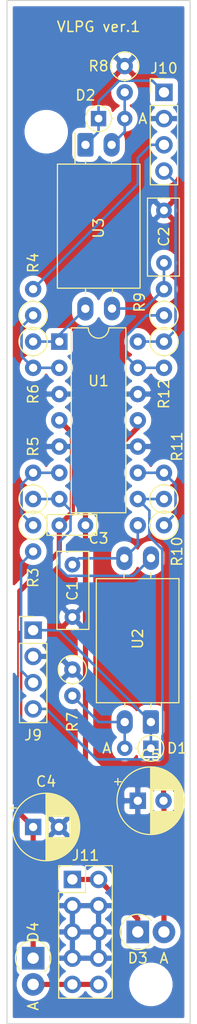
<source format=kicad_pcb>
(kicad_pcb (version 20171130) (host pcbnew "(5.1.8-0-10_14)")

  (general
    (thickness 1.6)
    (drawings 5)
    (tracks 94)
    (zones 0)
    (modules 27)
    (nets 22)
  )

  (page A4)
  (layers
    (0 F.Cu signal)
    (31 B.Cu signal)
    (32 B.Adhes user)
    (33 F.Adhes user)
    (34 B.Paste user)
    (35 F.Paste user)
    (36 B.SilkS user)
    (37 F.SilkS user)
    (38 B.Mask user)
    (39 F.Mask user)
    (40 Dwgs.User user)
    (41 Cmts.User user)
    (42 Eco1.User user)
    (43 Eco2.User user)
    (44 Edge.Cuts user)
    (45 Margin user)
    (46 B.CrtYd user)
    (47 F.CrtYd user)
    (48 B.Fab user hide)
    (49 F.Fab user hide)
  )

  (setup
    (last_trace_width 0.25)
    (user_trace_width 0.5)
    (trace_clearance 0.2)
    (zone_clearance 0.508)
    (zone_45_only no)
    (trace_min 0.2)
    (via_size 0.8)
    (via_drill 0.4)
    (via_min_size 0.4)
    (via_min_drill 0.3)
    (uvia_size 0.3)
    (uvia_drill 0.1)
    (uvias_allowed no)
    (uvia_min_size 0.2)
    (uvia_min_drill 0.1)
    (edge_width 0.1)
    (segment_width 0.2)
    (pcb_text_width 0.3)
    (pcb_text_size 1.5 1.5)
    (mod_edge_width 0.15)
    (mod_text_size 1 1)
    (mod_text_width 0.15)
    (pad_size 1.524 1.524)
    (pad_drill 0.762)
    (pad_to_mask_clearance 0)
    (aux_axis_origin 0 0)
    (visible_elements FFFFFF7F)
    (pcbplotparams
      (layerselection 0x010fc_ffffffff)
      (usegerberextensions false)
      (usegerberattributes true)
      (usegerberadvancedattributes true)
      (creategerberjobfile true)
      (excludeedgelayer true)
      (linewidth 0.100000)
      (plotframeref false)
      (viasonmask false)
      (mode 1)
      (useauxorigin false)
      (hpglpennumber 1)
      (hpglpenspeed 20)
      (hpglpendiameter 15.000000)
      (psnegative false)
      (psa4output false)
      (plotreference true)
      (plotvalue true)
      (plotinvisibletext false)
      (padsonsilk false)
      (subtractmaskfromsilk false)
      (outputformat 1)
      (mirror false)
      (drillshape 1)
      (scaleselection 1)
      (outputdirectory ""))
  )

  (net 0 "")
  (net 1 GND)
  (net 2 "Net-(C1-Pad1)")
  (net 3 "Net-(C2-Pad1)")
  (net 4 +12V)
  (net 5 -12V)
  (net 6 "Net-(D1-Pad2)")
  (net 7 /Core/cv2)
  (net 8 /Core/cv1)
  (net 9 "Net-(D2-Pad2)")
  (net 10 "Net-(D3-Pad1)")
  (net 11 "Net-(D4-Pad2)")
  (net 12 /Core/out2)
  (net 13 /Core/in2)
  (net 14 /Core/in1)
  (net 15 /Core/out1)
  (net 16 "Net-(R3-Pad1)")
  (net 17 "Net-(R4-Pad1)")
  (net 18 "Net-(R5-Pad1)")
  (net 19 "Net-(R6-Pad1)")
  (net 20 "Net-(R12-Pad2)")
  (net 21 "Net-(R10-Pad1)")

  (net_class Default "これはデフォルトのネット クラスです。"
    (clearance 0.2)
    (trace_width 0.25)
    (via_dia 0.8)
    (via_drill 0.4)
    (uvia_dia 0.3)
    (uvia_drill 0.1)
    (add_net +12V)
    (add_net -12V)
    (add_net /Core/cv1)
    (add_net /Core/cv2)
    (add_net /Core/in1)
    (add_net /Core/in2)
    (add_net /Core/out1)
    (add_net /Core/out2)
    (add_net GND)
    (add_net "Net-(C1-Pad1)")
    (add_net "Net-(C2-Pad1)")
    (add_net "Net-(D1-Pad2)")
    (add_net "Net-(D2-Pad2)")
    (add_net "Net-(D3-Pad1)")
    (add_net "Net-(D4-Pad2)")
    (add_net "Net-(R10-Pad1)")
    (add_net "Net-(R12-Pad2)")
    (add_net "Net-(R3-Pad1)")
    (add_net "Net-(R4-Pad1)")
    (add_net "Net-(R5-Pad1)")
    (add_net "Net-(R6-Pad1)")
  )

  (module Attenuverter:VTL5C3 (layer F.Cu) (tedit 62CE486E) (tstamp 62CEAAAE)
    (at 90.17 120.65 90)
    (descr "Optoisolator with LED and photoresistor")
    (tags optoisolator)
    (path /62D9DCC4/62DB64CC)
    (fp_text reference U2 (at 8.06 -1.27 270) (layer F.SilkS)
      (effects (font (size 1 1) (thickness 0.15)))
    )
    (fp_text value VTL5C3 (at 7.85 2.43 90) (layer F.Fab)
      (effects (font (size 1 1) (thickness 0.15)))
    )
    (fp_line (start -1.212 1.016) (end 1.778 1.016) (layer F.SilkS) (width 0.12))
    (fp_line (start 1.46 -2.53) (end 1.87 -2.53) (layer F.SilkS) (width 0.12))
    (fp_line (start 15.87 -2.615) (end 13.87 -2.615) (layer F.Fab) (width 0.1))
    (fp_line (start 13.89 -0.01) (end 15.89 -0.01) (layer F.Fab) (width 0.1))
    (fp_line (start -0.02 0) (end 1.98 0) (layer F.Fab) (width 0.1))
    (fp_line (start 0.03 -2.54) (end 1.98 -2.54) (layer F.Fab) (width 0.1))
    (fp_line (start 1.87 -5.29) (end 13.88 -5.3) (layer F.SilkS) (width 0.12))
    (fp_line (start 13.88 -5.3) (end 13.88 2.73) (layer F.SilkS) (width 0.12))
    (fp_line (start 13.88 2.73) (end 1.87 2.72) (layer F.SilkS) (width 0.12))
    (fp_line (start 1.87 2.72) (end 1.87 -5.29) (layer F.SilkS) (width 0.12))
    (fp_line (start 1.98 -5.16) (end 13.73 -5.17) (layer F.Fab) (width 0.1))
    (fp_line (start 13.73 -5.17) (end 13.73 2.61) (layer F.Fab) (width 0.1))
    (fp_line (start 13.73 2.61) (end 2.98 2.61) (layer F.Fab) (width 0.1))
    (fp_line (start 2.98 2.61) (end 1.98 1.61) (layer F.Fab) (width 0.1))
    (fp_line (start 1.98 1.61) (end 1.98 -5.16) (layer F.Fab) (width 0.1))
    (fp_line (start -1.39 -5.42) (end 17.24 -5.42) (layer F.CrtYd) (width 0.05))
    (fp_line (start -1.39 -5.42) (end -1.39 2.86) (layer F.CrtYd) (width 0.05))
    (fp_line (start 17.24 2.87) (end 17.24 -5.42) (layer F.CrtYd) (width 0.05))
    (fp_line (start 17.24 2.87) (end -1.39 2.86) (layer F.CrtYd) (width 0.05))
    (fp_line (start 1.46 0) (end 1.87 0) (layer F.SilkS) (width 0.12))
    (fp_line (start 14 -0.01) (end 14.41 -0.01) (layer F.SilkS) (width 0.12))
    (fp_line (start 13.98 -2.615) (end 14.39 -2.615) (layer F.SilkS) (width 0.12))
    (fp_text user %R (at 8.06 -2.3 90) (layer F.Fab)
      (effects (font (size 1 1) (thickness 0.15)))
    )
    (pad 4 thru_hole oval (at 15.87 0.01 90) (size 2.29 1.57) (drill 0.81) (layers *.Cu *.Mask)
      (net 18 "Net-(R5-Pad1)"))
    (pad 3 thru_hole oval (at 15.85 -2.575 90) (size 2.29 1.57) (drill 0.81) (layers *.Cu *.Mask)
      (net 2 "Net-(C1-Pad1)"))
    (pad 2 thru_hole oval (at 0 -2.54 90) (size 2.29 1.57) (drill 0.81) (layers *.Cu *.Mask)
      (net 6 "Net-(D1-Pad2)"))
    (pad 1 thru_hole roundrect (at 0 0 90) (size 2.29 1.57) (drill 0.81) (layers *.Cu *.Mask) (roundrect_rratio 0.159)
      (net 7 /Core/cv2))
    (model ${KISYS3DMOD}/OptoDevice.3dshapes/Luna_NSL-32.wrl
      (at (xyz 0 0 0))
      (scale (xyz 1 1 1))
      (rotate (xyz 0 0 0))
    )
  )

  (module Attenuverter:VTL5C3 (layer F.Cu) (tedit 62CE486E) (tstamp 62CEAACC)
    (at 83.82 64.77 270)
    (descr "Optoisolator with LED and photoresistor")
    (tags optoisolator)
    (path /62D9DCC4/62DB64C6)
    (fp_text reference U3 (at 8.06 -1.27 270) (layer F.SilkS)
      (effects (font (size 1 1) (thickness 0.15)))
    )
    (fp_text value VTL5C3 (at 7.85 2.43 90) (layer F.Fab)
      (effects (font (size 1 1) (thickness 0.15)))
    )
    (fp_line (start -1.212 1.016) (end 1.778 1.016) (layer F.SilkS) (width 0.12))
    (fp_line (start 1.46 -2.53) (end 1.87 -2.53) (layer F.SilkS) (width 0.12))
    (fp_line (start 15.87 -2.615) (end 13.87 -2.615) (layer F.Fab) (width 0.1))
    (fp_line (start 13.89 -0.01) (end 15.89 -0.01) (layer F.Fab) (width 0.1))
    (fp_line (start -0.02 0) (end 1.98 0) (layer F.Fab) (width 0.1))
    (fp_line (start 0.03 -2.54) (end 1.98 -2.54) (layer F.Fab) (width 0.1))
    (fp_line (start 1.87 -5.29) (end 13.88 -5.3) (layer F.SilkS) (width 0.12))
    (fp_line (start 13.88 -5.3) (end 13.88 2.73) (layer F.SilkS) (width 0.12))
    (fp_line (start 13.88 2.73) (end 1.87 2.72) (layer F.SilkS) (width 0.12))
    (fp_line (start 1.87 2.72) (end 1.87 -5.29) (layer F.SilkS) (width 0.12))
    (fp_line (start 1.98 -5.16) (end 13.73 -5.17) (layer F.Fab) (width 0.1))
    (fp_line (start 13.73 -5.17) (end 13.73 2.61) (layer F.Fab) (width 0.1))
    (fp_line (start 13.73 2.61) (end 2.98 2.61) (layer F.Fab) (width 0.1))
    (fp_line (start 2.98 2.61) (end 1.98 1.61) (layer F.Fab) (width 0.1))
    (fp_line (start 1.98 1.61) (end 1.98 -5.16) (layer F.Fab) (width 0.1))
    (fp_line (start -1.39 -5.42) (end 17.24 -5.42) (layer F.CrtYd) (width 0.05))
    (fp_line (start -1.39 -5.42) (end -1.39 2.86) (layer F.CrtYd) (width 0.05))
    (fp_line (start 17.24 2.87) (end 17.24 -5.42) (layer F.CrtYd) (width 0.05))
    (fp_line (start 17.24 2.87) (end -1.39 2.86) (layer F.CrtYd) (width 0.05))
    (fp_line (start 1.46 0) (end 1.87 0) (layer F.SilkS) (width 0.12))
    (fp_line (start 14 -0.01) (end 14.41 -0.01) (layer F.SilkS) (width 0.12))
    (fp_line (start 13.98 -2.615) (end 14.39 -2.615) (layer F.SilkS) (width 0.12))
    (fp_text user %R (at 8.06 -2.3 90) (layer F.Fab)
      (effects (font (size 1 1) (thickness 0.15)))
    )
    (pad 4 thru_hole oval (at 15.87 0.01 270) (size 2.29 1.57) (drill 0.81) (layers *.Cu *.Mask)
      (net 19 "Net-(R6-Pad1)"))
    (pad 3 thru_hole oval (at 15.85 -2.575 270) (size 2.29 1.57) (drill 0.81) (layers *.Cu *.Mask)
      (net 3 "Net-(C2-Pad1)"))
    (pad 2 thru_hole oval (at 0 -2.54 270) (size 2.29 1.57) (drill 0.81) (layers *.Cu *.Mask)
      (net 9 "Net-(D2-Pad2)"))
    (pad 1 thru_hole roundrect (at 0 0 270) (size 2.29 1.57) (drill 0.81) (layers *.Cu *.Mask) (roundrect_rratio 0.159)
      (net 8 /Core/cv1))
    (model ${KISYS3DMOD}/OptoDevice.3dshapes/Luna_NSL-32.wrl
      (at (xyz 0 0 0))
      (scale (xyz 1 1 1))
      (rotate (xyz 0 0 0))
    )
  )

  (module MountingHole:MountingHole_3.2mm_M3 (layer F.Cu) (tedit 56D1B4CB) (tstamp 62CDAE07)
    (at 90.17 146.05)
    (descr "Mounting Hole 3.2mm, no annular, M3")
    (tags "mounting hole 3.2mm no annular m3")
    (attr virtual)
    (fp_text reference REF** (at 0 -4.2) (layer F.SilkS) hide
      (effects (font (size 1 1) (thickness 0.15)))
    )
    (fp_text value MountingHole_3.2mm_M3 (at 0 4.2) (layer F.Fab) hide
      (effects (font (size 1 1) (thickness 0.15)))
    )
    (fp_circle (center 0 0) (end 3.2 0) (layer Cmts.User) (width 0.15))
    (fp_circle (center 0 0) (end 3.45 0) (layer F.CrtYd) (width 0.05))
    (fp_text user %R (at 0.3 0) (layer F.Fab) hide
      (effects (font (size 1 1) (thickness 0.15)))
    )
    (pad 1 np_thru_hole circle (at 0 0) (size 3.2 3.2) (drill 3.2) (layers *.Cu *.Mask))
  )

  (module MountingHole:MountingHole_3.2mm_M3 (layer F.Cu) (tedit 56D1B4CB) (tstamp 62CDADCE)
    (at 80.01 63.5)
    (descr "Mounting Hole 3.2mm, no annular, M3")
    (tags "mounting hole 3.2mm no annular m3")
    (attr virtual)
    (fp_text reference REF** (at 0 -4.2) (layer F.SilkS) hide
      (effects (font (size 1 1) (thickness 0.15)))
    )
    (fp_text value MountingHole_3.2mm_M3 (at 0 4.2) (layer F.Fab) hide
      (effects (font (size 1 1) (thickness 0.15)))
    )
    (fp_circle (center 0 0) (end 3.2 0) (layer Cmts.User) (width 0.15))
    (fp_circle (center 0 0) (end 3.45 0) (layer F.CrtYd) (width 0.05))
    (fp_text user %R (at 0.3 0) (layer F.Fab) hide
      (effects (font (size 1 1) (thickness 0.15)))
    )
    (pad 1 np_thru_hole circle (at 0 0) (size 3.2 3.2) (drill 3.2) (layers *.Cu *.Mask))
  )

  (module Attenuverter:C_Axial_L4.8mm_D3.1mm_P5.08mm_Horizontal (layer F.Cu) (tedit 62AD74F5) (tstamp 62CD4DD2)
    (at 82.55 105.41 270)
    (path /62D9DCC4/62DB653C)
    (fp_text reference C1 (at 2.54 0 90) (layer F.SilkS)
      (effects (font (size 1 1) (thickness 0.15)))
    )
    (fp_text value 0.047u (at 2.54 2.54 90) (layer F.Fab)
      (effects (font (size 1 1) (thickness 0.15)))
    )
    (fp_line (start 6.27 -1.6) (end -1.28 -1.6) (layer F.SilkS) (width 0.12))
    (fp_line (start -1.28 1.5) (end 6.27 1.5) (layer F.SilkS) (width 0.12))
    (fp_line (start -1.28 -1.6) (end -1.28 1.5) (layer F.SilkS) (width 0.12))
    (fp_line (start 6.27 -1.6) (end 6.27 1.5) (layer F.SilkS) (width 0.12))
    (pad 2 thru_hole circle (at 5.08 0 270) (size 1.524 1.524) (drill 0.762) (layers *.Cu *.Mask)
      (net 1 GND))
    (pad 1 thru_hole circle (at 0 0 270) (size 1.524 1.524) (drill 0.762) (layers *.Cu *.Mask)
      (net 2 "Net-(C1-Pad1)"))
  )

  (module Attenuverter:C_Axial_L4.8mm_D3.1mm_P5.08mm_Horizontal (layer F.Cu) (tedit 62AD74F5) (tstamp 62CD4DDC)
    (at 91.44 76.2 90)
    (path /62D9DCC4/62DB64EA)
    (fp_text reference C2 (at 2.54 0 90) (layer F.SilkS)
      (effects (font (size 1 1) (thickness 0.15)))
    )
    (fp_text value 0.047u (at 2.54 2.54 90) (layer F.Fab)
      (effects (font (size 1 1) (thickness 0.15)))
    )
    (fp_line (start 6.27 -1.6) (end 6.27 1.5) (layer F.SilkS) (width 0.12))
    (fp_line (start -1.28 -1.6) (end -1.28 1.5) (layer F.SilkS) (width 0.12))
    (fp_line (start -1.28 1.5) (end 6.27 1.5) (layer F.SilkS) (width 0.12))
    (fp_line (start 6.27 -1.6) (end -1.28 -1.6) (layer F.SilkS) (width 0.12))
    (pad 1 thru_hole circle (at 0 0 90) (size 1.524 1.524) (drill 0.762) (layers *.Cu *.Mask)
      (net 3 "Net-(C2-Pad1)"))
    (pad 2 thru_hole circle (at 5.08 0 90) (size 1.524 1.524) (drill 0.762) (layers *.Cu *.Mask)
      (net 1 GND))
  )

  (module Attenuverter:C_Axial_L4.8mm_D2.0mm_P2.54mm_Horizontal (layer F.Cu) (tedit 62A9D55A) (tstamp 62CD4DE6)
    (at 81.28 101.6)
    (path /62D9DCC4/62DD0571)
    (fp_text reference C3 (at 3.81 1.27) (layer F.SilkS)
      (effects (font (size 1 1) (thickness 0.15)))
    )
    (fp_text value 0.1u (at 2.54 2.54) (layer F.Fab)
      (effects (font (size 1 1) (thickness 0.15)))
    )
    (fp_line (start 3.64 -1.03) (end -1.2 -1.03) (layer F.SilkS) (width 0.12))
    (fp_line (start 3.64 0.97) (end 3.64 -1.03) (layer F.SilkS) (width 0.12))
    (fp_line (start -1.2 0.97) (end 3.64 0.97) (layer F.SilkS) (width 0.12))
    (fp_line (start -1.2 -1.03) (end -1.2 0.97) (layer F.SilkS) (width 0.12))
    (pad 1 thru_hole circle (at 0 0) (size 1.524 1.524) (drill 0.762) (layers *.Cu *.Mask)
      (net 4 +12V))
    (pad 2 thru_hole circle (at 2.54 0) (size 1.524 1.524) (drill 0.762) (layers *.Cu *.Mask)
      (net 5 -12V))
  )

  (module Capacitor_THT:CP_Radial_D6.3mm_P2.50mm (layer F.Cu) (tedit 5AE50EF0) (tstamp 62CD4E7A)
    (at 78.74 130.81)
    (descr "CP, Radial series, Radial, pin pitch=2.50mm, , diameter=6.3mm, Electrolytic Capacitor")
    (tags "CP Radial series Radial pin pitch 2.50mm  diameter 6.3mm Electrolytic Capacitor")
    (path /62D9DCC4/62DD0551)
    (fp_text reference C4 (at 1.25 -4.4) (layer F.SilkS)
      (effects (font (size 1 1) (thickness 0.15)))
    )
    (fp_text value 100u (at 1.25 4.4) (layer F.Fab)
      (effects (font (size 1 1) (thickness 0.15)))
    )
    (fp_line (start -1.935241 -2.154) (end -1.935241 -1.524) (layer F.SilkS) (width 0.12))
    (fp_line (start -2.250241 -1.839) (end -1.620241 -1.839) (layer F.SilkS) (width 0.12))
    (fp_line (start 4.491 -0.402) (end 4.491 0.402) (layer F.SilkS) (width 0.12))
    (fp_line (start 4.451 -0.633) (end 4.451 0.633) (layer F.SilkS) (width 0.12))
    (fp_line (start 4.411 -0.802) (end 4.411 0.802) (layer F.SilkS) (width 0.12))
    (fp_line (start 4.371 -0.94) (end 4.371 0.94) (layer F.SilkS) (width 0.12))
    (fp_line (start 4.331 -1.059) (end 4.331 1.059) (layer F.SilkS) (width 0.12))
    (fp_line (start 4.291 -1.165) (end 4.291 1.165) (layer F.SilkS) (width 0.12))
    (fp_line (start 4.251 -1.262) (end 4.251 1.262) (layer F.SilkS) (width 0.12))
    (fp_line (start 4.211 -1.35) (end 4.211 1.35) (layer F.SilkS) (width 0.12))
    (fp_line (start 4.171 -1.432) (end 4.171 1.432) (layer F.SilkS) (width 0.12))
    (fp_line (start 4.131 -1.509) (end 4.131 1.509) (layer F.SilkS) (width 0.12))
    (fp_line (start 4.091 -1.581) (end 4.091 1.581) (layer F.SilkS) (width 0.12))
    (fp_line (start 4.051 -1.65) (end 4.051 1.65) (layer F.SilkS) (width 0.12))
    (fp_line (start 4.011 -1.714) (end 4.011 1.714) (layer F.SilkS) (width 0.12))
    (fp_line (start 3.971 -1.776) (end 3.971 1.776) (layer F.SilkS) (width 0.12))
    (fp_line (start 3.931 -1.834) (end 3.931 1.834) (layer F.SilkS) (width 0.12))
    (fp_line (start 3.891 -1.89) (end 3.891 1.89) (layer F.SilkS) (width 0.12))
    (fp_line (start 3.851 -1.944) (end 3.851 1.944) (layer F.SilkS) (width 0.12))
    (fp_line (start 3.811 -1.995) (end 3.811 1.995) (layer F.SilkS) (width 0.12))
    (fp_line (start 3.771 -2.044) (end 3.771 2.044) (layer F.SilkS) (width 0.12))
    (fp_line (start 3.731 -2.092) (end 3.731 2.092) (layer F.SilkS) (width 0.12))
    (fp_line (start 3.691 -2.137) (end 3.691 2.137) (layer F.SilkS) (width 0.12))
    (fp_line (start 3.651 -2.182) (end 3.651 2.182) (layer F.SilkS) (width 0.12))
    (fp_line (start 3.611 -2.224) (end 3.611 2.224) (layer F.SilkS) (width 0.12))
    (fp_line (start 3.571 -2.265) (end 3.571 2.265) (layer F.SilkS) (width 0.12))
    (fp_line (start 3.531 1.04) (end 3.531 2.305) (layer F.SilkS) (width 0.12))
    (fp_line (start 3.531 -2.305) (end 3.531 -1.04) (layer F.SilkS) (width 0.12))
    (fp_line (start 3.491 1.04) (end 3.491 2.343) (layer F.SilkS) (width 0.12))
    (fp_line (start 3.491 -2.343) (end 3.491 -1.04) (layer F.SilkS) (width 0.12))
    (fp_line (start 3.451 1.04) (end 3.451 2.38) (layer F.SilkS) (width 0.12))
    (fp_line (start 3.451 -2.38) (end 3.451 -1.04) (layer F.SilkS) (width 0.12))
    (fp_line (start 3.411 1.04) (end 3.411 2.416) (layer F.SilkS) (width 0.12))
    (fp_line (start 3.411 -2.416) (end 3.411 -1.04) (layer F.SilkS) (width 0.12))
    (fp_line (start 3.371 1.04) (end 3.371 2.45) (layer F.SilkS) (width 0.12))
    (fp_line (start 3.371 -2.45) (end 3.371 -1.04) (layer F.SilkS) (width 0.12))
    (fp_line (start 3.331 1.04) (end 3.331 2.484) (layer F.SilkS) (width 0.12))
    (fp_line (start 3.331 -2.484) (end 3.331 -1.04) (layer F.SilkS) (width 0.12))
    (fp_line (start 3.291 1.04) (end 3.291 2.516) (layer F.SilkS) (width 0.12))
    (fp_line (start 3.291 -2.516) (end 3.291 -1.04) (layer F.SilkS) (width 0.12))
    (fp_line (start 3.251 1.04) (end 3.251 2.548) (layer F.SilkS) (width 0.12))
    (fp_line (start 3.251 -2.548) (end 3.251 -1.04) (layer F.SilkS) (width 0.12))
    (fp_line (start 3.211 1.04) (end 3.211 2.578) (layer F.SilkS) (width 0.12))
    (fp_line (start 3.211 -2.578) (end 3.211 -1.04) (layer F.SilkS) (width 0.12))
    (fp_line (start 3.171 1.04) (end 3.171 2.607) (layer F.SilkS) (width 0.12))
    (fp_line (start 3.171 -2.607) (end 3.171 -1.04) (layer F.SilkS) (width 0.12))
    (fp_line (start 3.131 1.04) (end 3.131 2.636) (layer F.SilkS) (width 0.12))
    (fp_line (start 3.131 -2.636) (end 3.131 -1.04) (layer F.SilkS) (width 0.12))
    (fp_line (start 3.091 1.04) (end 3.091 2.664) (layer F.SilkS) (width 0.12))
    (fp_line (start 3.091 -2.664) (end 3.091 -1.04) (layer F.SilkS) (width 0.12))
    (fp_line (start 3.051 1.04) (end 3.051 2.69) (layer F.SilkS) (width 0.12))
    (fp_line (start 3.051 -2.69) (end 3.051 -1.04) (layer F.SilkS) (width 0.12))
    (fp_line (start 3.011 1.04) (end 3.011 2.716) (layer F.SilkS) (width 0.12))
    (fp_line (start 3.011 -2.716) (end 3.011 -1.04) (layer F.SilkS) (width 0.12))
    (fp_line (start 2.971 1.04) (end 2.971 2.742) (layer F.SilkS) (width 0.12))
    (fp_line (start 2.971 -2.742) (end 2.971 -1.04) (layer F.SilkS) (width 0.12))
    (fp_line (start 2.931 1.04) (end 2.931 2.766) (layer F.SilkS) (width 0.12))
    (fp_line (start 2.931 -2.766) (end 2.931 -1.04) (layer F.SilkS) (width 0.12))
    (fp_line (start 2.891 1.04) (end 2.891 2.79) (layer F.SilkS) (width 0.12))
    (fp_line (start 2.891 -2.79) (end 2.891 -1.04) (layer F.SilkS) (width 0.12))
    (fp_line (start 2.851 1.04) (end 2.851 2.812) (layer F.SilkS) (width 0.12))
    (fp_line (start 2.851 -2.812) (end 2.851 -1.04) (layer F.SilkS) (width 0.12))
    (fp_line (start 2.811 1.04) (end 2.811 2.834) (layer F.SilkS) (width 0.12))
    (fp_line (start 2.811 -2.834) (end 2.811 -1.04) (layer F.SilkS) (width 0.12))
    (fp_line (start 2.771 1.04) (end 2.771 2.856) (layer F.SilkS) (width 0.12))
    (fp_line (start 2.771 -2.856) (end 2.771 -1.04) (layer F.SilkS) (width 0.12))
    (fp_line (start 2.731 1.04) (end 2.731 2.876) (layer F.SilkS) (width 0.12))
    (fp_line (start 2.731 -2.876) (end 2.731 -1.04) (layer F.SilkS) (width 0.12))
    (fp_line (start 2.691 1.04) (end 2.691 2.896) (layer F.SilkS) (width 0.12))
    (fp_line (start 2.691 -2.896) (end 2.691 -1.04) (layer F.SilkS) (width 0.12))
    (fp_line (start 2.651 1.04) (end 2.651 2.916) (layer F.SilkS) (width 0.12))
    (fp_line (start 2.651 -2.916) (end 2.651 -1.04) (layer F.SilkS) (width 0.12))
    (fp_line (start 2.611 1.04) (end 2.611 2.934) (layer F.SilkS) (width 0.12))
    (fp_line (start 2.611 -2.934) (end 2.611 -1.04) (layer F.SilkS) (width 0.12))
    (fp_line (start 2.571 1.04) (end 2.571 2.952) (layer F.SilkS) (width 0.12))
    (fp_line (start 2.571 -2.952) (end 2.571 -1.04) (layer F.SilkS) (width 0.12))
    (fp_line (start 2.531 1.04) (end 2.531 2.97) (layer F.SilkS) (width 0.12))
    (fp_line (start 2.531 -2.97) (end 2.531 -1.04) (layer F.SilkS) (width 0.12))
    (fp_line (start 2.491 1.04) (end 2.491 2.986) (layer F.SilkS) (width 0.12))
    (fp_line (start 2.491 -2.986) (end 2.491 -1.04) (layer F.SilkS) (width 0.12))
    (fp_line (start 2.451 1.04) (end 2.451 3.002) (layer F.SilkS) (width 0.12))
    (fp_line (start 2.451 -3.002) (end 2.451 -1.04) (layer F.SilkS) (width 0.12))
    (fp_line (start 2.411 1.04) (end 2.411 3.018) (layer F.SilkS) (width 0.12))
    (fp_line (start 2.411 -3.018) (end 2.411 -1.04) (layer F.SilkS) (width 0.12))
    (fp_line (start 2.371 1.04) (end 2.371 3.033) (layer F.SilkS) (width 0.12))
    (fp_line (start 2.371 -3.033) (end 2.371 -1.04) (layer F.SilkS) (width 0.12))
    (fp_line (start 2.331 1.04) (end 2.331 3.047) (layer F.SilkS) (width 0.12))
    (fp_line (start 2.331 -3.047) (end 2.331 -1.04) (layer F.SilkS) (width 0.12))
    (fp_line (start 2.291 1.04) (end 2.291 3.061) (layer F.SilkS) (width 0.12))
    (fp_line (start 2.291 -3.061) (end 2.291 -1.04) (layer F.SilkS) (width 0.12))
    (fp_line (start 2.251 1.04) (end 2.251 3.074) (layer F.SilkS) (width 0.12))
    (fp_line (start 2.251 -3.074) (end 2.251 -1.04) (layer F.SilkS) (width 0.12))
    (fp_line (start 2.211 1.04) (end 2.211 3.086) (layer F.SilkS) (width 0.12))
    (fp_line (start 2.211 -3.086) (end 2.211 -1.04) (layer F.SilkS) (width 0.12))
    (fp_line (start 2.171 1.04) (end 2.171 3.098) (layer F.SilkS) (width 0.12))
    (fp_line (start 2.171 -3.098) (end 2.171 -1.04) (layer F.SilkS) (width 0.12))
    (fp_line (start 2.131 1.04) (end 2.131 3.11) (layer F.SilkS) (width 0.12))
    (fp_line (start 2.131 -3.11) (end 2.131 -1.04) (layer F.SilkS) (width 0.12))
    (fp_line (start 2.091 1.04) (end 2.091 3.121) (layer F.SilkS) (width 0.12))
    (fp_line (start 2.091 -3.121) (end 2.091 -1.04) (layer F.SilkS) (width 0.12))
    (fp_line (start 2.051 1.04) (end 2.051 3.131) (layer F.SilkS) (width 0.12))
    (fp_line (start 2.051 -3.131) (end 2.051 -1.04) (layer F.SilkS) (width 0.12))
    (fp_line (start 2.011 1.04) (end 2.011 3.141) (layer F.SilkS) (width 0.12))
    (fp_line (start 2.011 -3.141) (end 2.011 -1.04) (layer F.SilkS) (width 0.12))
    (fp_line (start 1.971 1.04) (end 1.971 3.15) (layer F.SilkS) (width 0.12))
    (fp_line (start 1.971 -3.15) (end 1.971 -1.04) (layer F.SilkS) (width 0.12))
    (fp_line (start 1.93 1.04) (end 1.93 3.159) (layer F.SilkS) (width 0.12))
    (fp_line (start 1.93 -3.159) (end 1.93 -1.04) (layer F.SilkS) (width 0.12))
    (fp_line (start 1.89 1.04) (end 1.89 3.167) (layer F.SilkS) (width 0.12))
    (fp_line (start 1.89 -3.167) (end 1.89 -1.04) (layer F.SilkS) (width 0.12))
    (fp_line (start 1.85 1.04) (end 1.85 3.175) (layer F.SilkS) (width 0.12))
    (fp_line (start 1.85 -3.175) (end 1.85 -1.04) (layer F.SilkS) (width 0.12))
    (fp_line (start 1.81 1.04) (end 1.81 3.182) (layer F.SilkS) (width 0.12))
    (fp_line (start 1.81 -3.182) (end 1.81 -1.04) (layer F.SilkS) (width 0.12))
    (fp_line (start 1.77 1.04) (end 1.77 3.189) (layer F.SilkS) (width 0.12))
    (fp_line (start 1.77 -3.189) (end 1.77 -1.04) (layer F.SilkS) (width 0.12))
    (fp_line (start 1.73 1.04) (end 1.73 3.195) (layer F.SilkS) (width 0.12))
    (fp_line (start 1.73 -3.195) (end 1.73 -1.04) (layer F.SilkS) (width 0.12))
    (fp_line (start 1.69 1.04) (end 1.69 3.201) (layer F.SilkS) (width 0.12))
    (fp_line (start 1.69 -3.201) (end 1.69 -1.04) (layer F.SilkS) (width 0.12))
    (fp_line (start 1.65 1.04) (end 1.65 3.206) (layer F.SilkS) (width 0.12))
    (fp_line (start 1.65 -3.206) (end 1.65 -1.04) (layer F.SilkS) (width 0.12))
    (fp_line (start 1.61 1.04) (end 1.61 3.211) (layer F.SilkS) (width 0.12))
    (fp_line (start 1.61 -3.211) (end 1.61 -1.04) (layer F.SilkS) (width 0.12))
    (fp_line (start 1.57 1.04) (end 1.57 3.215) (layer F.SilkS) (width 0.12))
    (fp_line (start 1.57 -3.215) (end 1.57 -1.04) (layer F.SilkS) (width 0.12))
    (fp_line (start 1.53 1.04) (end 1.53 3.218) (layer F.SilkS) (width 0.12))
    (fp_line (start 1.53 -3.218) (end 1.53 -1.04) (layer F.SilkS) (width 0.12))
    (fp_line (start 1.49 1.04) (end 1.49 3.222) (layer F.SilkS) (width 0.12))
    (fp_line (start 1.49 -3.222) (end 1.49 -1.04) (layer F.SilkS) (width 0.12))
    (fp_line (start 1.45 -3.224) (end 1.45 3.224) (layer F.SilkS) (width 0.12))
    (fp_line (start 1.41 -3.227) (end 1.41 3.227) (layer F.SilkS) (width 0.12))
    (fp_line (start 1.37 -3.228) (end 1.37 3.228) (layer F.SilkS) (width 0.12))
    (fp_line (start 1.33 -3.23) (end 1.33 3.23) (layer F.SilkS) (width 0.12))
    (fp_line (start 1.29 -3.23) (end 1.29 3.23) (layer F.SilkS) (width 0.12))
    (fp_line (start 1.25 -3.23) (end 1.25 3.23) (layer F.SilkS) (width 0.12))
    (fp_line (start -1.128972 -1.6885) (end -1.128972 -1.0585) (layer F.Fab) (width 0.1))
    (fp_line (start -1.443972 -1.3735) (end -0.813972 -1.3735) (layer F.Fab) (width 0.1))
    (fp_circle (center 1.25 0) (end 4.65 0) (layer F.CrtYd) (width 0.05))
    (fp_circle (center 1.25 0) (end 4.52 0) (layer F.SilkS) (width 0.12))
    (fp_circle (center 1.25 0) (end 4.4 0) (layer F.Fab) (width 0.1))
    (fp_text user %R (at 1.25 0) (layer F.Fab)
      (effects (font (size 1 1) (thickness 0.15)))
    )
    (pad 1 thru_hole rect (at 0 0) (size 1.6 1.6) (drill 0.8) (layers *.Cu *.Mask)
      (net 4 +12V))
    (pad 2 thru_hole circle (at 2.5 0) (size 1.6 1.6) (drill 0.8) (layers *.Cu *.Mask)
      (net 1 GND))
    (model ${KISYS3DMOD}/Capacitor_THT.3dshapes/CP_Radial_D6.3mm_P2.50mm.wrl
      (at (xyz 0 0 0))
      (scale (xyz 1 1 1))
      (rotate (xyz 0 0 0))
    )
  )

  (module Capacitor_THT:CP_Radial_D6.3mm_P2.50mm (layer F.Cu) (tedit 5AE50EF0) (tstamp 62CD4F0E)
    (at 88.9 128.27)
    (descr "CP, Radial series, Radial, pin pitch=2.50mm, , diameter=6.3mm, Electrolytic Capacitor")
    (tags "CP Radial series Radial pin pitch 2.50mm  diameter 6.3mm Electrolytic Capacitor")
    (path /62D9DCC4/62DD0557)
    (fp_text reference C5 (at 1.25 -4.4) (layer F.SilkS)
      (effects (font (size 1 1) (thickness 0.15)))
    )
    (fp_text value 100u (at 1.25 4.4) (layer F.Fab)
      (effects (font (size 1 1) (thickness 0.15)))
    )
    (fp_circle (center 1.25 0) (end 4.4 0) (layer F.Fab) (width 0.1))
    (fp_circle (center 1.25 0) (end 4.52 0) (layer F.SilkS) (width 0.12))
    (fp_circle (center 1.25 0) (end 4.65 0) (layer F.CrtYd) (width 0.05))
    (fp_line (start -1.443972 -1.3735) (end -0.813972 -1.3735) (layer F.Fab) (width 0.1))
    (fp_line (start -1.128972 -1.6885) (end -1.128972 -1.0585) (layer F.Fab) (width 0.1))
    (fp_line (start 1.25 -3.23) (end 1.25 3.23) (layer F.SilkS) (width 0.12))
    (fp_line (start 1.29 -3.23) (end 1.29 3.23) (layer F.SilkS) (width 0.12))
    (fp_line (start 1.33 -3.23) (end 1.33 3.23) (layer F.SilkS) (width 0.12))
    (fp_line (start 1.37 -3.228) (end 1.37 3.228) (layer F.SilkS) (width 0.12))
    (fp_line (start 1.41 -3.227) (end 1.41 3.227) (layer F.SilkS) (width 0.12))
    (fp_line (start 1.45 -3.224) (end 1.45 3.224) (layer F.SilkS) (width 0.12))
    (fp_line (start 1.49 -3.222) (end 1.49 -1.04) (layer F.SilkS) (width 0.12))
    (fp_line (start 1.49 1.04) (end 1.49 3.222) (layer F.SilkS) (width 0.12))
    (fp_line (start 1.53 -3.218) (end 1.53 -1.04) (layer F.SilkS) (width 0.12))
    (fp_line (start 1.53 1.04) (end 1.53 3.218) (layer F.SilkS) (width 0.12))
    (fp_line (start 1.57 -3.215) (end 1.57 -1.04) (layer F.SilkS) (width 0.12))
    (fp_line (start 1.57 1.04) (end 1.57 3.215) (layer F.SilkS) (width 0.12))
    (fp_line (start 1.61 -3.211) (end 1.61 -1.04) (layer F.SilkS) (width 0.12))
    (fp_line (start 1.61 1.04) (end 1.61 3.211) (layer F.SilkS) (width 0.12))
    (fp_line (start 1.65 -3.206) (end 1.65 -1.04) (layer F.SilkS) (width 0.12))
    (fp_line (start 1.65 1.04) (end 1.65 3.206) (layer F.SilkS) (width 0.12))
    (fp_line (start 1.69 -3.201) (end 1.69 -1.04) (layer F.SilkS) (width 0.12))
    (fp_line (start 1.69 1.04) (end 1.69 3.201) (layer F.SilkS) (width 0.12))
    (fp_line (start 1.73 -3.195) (end 1.73 -1.04) (layer F.SilkS) (width 0.12))
    (fp_line (start 1.73 1.04) (end 1.73 3.195) (layer F.SilkS) (width 0.12))
    (fp_line (start 1.77 -3.189) (end 1.77 -1.04) (layer F.SilkS) (width 0.12))
    (fp_line (start 1.77 1.04) (end 1.77 3.189) (layer F.SilkS) (width 0.12))
    (fp_line (start 1.81 -3.182) (end 1.81 -1.04) (layer F.SilkS) (width 0.12))
    (fp_line (start 1.81 1.04) (end 1.81 3.182) (layer F.SilkS) (width 0.12))
    (fp_line (start 1.85 -3.175) (end 1.85 -1.04) (layer F.SilkS) (width 0.12))
    (fp_line (start 1.85 1.04) (end 1.85 3.175) (layer F.SilkS) (width 0.12))
    (fp_line (start 1.89 -3.167) (end 1.89 -1.04) (layer F.SilkS) (width 0.12))
    (fp_line (start 1.89 1.04) (end 1.89 3.167) (layer F.SilkS) (width 0.12))
    (fp_line (start 1.93 -3.159) (end 1.93 -1.04) (layer F.SilkS) (width 0.12))
    (fp_line (start 1.93 1.04) (end 1.93 3.159) (layer F.SilkS) (width 0.12))
    (fp_line (start 1.971 -3.15) (end 1.971 -1.04) (layer F.SilkS) (width 0.12))
    (fp_line (start 1.971 1.04) (end 1.971 3.15) (layer F.SilkS) (width 0.12))
    (fp_line (start 2.011 -3.141) (end 2.011 -1.04) (layer F.SilkS) (width 0.12))
    (fp_line (start 2.011 1.04) (end 2.011 3.141) (layer F.SilkS) (width 0.12))
    (fp_line (start 2.051 -3.131) (end 2.051 -1.04) (layer F.SilkS) (width 0.12))
    (fp_line (start 2.051 1.04) (end 2.051 3.131) (layer F.SilkS) (width 0.12))
    (fp_line (start 2.091 -3.121) (end 2.091 -1.04) (layer F.SilkS) (width 0.12))
    (fp_line (start 2.091 1.04) (end 2.091 3.121) (layer F.SilkS) (width 0.12))
    (fp_line (start 2.131 -3.11) (end 2.131 -1.04) (layer F.SilkS) (width 0.12))
    (fp_line (start 2.131 1.04) (end 2.131 3.11) (layer F.SilkS) (width 0.12))
    (fp_line (start 2.171 -3.098) (end 2.171 -1.04) (layer F.SilkS) (width 0.12))
    (fp_line (start 2.171 1.04) (end 2.171 3.098) (layer F.SilkS) (width 0.12))
    (fp_line (start 2.211 -3.086) (end 2.211 -1.04) (layer F.SilkS) (width 0.12))
    (fp_line (start 2.211 1.04) (end 2.211 3.086) (layer F.SilkS) (width 0.12))
    (fp_line (start 2.251 -3.074) (end 2.251 -1.04) (layer F.SilkS) (width 0.12))
    (fp_line (start 2.251 1.04) (end 2.251 3.074) (layer F.SilkS) (width 0.12))
    (fp_line (start 2.291 -3.061) (end 2.291 -1.04) (layer F.SilkS) (width 0.12))
    (fp_line (start 2.291 1.04) (end 2.291 3.061) (layer F.SilkS) (width 0.12))
    (fp_line (start 2.331 -3.047) (end 2.331 -1.04) (layer F.SilkS) (width 0.12))
    (fp_line (start 2.331 1.04) (end 2.331 3.047) (layer F.SilkS) (width 0.12))
    (fp_line (start 2.371 -3.033) (end 2.371 -1.04) (layer F.SilkS) (width 0.12))
    (fp_line (start 2.371 1.04) (end 2.371 3.033) (layer F.SilkS) (width 0.12))
    (fp_line (start 2.411 -3.018) (end 2.411 -1.04) (layer F.SilkS) (width 0.12))
    (fp_line (start 2.411 1.04) (end 2.411 3.018) (layer F.SilkS) (width 0.12))
    (fp_line (start 2.451 -3.002) (end 2.451 -1.04) (layer F.SilkS) (width 0.12))
    (fp_line (start 2.451 1.04) (end 2.451 3.002) (layer F.SilkS) (width 0.12))
    (fp_line (start 2.491 -2.986) (end 2.491 -1.04) (layer F.SilkS) (width 0.12))
    (fp_line (start 2.491 1.04) (end 2.491 2.986) (layer F.SilkS) (width 0.12))
    (fp_line (start 2.531 -2.97) (end 2.531 -1.04) (layer F.SilkS) (width 0.12))
    (fp_line (start 2.531 1.04) (end 2.531 2.97) (layer F.SilkS) (width 0.12))
    (fp_line (start 2.571 -2.952) (end 2.571 -1.04) (layer F.SilkS) (width 0.12))
    (fp_line (start 2.571 1.04) (end 2.571 2.952) (layer F.SilkS) (width 0.12))
    (fp_line (start 2.611 -2.934) (end 2.611 -1.04) (layer F.SilkS) (width 0.12))
    (fp_line (start 2.611 1.04) (end 2.611 2.934) (layer F.SilkS) (width 0.12))
    (fp_line (start 2.651 -2.916) (end 2.651 -1.04) (layer F.SilkS) (width 0.12))
    (fp_line (start 2.651 1.04) (end 2.651 2.916) (layer F.SilkS) (width 0.12))
    (fp_line (start 2.691 -2.896) (end 2.691 -1.04) (layer F.SilkS) (width 0.12))
    (fp_line (start 2.691 1.04) (end 2.691 2.896) (layer F.SilkS) (width 0.12))
    (fp_line (start 2.731 -2.876) (end 2.731 -1.04) (layer F.SilkS) (width 0.12))
    (fp_line (start 2.731 1.04) (end 2.731 2.876) (layer F.SilkS) (width 0.12))
    (fp_line (start 2.771 -2.856) (end 2.771 -1.04) (layer F.SilkS) (width 0.12))
    (fp_line (start 2.771 1.04) (end 2.771 2.856) (layer F.SilkS) (width 0.12))
    (fp_line (start 2.811 -2.834) (end 2.811 -1.04) (layer F.SilkS) (width 0.12))
    (fp_line (start 2.811 1.04) (end 2.811 2.834) (layer F.SilkS) (width 0.12))
    (fp_line (start 2.851 -2.812) (end 2.851 -1.04) (layer F.SilkS) (width 0.12))
    (fp_line (start 2.851 1.04) (end 2.851 2.812) (layer F.SilkS) (width 0.12))
    (fp_line (start 2.891 -2.79) (end 2.891 -1.04) (layer F.SilkS) (width 0.12))
    (fp_line (start 2.891 1.04) (end 2.891 2.79) (layer F.SilkS) (width 0.12))
    (fp_line (start 2.931 -2.766) (end 2.931 -1.04) (layer F.SilkS) (width 0.12))
    (fp_line (start 2.931 1.04) (end 2.931 2.766) (layer F.SilkS) (width 0.12))
    (fp_line (start 2.971 -2.742) (end 2.971 -1.04) (layer F.SilkS) (width 0.12))
    (fp_line (start 2.971 1.04) (end 2.971 2.742) (layer F.SilkS) (width 0.12))
    (fp_line (start 3.011 -2.716) (end 3.011 -1.04) (layer F.SilkS) (width 0.12))
    (fp_line (start 3.011 1.04) (end 3.011 2.716) (layer F.SilkS) (width 0.12))
    (fp_line (start 3.051 -2.69) (end 3.051 -1.04) (layer F.SilkS) (width 0.12))
    (fp_line (start 3.051 1.04) (end 3.051 2.69) (layer F.SilkS) (width 0.12))
    (fp_line (start 3.091 -2.664) (end 3.091 -1.04) (layer F.SilkS) (width 0.12))
    (fp_line (start 3.091 1.04) (end 3.091 2.664) (layer F.SilkS) (width 0.12))
    (fp_line (start 3.131 -2.636) (end 3.131 -1.04) (layer F.SilkS) (width 0.12))
    (fp_line (start 3.131 1.04) (end 3.131 2.636) (layer F.SilkS) (width 0.12))
    (fp_line (start 3.171 -2.607) (end 3.171 -1.04) (layer F.SilkS) (width 0.12))
    (fp_line (start 3.171 1.04) (end 3.171 2.607) (layer F.SilkS) (width 0.12))
    (fp_line (start 3.211 -2.578) (end 3.211 -1.04) (layer F.SilkS) (width 0.12))
    (fp_line (start 3.211 1.04) (end 3.211 2.578) (layer F.SilkS) (width 0.12))
    (fp_line (start 3.251 -2.548) (end 3.251 -1.04) (layer F.SilkS) (width 0.12))
    (fp_line (start 3.251 1.04) (end 3.251 2.548) (layer F.SilkS) (width 0.12))
    (fp_line (start 3.291 -2.516) (end 3.291 -1.04) (layer F.SilkS) (width 0.12))
    (fp_line (start 3.291 1.04) (end 3.291 2.516) (layer F.SilkS) (width 0.12))
    (fp_line (start 3.331 -2.484) (end 3.331 -1.04) (layer F.SilkS) (width 0.12))
    (fp_line (start 3.331 1.04) (end 3.331 2.484) (layer F.SilkS) (width 0.12))
    (fp_line (start 3.371 -2.45) (end 3.371 -1.04) (layer F.SilkS) (width 0.12))
    (fp_line (start 3.371 1.04) (end 3.371 2.45) (layer F.SilkS) (width 0.12))
    (fp_line (start 3.411 -2.416) (end 3.411 -1.04) (layer F.SilkS) (width 0.12))
    (fp_line (start 3.411 1.04) (end 3.411 2.416) (layer F.SilkS) (width 0.12))
    (fp_line (start 3.451 -2.38) (end 3.451 -1.04) (layer F.SilkS) (width 0.12))
    (fp_line (start 3.451 1.04) (end 3.451 2.38) (layer F.SilkS) (width 0.12))
    (fp_line (start 3.491 -2.343) (end 3.491 -1.04) (layer F.SilkS) (width 0.12))
    (fp_line (start 3.491 1.04) (end 3.491 2.343) (layer F.SilkS) (width 0.12))
    (fp_line (start 3.531 -2.305) (end 3.531 -1.04) (layer F.SilkS) (width 0.12))
    (fp_line (start 3.531 1.04) (end 3.531 2.305) (layer F.SilkS) (width 0.12))
    (fp_line (start 3.571 -2.265) (end 3.571 2.265) (layer F.SilkS) (width 0.12))
    (fp_line (start 3.611 -2.224) (end 3.611 2.224) (layer F.SilkS) (width 0.12))
    (fp_line (start 3.651 -2.182) (end 3.651 2.182) (layer F.SilkS) (width 0.12))
    (fp_line (start 3.691 -2.137) (end 3.691 2.137) (layer F.SilkS) (width 0.12))
    (fp_line (start 3.731 -2.092) (end 3.731 2.092) (layer F.SilkS) (width 0.12))
    (fp_line (start 3.771 -2.044) (end 3.771 2.044) (layer F.SilkS) (width 0.12))
    (fp_line (start 3.811 -1.995) (end 3.811 1.995) (layer F.SilkS) (width 0.12))
    (fp_line (start 3.851 -1.944) (end 3.851 1.944) (layer F.SilkS) (width 0.12))
    (fp_line (start 3.891 -1.89) (end 3.891 1.89) (layer F.SilkS) (width 0.12))
    (fp_line (start 3.931 -1.834) (end 3.931 1.834) (layer F.SilkS) (width 0.12))
    (fp_line (start 3.971 -1.776) (end 3.971 1.776) (layer F.SilkS) (width 0.12))
    (fp_line (start 4.011 -1.714) (end 4.011 1.714) (layer F.SilkS) (width 0.12))
    (fp_line (start 4.051 -1.65) (end 4.051 1.65) (layer F.SilkS) (width 0.12))
    (fp_line (start 4.091 -1.581) (end 4.091 1.581) (layer F.SilkS) (width 0.12))
    (fp_line (start 4.131 -1.509) (end 4.131 1.509) (layer F.SilkS) (width 0.12))
    (fp_line (start 4.171 -1.432) (end 4.171 1.432) (layer F.SilkS) (width 0.12))
    (fp_line (start 4.211 -1.35) (end 4.211 1.35) (layer F.SilkS) (width 0.12))
    (fp_line (start 4.251 -1.262) (end 4.251 1.262) (layer F.SilkS) (width 0.12))
    (fp_line (start 4.291 -1.165) (end 4.291 1.165) (layer F.SilkS) (width 0.12))
    (fp_line (start 4.331 -1.059) (end 4.331 1.059) (layer F.SilkS) (width 0.12))
    (fp_line (start 4.371 -0.94) (end 4.371 0.94) (layer F.SilkS) (width 0.12))
    (fp_line (start 4.411 -0.802) (end 4.411 0.802) (layer F.SilkS) (width 0.12))
    (fp_line (start 4.451 -0.633) (end 4.451 0.633) (layer F.SilkS) (width 0.12))
    (fp_line (start 4.491 -0.402) (end 4.491 0.402) (layer F.SilkS) (width 0.12))
    (fp_line (start -2.250241 -1.839) (end -1.620241 -1.839) (layer F.SilkS) (width 0.12))
    (fp_line (start -1.935241 -2.154) (end -1.935241 -1.524) (layer F.SilkS) (width 0.12))
    (fp_text user %R (at 1.25 0) (layer F.Fab)
      (effects (font (size 1 1) (thickness 0.15)))
    )
    (pad 2 thru_hole circle (at 2.5 0) (size 1.6 1.6) (drill 0.8) (layers *.Cu *.Mask)
      (net 5 -12V))
    (pad 1 thru_hole rect (at 0 0) (size 1.6 1.6) (drill 0.8) (layers *.Cu *.Mask)
      (net 1 GND))
    (model ${KISYS3DMOD}/Capacitor_THT.3dshapes/CP_Radial_D6.3mm_P2.50mm.wrl
      (at (xyz 0 0 0))
      (scale (xyz 1 1 1))
      (rotate (xyz 0 0 0))
    )
  )

  (module Diode_THT:D_DO-34_SOD68_P2.54mm_Vertical_AnodeUp (layer F.Cu) (tedit 5AE50CD5) (tstamp 62CD4F1F)
    (at 90.17 123.19 180)
    (descr "Diode, DO-34_SOD68 series, Axial, Vertical, pin pitch=2.54mm, , length*diameter=3.04*1.6mm^2, , https://www.nxp.com/docs/en/data-sheet/KTY83_SER.pdf")
    (tags "Diode DO-34_SOD68 series Axial Vertical pin pitch 2.54mm  length 3.04mm diameter 1.6mm")
    (path /62D9DCC4/62DB6583)
    (fp_text reference D1 (at -2.54 0) (layer F.SilkS)
      (effects (font (size 1 1) (thickness 0.15)))
    )
    (fp_text value 1N4148 (at 1.27 3.14466) (layer F.Fab)
      (effects (font (size 1 1) (thickness 0.15)))
    )
    (fp_circle (center 0 0) (end 0.8 0) (layer F.Fab) (width 0.1))
    (fp_circle (center 0 0) (end 1.25566 0) (layer F.SilkS) (width 0.12))
    (fp_line (start 0 0) (end 2.54 0) (layer F.Fab) (width 0.1))
    (fp_line (start 1.25566 0) (end 1.49 0) (layer F.SilkS) (width 0.12))
    (fp_line (start -1.05 -1.05) (end -1.05 1.05) (layer F.CrtYd) (width 0.05))
    (fp_line (start -1.05 1.05) (end 3.54 1.05) (layer F.CrtYd) (width 0.05))
    (fp_line (start 3.54 1.05) (end 3.54 -1.05) (layer F.CrtYd) (width 0.05))
    (fp_line (start 3.54 -1.05) (end -1.05 -1.05) (layer F.CrtYd) (width 0.05))
    (fp_text user A (at 4.29 0) (layer F.SilkS)
      (effects (font (size 1 1) (thickness 0.15)))
    )
    (fp_text user A (at 4.29 0) (layer F.Fab)
      (effects (font (size 1 1) (thickness 0.15)))
    )
    (fp_text user %R (at 1.27 -2.25566) (layer F.Fab)
      (effects (font (size 1 1) (thickness 0.15)))
    )
    (pad 2 thru_hole oval (at 2.54 0 180) (size 1.5 1.5) (drill 0.75) (layers *.Cu *.Mask)
      (net 6 "Net-(D1-Pad2)"))
    (pad 1 thru_hole rect (at 0 0 180) (size 1.5 1.5) (drill 0.75) (layers *.Cu *.Mask)
      (net 7 /Core/cv2))
    (model ${KISYS3DMOD}/Diode_THT.3dshapes/D_DO-34_SOD68_P2.54mm_Vertical_AnodeUp.wrl
      (at (xyz 0 0 0))
      (scale (xyz 1 1 1))
      (rotate (xyz 0 0 0))
    )
  )

  (module Diode_THT:D_DO-34_SOD68_P2.54mm_Vertical_AnodeUp (layer F.Cu) (tedit 5AE50CD5) (tstamp 62CD4F30)
    (at 85.09 62.23)
    (descr "Diode, DO-34_SOD68 series, Axial, Vertical, pin pitch=2.54mm, , length*diameter=3.04*1.6mm^2, , https://www.nxp.com/docs/en/data-sheet/KTY83_SER.pdf")
    (tags "Diode DO-34_SOD68 series Axial Vertical pin pitch 2.54mm  length 3.04mm diameter 1.6mm")
    (path /62D9DCC4/62DB6576)
    (fp_text reference D2 (at -1.27 -2.25566) (layer F.SilkS)
      (effects (font (size 1 1) (thickness 0.15)))
    )
    (fp_text value 1N4148 (at 1.27 3.14466) (layer F.Fab)
      (effects (font (size 1 1) (thickness 0.15)))
    )
    (fp_line (start 3.54 -1.05) (end -1.05 -1.05) (layer F.CrtYd) (width 0.05))
    (fp_line (start 3.54 1.05) (end 3.54 -1.05) (layer F.CrtYd) (width 0.05))
    (fp_line (start -1.05 1.05) (end 3.54 1.05) (layer F.CrtYd) (width 0.05))
    (fp_line (start -1.05 -1.05) (end -1.05 1.05) (layer F.CrtYd) (width 0.05))
    (fp_line (start 1.25566 0) (end 1.49 0) (layer F.SilkS) (width 0.12))
    (fp_line (start 0 0) (end 2.54 0) (layer F.Fab) (width 0.1))
    (fp_circle (center 0 0) (end 1.25566 0) (layer F.SilkS) (width 0.12))
    (fp_circle (center 0 0) (end 0.8 0) (layer F.Fab) (width 0.1))
    (fp_text user %R (at 1.27 -2.25566) (layer F.Fab)
      (effects (font (size 1 1) (thickness 0.15)))
    )
    (fp_text user A (at 4.29 0) (layer F.Fab)
      (effects (font (size 1 1) (thickness 0.15)))
    )
    (fp_text user A (at 4.29 0) (layer F.SilkS)
      (effects (font (size 1 1) (thickness 0.15)))
    )
    (pad 1 thru_hole rect (at 0 0) (size 1.5 1.5) (drill 0.75) (layers *.Cu *.Mask)
      (net 8 /Core/cv1))
    (pad 2 thru_hole oval (at 2.54 0) (size 1.5 1.5) (drill 0.75) (layers *.Cu *.Mask)
      (net 9 "Net-(D2-Pad2)"))
    (model ${KISYS3DMOD}/Diode_THT.3dshapes/D_DO-34_SOD68_P2.54mm_Vertical_AnodeUp.wrl
      (at (xyz 0 0 0))
      (scale (xyz 1 1 1))
      (rotate (xyz 0 0 0))
    )
  )

  (module Diode_THT:D_DO-41_SOD81_P2.54mm_Vertical_AnodeUp (layer F.Cu) (tedit 5AE50CD5) (tstamp 62CD4F40)
    (at 88.9 140.97)
    (descr "Diode, DO-41_SOD81 series, Axial, Vertical, pin pitch=2.54mm, , length*diameter=5.2*2.7mm^2, , http://www.diodes.com/_files/packages/DO-41%20(Plastic).pdf")
    (tags "Diode DO-41_SOD81 series Axial Vertical pin pitch 2.54mm  length 5.2mm diameter 2.7mm")
    (path /62D9DCC4/62DD05A5)
    (fp_text reference D3 (at 0 2.54) (layer F.SilkS)
      (effects (font (size 1 1) (thickness 0.15)))
    )
    (fp_text value 1N5818 (at 1.27 3.639635) (layer F.Fab)
      (effects (font (size 1 1) (thickness 0.15)))
    )
    (fp_circle (center 0 0) (end 1.35 0) (layer F.Fab) (width 0.1))
    (fp_line (start 0 0) (end 2.54 0) (layer F.Fab) (width 0.1))
    (fp_line (start -1.6 -1.6) (end -1.6 1.6) (layer F.CrtYd) (width 0.05))
    (fp_line (start -1.6 1.6) (end 3.89 1.6) (layer F.CrtYd) (width 0.05))
    (fp_line (start 3.89 1.6) (end 3.89 -1.6) (layer F.CrtYd) (width 0.05))
    (fp_line (start 3.89 -1.6) (end -1.6 -1.6) (layer F.CrtYd) (width 0.05))
    (fp_text user A (at 2.54 2.54) (layer F.SilkS)
      (effects (font (size 1 1) (thickness 0.15)))
    )
    (fp_text user A (at 4.64 0) (layer F.Fab)
      (effects (font (size 1 1) (thickness 0.15)))
    )
    (fp_text user %R (at 1.27 -2.750635) (layer F.Fab)
      (effects (font (size 1 1) (thickness 0.15)))
    )
    (fp_arc (start 0 0) (end 1.311153 -1.1) (angle -276.998058) (layer F.SilkS) (width 0.12))
    (pad 2 thru_hole oval (at 2.54 0) (size 2.2 2.2) (drill 1.1) (layers *.Cu *.Mask)
      (net 5 -12V))
    (pad 1 thru_hole rect (at 0 0) (size 2.2 2.2) (drill 1.1) (layers *.Cu *.Mask)
      (net 10 "Net-(D3-Pad1)"))
    (model ${KISYS3DMOD}/Diode_THT.3dshapes/D_DO-41_SOD81_P2.54mm_Vertical_AnodeUp.wrl
      (at (xyz 0 0 0))
      (scale (xyz 1 1 1))
      (rotate (xyz 0 0 0))
    )
  )

  (module Diode_THT:D_DO-41_SOD81_P2.54mm_Vertical_AnodeUp (layer F.Cu) (tedit 5AE50CD5) (tstamp 62CD4F50)
    (at 78.74 143.51 270)
    (descr "Diode, DO-41_SOD81 series, Axial, Vertical, pin pitch=2.54mm, , length*diameter=5.2*2.7mm^2, , http://www.diodes.com/_files/packages/DO-41%20(Plastic).pdf")
    (tags "Diode DO-41_SOD81 series Axial Vertical pin pitch 2.54mm  length 5.2mm diameter 2.7mm")
    (path /62D9DCC4/62DD059F)
    (fp_text reference D4 (at -2.54 0 90) (layer F.SilkS)
      (effects (font (size 1 1) (thickness 0.15)))
    )
    (fp_text value 1N5818 (at 1.27 3.639635 90) (layer F.Fab)
      (effects (font (size 1 1) (thickness 0.15)))
    )
    (fp_line (start 3.89 -1.6) (end -1.6 -1.6) (layer F.CrtYd) (width 0.05))
    (fp_line (start 3.89 1.6) (end 3.89 -1.6) (layer F.CrtYd) (width 0.05))
    (fp_line (start -1.6 1.6) (end 3.89 1.6) (layer F.CrtYd) (width 0.05))
    (fp_line (start -1.6 -1.6) (end -1.6 1.6) (layer F.CrtYd) (width 0.05))
    (fp_line (start 0 0) (end 2.54 0) (layer F.Fab) (width 0.1))
    (fp_circle (center 0 0) (end 1.35 0) (layer F.Fab) (width 0.1))
    (fp_arc (start 0 0) (end 1.311153 -1.1) (angle -276.998058) (layer F.SilkS) (width 0.12))
    (fp_text user %R (at 1.27 -2.750635 90) (layer F.Fab)
      (effects (font (size 1 1) (thickness 0.15)))
    )
    (fp_text user A (at 4.64 0 90) (layer F.Fab)
      (effects (font (size 1 1) (thickness 0.15)))
    )
    (fp_text user A (at 4.64 0 90) (layer F.SilkS)
      (effects (font (size 1 1) (thickness 0.15)))
    )
    (pad 1 thru_hole rect (at 0 0 270) (size 2.2 2.2) (drill 1.1) (layers *.Cu *.Mask)
      (net 4 +12V))
    (pad 2 thru_hole oval (at 2.54 0 270) (size 2.2 2.2) (drill 1.1) (layers *.Cu *.Mask)
      (net 11 "Net-(D4-Pad2)"))
    (model ${KISYS3DMOD}/Diode_THT.3dshapes/D_DO-41_SOD81_P2.54mm_Vertical_AnodeUp.wrl
      (at (xyz 0 0 0))
      (scale (xyz 1 1 1))
      (rotate (xyz 0 0 0))
    )
  )

  (module Connector_PinHeader_2.54mm:PinHeader_1x04_P2.54mm_Vertical (layer F.Cu) (tedit 59FED5CC) (tstamp 62CD4F68)
    (at 78.74 111.76)
    (descr "Through hole straight pin header, 1x04, 2.54mm pitch, single row")
    (tags "Through hole pin header THT 1x04 2.54mm single row")
    (path /62D9DCC4/62DDE870)
    (fp_text reference J9 (at 0 10.16) (layer F.SilkS)
      (effects (font (size 1 1) (thickness 0.15)))
    )
    (fp_text value conn2 (at 0 9.95) (layer F.Fab)
      (effects (font (size 1 1) (thickness 0.15)))
    )
    (fp_line (start -0.635 -1.27) (end 1.27 -1.27) (layer F.Fab) (width 0.1))
    (fp_line (start 1.27 -1.27) (end 1.27 8.89) (layer F.Fab) (width 0.1))
    (fp_line (start 1.27 8.89) (end -1.27 8.89) (layer F.Fab) (width 0.1))
    (fp_line (start -1.27 8.89) (end -1.27 -0.635) (layer F.Fab) (width 0.1))
    (fp_line (start -1.27 -0.635) (end -0.635 -1.27) (layer F.Fab) (width 0.1))
    (fp_line (start -1.33 8.95) (end 1.33 8.95) (layer F.SilkS) (width 0.12))
    (fp_line (start -1.33 1.27) (end -1.33 8.95) (layer F.SilkS) (width 0.12))
    (fp_line (start 1.33 1.27) (end 1.33 8.95) (layer F.SilkS) (width 0.12))
    (fp_line (start -1.33 1.27) (end 1.33 1.27) (layer F.SilkS) (width 0.12))
    (fp_line (start -1.33 0) (end -1.33 -1.33) (layer F.SilkS) (width 0.12))
    (fp_line (start -1.33 -1.33) (end 0 -1.33) (layer F.SilkS) (width 0.12))
    (fp_line (start -1.8 -1.8) (end -1.8 9.4) (layer F.CrtYd) (width 0.05))
    (fp_line (start -1.8 9.4) (end 1.8 9.4) (layer F.CrtYd) (width 0.05))
    (fp_line (start 1.8 9.4) (end 1.8 -1.8) (layer F.CrtYd) (width 0.05))
    (fp_line (start 1.8 -1.8) (end -1.8 -1.8) (layer F.CrtYd) (width 0.05))
    (fp_text user %R (at 0 3.81 90) (layer F.Fab)
      (effects (font (size 1 1) (thickness 0.15)))
    )
    (pad 4 thru_hole oval (at 0 7.62) (size 1.7 1.7) (drill 1) (layers *.Cu *.Mask)
      (net 12 /Core/out2))
    (pad 3 thru_hole oval (at 0 5.08) (size 1.7 1.7) (drill 1) (layers *.Cu *.Mask)
      (net 13 /Core/in2))
    (pad 2 thru_hole oval (at 0 2.54) (size 1.7 1.7) (drill 1) (layers *.Cu *.Mask)
      (net 1 GND))
    (pad 1 thru_hole rect (at 0 0) (size 1.7 1.7) (drill 1) (layers *.Cu *.Mask)
      (net 7 /Core/cv2))
    (model ${KISYS3DMOD}/Connector_PinHeader_2.54mm.3dshapes/PinHeader_1x04_P2.54mm_Vertical.wrl
      (at (xyz 0 0 0))
      (scale (xyz 1 1 1))
      (rotate (xyz 0 0 0))
    )
  )

  (module Connector_PinHeader_2.54mm:PinHeader_1x04_P2.54mm_Vertical (layer F.Cu) (tedit 59FED5CC) (tstamp 62CD4F80)
    (at 91.44 59.69)
    (descr "Through hole straight pin header, 1x04, 2.54mm pitch, single row")
    (tags "Through hole pin header THT 1x04 2.54mm single row")
    (path /62D9DCC4/62DDD654)
    (fp_text reference J10 (at 0 -2.33) (layer F.SilkS)
      (effects (font (size 1 1) (thickness 0.15)))
    )
    (fp_text value conn1 (at 0 9.95) (layer F.Fab)
      (effects (font (size 1 1) (thickness 0.15)))
    )
    (fp_line (start 1.8 -1.8) (end -1.8 -1.8) (layer F.CrtYd) (width 0.05))
    (fp_line (start 1.8 9.4) (end 1.8 -1.8) (layer F.CrtYd) (width 0.05))
    (fp_line (start -1.8 9.4) (end 1.8 9.4) (layer F.CrtYd) (width 0.05))
    (fp_line (start -1.8 -1.8) (end -1.8 9.4) (layer F.CrtYd) (width 0.05))
    (fp_line (start -1.33 -1.33) (end 0 -1.33) (layer F.SilkS) (width 0.12))
    (fp_line (start -1.33 0) (end -1.33 -1.33) (layer F.SilkS) (width 0.12))
    (fp_line (start -1.33 1.27) (end 1.33 1.27) (layer F.SilkS) (width 0.12))
    (fp_line (start 1.33 1.27) (end 1.33 8.95) (layer F.SilkS) (width 0.12))
    (fp_line (start -1.33 1.27) (end -1.33 8.95) (layer F.SilkS) (width 0.12))
    (fp_line (start -1.33 8.95) (end 1.33 8.95) (layer F.SilkS) (width 0.12))
    (fp_line (start -1.27 -0.635) (end -0.635 -1.27) (layer F.Fab) (width 0.1))
    (fp_line (start -1.27 8.89) (end -1.27 -0.635) (layer F.Fab) (width 0.1))
    (fp_line (start 1.27 8.89) (end -1.27 8.89) (layer F.Fab) (width 0.1))
    (fp_line (start 1.27 -1.27) (end 1.27 8.89) (layer F.Fab) (width 0.1))
    (fp_line (start -0.635 -1.27) (end 1.27 -1.27) (layer F.Fab) (width 0.1))
    (fp_text user %R (at 0 3.81 90) (layer F.Fab)
      (effects (font (size 1 1) (thickness 0.15)))
    )
    (pad 1 thru_hole rect (at 0 0) (size 1.7 1.7) (drill 1) (layers *.Cu *.Mask)
      (net 8 /Core/cv1))
    (pad 2 thru_hole oval (at 0 2.54) (size 1.7 1.7) (drill 1) (layers *.Cu *.Mask)
      (net 1 GND))
    (pad 3 thru_hole oval (at 0 5.08) (size 1.7 1.7) (drill 1) (layers *.Cu *.Mask)
      (net 14 /Core/in1))
    (pad 4 thru_hole oval (at 0 7.62) (size 1.7 1.7) (drill 1) (layers *.Cu *.Mask)
      (net 15 /Core/out1))
    (model ${KISYS3DMOD}/Connector_PinHeader_2.54mm.3dshapes/PinHeader_1x04_P2.54mm_Vertical.wrl
      (at (xyz 0 0 0))
      (scale (xyz 1 1 1))
      (rotate (xyz 0 0 0))
    )
  )

  (module Connector_PinHeader_2.54mm:PinHeader_2x05_P2.54mm_Vertical (layer F.Cu) (tedit 59FED5CC) (tstamp 62CD4FA0)
    (at 82.55 135.89)
    (descr "Through hole straight pin header, 2x05, 2.54mm pitch, double rows")
    (tags "Through hole pin header THT 2x05 2.54mm double row")
    (path /62D9DCC4/62DD0563)
    (fp_text reference J11 (at 1.27 -2.33) (layer F.SilkS)
      (effects (font (size 1 1) (thickness 0.15)))
    )
    (fp_text value power_bus (at 1.27 12.49) (layer F.Fab)
      (effects (font (size 1 1) (thickness 0.15)))
    )
    (fp_line (start 4.35 -1.8) (end -1.8 -1.8) (layer F.CrtYd) (width 0.05))
    (fp_line (start 4.35 11.95) (end 4.35 -1.8) (layer F.CrtYd) (width 0.05))
    (fp_line (start -1.8 11.95) (end 4.35 11.95) (layer F.CrtYd) (width 0.05))
    (fp_line (start -1.8 -1.8) (end -1.8 11.95) (layer F.CrtYd) (width 0.05))
    (fp_line (start -1.33 -1.33) (end 0 -1.33) (layer F.SilkS) (width 0.12))
    (fp_line (start -1.33 0) (end -1.33 -1.33) (layer F.SilkS) (width 0.12))
    (fp_line (start 1.27 -1.33) (end 3.87 -1.33) (layer F.SilkS) (width 0.12))
    (fp_line (start 1.27 1.27) (end 1.27 -1.33) (layer F.SilkS) (width 0.12))
    (fp_line (start -1.33 1.27) (end 1.27 1.27) (layer F.SilkS) (width 0.12))
    (fp_line (start 3.87 -1.33) (end 3.87 11.49) (layer F.SilkS) (width 0.12))
    (fp_line (start -1.33 1.27) (end -1.33 11.49) (layer F.SilkS) (width 0.12))
    (fp_line (start -1.33 11.49) (end 3.87 11.49) (layer F.SilkS) (width 0.12))
    (fp_line (start -1.27 0) (end 0 -1.27) (layer F.Fab) (width 0.1))
    (fp_line (start -1.27 11.43) (end -1.27 0) (layer F.Fab) (width 0.1))
    (fp_line (start 3.81 11.43) (end -1.27 11.43) (layer F.Fab) (width 0.1))
    (fp_line (start 3.81 -1.27) (end 3.81 11.43) (layer F.Fab) (width 0.1))
    (fp_line (start 0 -1.27) (end 3.81 -1.27) (layer F.Fab) (width 0.1))
    (fp_text user %R (at 1.27 5.08 90) (layer F.Fab)
      (effects (font (size 1 1) (thickness 0.15)))
    )
    (pad 1 thru_hole rect (at 0 0) (size 1.7 1.7) (drill 1) (layers *.Cu *.Mask)
      (net 10 "Net-(D3-Pad1)"))
    (pad 2 thru_hole oval (at 2.54 0) (size 1.7 1.7) (drill 1) (layers *.Cu *.Mask)
      (net 10 "Net-(D3-Pad1)"))
    (pad 3 thru_hole oval (at 0 2.54) (size 1.7 1.7) (drill 1) (layers *.Cu *.Mask)
      (net 1 GND))
    (pad 4 thru_hole oval (at 2.54 2.54) (size 1.7 1.7) (drill 1) (layers *.Cu *.Mask)
      (net 1 GND))
    (pad 5 thru_hole oval (at 0 5.08) (size 1.7 1.7) (drill 1) (layers *.Cu *.Mask)
      (net 1 GND))
    (pad 6 thru_hole oval (at 2.54 5.08) (size 1.7 1.7) (drill 1) (layers *.Cu *.Mask)
      (net 1 GND))
    (pad 7 thru_hole oval (at 0 7.62) (size 1.7 1.7) (drill 1) (layers *.Cu *.Mask)
      (net 1 GND))
    (pad 8 thru_hole oval (at 2.54 7.62) (size 1.7 1.7) (drill 1) (layers *.Cu *.Mask)
      (net 1 GND))
    (pad 9 thru_hole oval (at 0 10.16) (size 1.7 1.7) (drill 1) (layers *.Cu *.Mask)
      (net 11 "Net-(D4-Pad2)"))
    (pad 10 thru_hole oval (at 2.54 10.16) (size 1.7 1.7) (drill 1) (layers *.Cu *.Mask)
      (net 11 "Net-(D4-Pad2)"))
    (model ${KISYS3DMOD}/Connector_PinHeader_2.54mm.3dshapes/PinHeader_2x05_P2.54mm_Vertical.wrl
      (at (xyz 0 0 0))
      (scale (xyz 1 1 1))
      (rotate (xyz 0 0 0))
    )
  )

  (module Resistor_THT:R_Axial_DIN0207_L6.3mm_D2.5mm_P2.54mm_Vertical (layer F.Cu) (tedit 5AE5139B) (tstamp 62CD4FAF)
    (at 78.74 101.6 270)
    (descr "Resistor, Axial_DIN0207 series, Axial, Vertical, pin pitch=2.54mm, 0.25W = 1/4W, length*diameter=6.3*2.5mm^2, http://cdn-reichelt.de/documents/datenblatt/B400/1_4W%23YAG.pdf")
    (tags "Resistor Axial_DIN0207 series Axial Vertical pin pitch 2.54mm 0.25W = 1/4W length 6.3mm diameter 2.5mm")
    (path /62D9DCC4/62DB6524)
    (fp_text reference R3 (at 5.08 0 90) (layer F.SilkS)
      (effects (font (size 1 1) (thickness 0.15)))
    )
    (fp_text value 10k (at 1.27 2.37 90) (layer F.Fab)
      (effects (font (size 1 1) (thickness 0.15)))
    )
    (fp_circle (center 0 0) (end 1.25 0) (layer F.Fab) (width 0.1))
    (fp_circle (center 0 0) (end 1.37 0) (layer F.SilkS) (width 0.12))
    (fp_line (start 0 0) (end 2.54 0) (layer F.Fab) (width 0.1))
    (fp_line (start 1.37 0) (end 1.44 0) (layer F.SilkS) (width 0.12))
    (fp_line (start -1.5 -1.5) (end -1.5 1.5) (layer F.CrtYd) (width 0.05))
    (fp_line (start -1.5 1.5) (end 3.59 1.5) (layer F.CrtYd) (width 0.05))
    (fp_line (start 3.59 1.5) (end 3.59 -1.5) (layer F.CrtYd) (width 0.05))
    (fp_line (start 3.59 -1.5) (end -1.5 -1.5) (layer F.CrtYd) (width 0.05))
    (fp_text user %R (at 1.27 -2.37 90) (layer F.Fab)
      (effects (font (size 1 1) (thickness 0.15)))
    )
    (pad 2 thru_hole oval (at 2.54 0 270) (size 1.6 1.6) (drill 0.8) (layers *.Cu *.Mask)
      (net 13 /Core/in2))
    (pad 1 thru_hole circle (at 0 0 270) (size 1.6 1.6) (drill 0.8) (layers *.Cu *.Mask)
      (net 16 "Net-(R3-Pad1)"))
    (model ${KISYS3DMOD}/Resistor_THT.3dshapes/R_Axial_DIN0207_L6.3mm_D2.5mm_P2.54mm_Vertical.wrl
      (at (xyz 0 0 0))
      (scale (xyz 1 1 1))
      (rotate (xyz 0 0 0))
    )
  )

  (module Resistor_THT:R_Axial_DIN0207_L6.3mm_D2.5mm_P2.54mm_Vertical (layer F.Cu) (tedit 5AE5139B) (tstamp 62CD4FBE)
    (at 78.74 81.28 90)
    (descr "Resistor, Axial_DIN0207 series, Axial, Vertical, pin pitch=2.54mm, 0.25W = 1/4W, length*diameter=6.3*2.5mm^2, http://cdn-reichelt.de/documents/datenblatt/B400/1_4W%23YAG.pdf")
    (tags "Resistor Axial_DIN0207 series Axial Vertical pin pitch 2.54mm 0.25W = 1/4W length 6.3mm diameter 2.5mm")
    (path /62D9DCC4/62DB64DE)
    (fp_text reference R4 (at 5.08 0 90) (layer F.SilkS)
      (effects (font (size 1 1) (thickness 0.15)))
    )
    (fp_text value 10k (at 1.27 2.37 90) (layer F.Fab)
      (effects (font (size 1 1) (thickness 0.15)))
    )
    (fp_line (start 3.59 -1.5) (end -1.5 -1.5) (layer F.CrtYd) (width 0.05))
    (fp_line (start 3.59 1.5) (end 3.59 -1.5) (layer F.CrtYd) (width 0.05))
    (fp_line (start -1.5 1.5) (end 3.59 1.5) (layer F.CrtYd) (width 0.05))
    (fp_line (start -1.5 -1.5) (end -1.5 1.5) (layer F.CrtYd) (width 0.05))
    (fp_line (start 1.37 0) (end 1.44 0) (layer F.SilkS) (width 0.12))
    (fp_line (start 0 0) (end 2.54 0) (layer F.Fab) (width 0.1))
    (fp_circle (center 0 0) (end 1.37 0) (layer F.SilkS) (width 0.12))
    (fp_circle (center 0 0) (end 1.25 0) (layer F.Fab) (width 0.1))
    (fp_text user %R (at 1.27 -2.37 90) (layer F.Fab)
      (effects (font (size 1 1) (thickness 0.15)))
    )
    (pad 1 thru_hole circle (at 0 0 90) (size 1.6 1.6) (drill 0.8) (layers *.Cu *.Mask)
      (net 17 "Net-(R4-Pad1)"))
    (pad 2 thru_hole oval (at 2.54 0 90) (size 1.6 1.6) (drill 0.8) (layers *.Cu *.Mask)
      (net 14 /Core/in1))
    (model ${KISYS3DMOD}/Resistor_THT.3dshapes/R_Axial_DIN0207_L6.3mm_D2.5mm_P2.54mm_Vertical.wrl
      (at (xyz 0 0 0))
      (scale (xyz 1 1 1))
      (rotate (xyz 0 0 0))
    )
  )

  (module Resistor_THT:R_Axial_DIN0207_L6.3mm_D2.5mm_P2.54mm_Vertical (layer F.Cu) (tedit 5AE5139B) (tstamp 62CD4FCD)
    (at 78.74 99.06 90)
    (descr "Resistor, Axial_DIN0207 series, Axial, Vertical, pin pitch=2.54mm, 0.25W = 1/4W, length*diameter=6.3*2.5mm^2, http://cdn-reichelt.de/documents/datenblatt/B400/1_4W%23YAG.pdf")
    (tags "Resistor Axial_DIN0207 series Axial Vertical pin pitch 2.54mm 0.25W = 1/4W length 6.3mm diameter 2.5mm")
    (path /62D9DCC4/62DB652A)
    (fp_text reference R5 (at 5.08 0 90) (layer F.SilkS)
      (effects (font (size 1 1) (thickness 0.15)))
    )
    (fp_text value 10k (at 1.27 2.37 90) (layer F.Fab)
      (effects (font (size 1 1) (thickness 0.15)))
    )
    (fp_line (start 3.59 -1.5) (end -1.5 -1.5) (layer F.CrtYd) (width 0.05))
    (fp_line (start 3.59 1.5) (end 3.59 -1.5) (layer F.CrtYd) (width 0.05))
    (fp_line (start -1.5 1.5) (end 3.59 1.5) (layer F.CrtYd) (width 0.05))
    (fp_line (start -1.5 -1.5) (end -1.5 1.5) (layer F.CrtYd) (width 0.05))
    (fp_line (start 1.37 0) (end 1.44 0) (layer F.SilkS) (width 0.12))
    (fp_line (start 0 0) (end 2.54 0) (layer F.Fab) (width 0.1))
    (fp_circle (center 0 0) (end 1.37 0) (layer F.SilkS) (width 0.12))
    (fp_circle (center 0 0) (end 1.25 0) (layer F.Fab) (width 0.1))
    (fp_text user %R (at 1.27 -2.37 90) (layer F.Fab)
      (effects (font (size 1 1) (thickness 0.15)))
    )
    (pad 1 thru_hole circle (at 0 0 90) (size 1.6 1.6) (drill 0.8) (layers *.Cu *.Mask)
      (net 18 "Net-(R5-Pad1)"))
    (pad 2 thru_hole oval (at 2.54 0 90) (size 1.6 1.6) (drill 0.8) (layers *.Cu *.Mask)
      (net 16 "Net-(R3-Pad1)"))
    (model ${KISYS3DMOD}/Resistor_THT.3dshapes/R_Axial_DIN0207_L6.3mm_D2.5mm_P2.54mm_Vertical.wrl
      (at (xyz 0 0 0))
      (scale (xyz 1 1 1))
      (rotate (xyz 0 0 0))
    )
  )

  (module Resistor_THT:R_Axial_DIN0207_L6.3mm_D2.5mm_P2.54mm_Vertical (layer F.Cu) (tedit 5AE5139B) (tstamp 62CD4FDC)
    (at 78.74 83.82 270)
    (descr "Resistor, Axial_DIN0207 series, Axial, Vertical, pin pitch=2.54mm, 0.25W = 1/4W, length*diameter=6.3*2.5mm^2, http://cdn-reichelt.de/documents/datenblatt/B400/1_4W%23YAG.pdf")
    (tags "Resistor Axial_DIN0207 series Axial Vertical pin pitch 2.54mm 0.25W = 1/4W length 6.3mm diameter 2.5mm")
    (path /62D9DCC4/62DB64E4)
    (fp_text reference R6 (at 5.08 0 90) (layer F.SilkS)
      (effects (font (size 1 1) (thickness 0.15)))
    )
    (fp_text value 10k (at 1.27 2.37 90) (layer F.Fab)
      (effects (font (size 1 1) (thickness 0.15)))
    )
    (fp_circle (center 0 0) (end 1.25 0) (layer F.Fab) (width 0.1))
    (fp_circle (center 0 0) (end 1.37 0) (layer F.SilkS) (width 0.12))
    (fp_line (start 0 0) (end 2.54 0) (layer F.Fab) (width 0.1))
    (fp_line (start 1.37 0) (end 1.44 0) (layer F.SilkS) (width 0.12))
    (fp_line (start -1.5 -1.5) (end -1.5 1.5) (layer F.CrtYd) (width 0.05))
    (fp_line (start -1.5 1.5) (end 3.59 1.5) (layer F.CrtYd) (width 0.05))
    (fp_line (start 3.59 1.5) (end 3.59 -1.5) (layer F.CrtYd) (width 0.05))
    (fp_line (start 3.59 -1.5) (end -1.5 -1.5) (layer F.CrtYd) (width 0.05))
    (fp_text user %R (at 1.27 -2.37 90) (layer F.Fab)
      (effects (font (size 1 1) (thickness 0.15)))
    )
    (pad 2 thru_hole oval (at 2.54 0 270) (size 1.6 1.6) (drill 0.8) (layers *.Cu *.Mask)
      (net 17 "Net-(R4-Pad1)"))
    (pad 1 thru_hole circle (at 0 0 270) (size 1.6 1.6) (drill 0.8) (layers *.Cu *.Mask)
      (net 19 "Net-(R6-Pad1)"))
    (model ${KISYS3DMOD}/Resistor_THT.3dshapes/R_Axial_DIN0207_L6.3mm_D2.5mm_P2.54mm_Vertical.wrl
      (at (xyz 0 0 0))
      (scale (xyz 1 1 1))
      (rotate (xyz 0 0 0))
    )
  )

  (module Resistor_THT:R_Axial_DIN0207_L6.3mm_D2.5mm_P2.54mm_Vertical (layer F.Cu) (tedit 5AE5139B) (tstamp 62CD4FEB)
    (at 82.55 115.57 270)
    (descr "Resistor, Axial_DIN0207 series, Axial, Vertical, pin pitch=2.54mm, 0.25W = 1/4W, length*diameter=6.3*2.5mm^2, http://cdn-reichelt.de/documents/datenblatt/B400/1_4W%23YAG.pdf")
    (tags "Resistor Axial_DIN0207 series Axial Vertical pin pitch 2.54mm 0.25W = 1/4W length 6.3mm diameter 2.5mm")
    (path /62D9DCC4/62DB6554)
    (fp_text reference R7 (at 5.08 0 90) (layer F.SilkS)
      (effects (font (size 1 1) (thickness 0.15)))
    )
    (fp_text value 220 (at 1.27 2.37 90) (layer F.Fab)
      (effects (font (size 1 1) (thickness 0.15)))
    )
    (fp_circle (center 0 0) (end 1.25 0) (layer F.Fab) (width 0.1))
    (fp_circle (center 0 0) (end 1.37 0) (layer F.SilkS) (width 0.12))
    (fp_line (start 0 0) (end 2.54 0) (layer F.Fab) (width 0.1))
    (fp_line (start 1.37 0) (end 1.44 0) (layer F.SilkS) (width 0.12))
    (fp_line (start -1.5 -1.5) (end -1.5 1.5) (layer F.CrtYd) (width 0.05))
    (fp_line (start -1.5 1.5) (end 3.59 1.5) (layer F.CrtYd) (width 0.05))
    (fp_line (start 3.59 1.5) (end 3.59 -1.5) (layer F.CrtYd) (width 0.05))
    (fp_line (start 3.59 -1.5) (end -1.5 -1.5) (layer F.CrtYd) (width 0.05))
    (fp_text user %R (at 1.27 -2.37 90) (layer F.Fab)
      (effects (font (size 1 1) (thickness 0.15)))
    )
    (pad 2 thru_hole oval (at 2.54 0 270) (size 1.6 1.6) (drill 0.8) (layers *.Cu *.Mask)
      (net 6 "Net-(D1-Pad2)"))
    (pad 1 thru_hole circle (at 0 0 270) (size 1.6 1.6) (drill 0.8) (layers *.Cu *.Mask)
      (net 1 GND))
    (model ${KISYS3DMOD}/Resistor_THT.3dshapes/R_Axial_DIN0207_L6.3mm_D2.5mm_P2.54mm_Vertical.wrl
      (at (xyz 0 0 0))
      (scale (xyz 1 1 1))
      (rotate (xyz 0 0 0))
    )
  )

  (module Resistor_THT:R_Axial_DIN0207_L6.3mm_D2.5mm_P2.54mm_Vertical (layer F.Cu) (tedit 5AE5139B) (tstamp 62CD4FFA)
    (at 87.63 57.15 270)
    (descr "Resistor, Axial_DIN0207 series, Axial, Vertical, pin pitch=2.54mm, 0.25W = 1/4W, length*diameter=6.3*2.5mm^2, http://cdn-reichelt.de/documents/datenblatt/B400/1_4W%23YAG.pdf")
    (tags "Resistor Axial_DIN0207 series Axial Vertical pin pitch 2.54mm 0.25W = 1/4W length 6.3mm diameter 2.5mm")
    (path /62D9DCC4/62DB64F6)
    (fp_text reference R8 (at 0 2.54 180) (layer F.SilkS)
      (effects (font (size 1 1) (thickness 0.15)))
    )
    (fp_text value 220 (at 1.27 2.37 90) (layer F.Fab)
      (effects (font (size 1 1) (thickness 0.15)))
    )
    (fp_line (start 3.59 -1.5) (end -1.5 -1.5) (layer F.CrtYd) (width 0.05))
    (fp_line (start 3.59 1.5) (end 3.59 -1.5) (layer F.CrtYd) (width 0.05))
    (fp_line (start -1.5 1.5) (end 3.59 1.5) (layer F.CrtYd) (width 0.05))
    (fp_line (start -1.5 -1.5) (end -1.5 1.5) (layer F.CrtYd) (width 0.05))
    (fp_line (start 1.37 0) (end 1.44 0) (layer F.SilkS) (width 0.12))
    (fp_line (start 0 0) (end 2.54 0) (layer F.Fab) (width 0.1))
    (fp_circle (center 0 0) (end 1.37 0) (layer F.SilkS) (width 0.12))
    (fp_circle (center 0 0) (end 1.25 0) (layer F.Fab) (width 0.1))
    (fp_text user %R (at 1.27 -2.37 90) (layer F.Fab)
      (effects (font (size 1 1) (thickness 0.15)))
    )
    (pad 1 thru_hole circle (at 0 0 270) (size 1.6 1.6) (drill 0.8) (layers *.Cu *.Mask)
      (net 1 GND))
    (pad 2 thru_hole oval (at 2.54 0 270) (size 1.6 1.6) (drill 0.8) (layers *.Cu *.Mask)
      (net 9 "Net-(D2-Pad2)"))
    (model ${KISYS3DMOD}/Resistor_THT.3dshapes/R_Axial_DIN0207_L6.3mm_D2.5mm_P2.54mm_Vertical.wrl
      (at (xyz 0 0 0))
      (scale (xyz 1 1 1))
      (rotate (xyz 0 0 0))
    )
  )

  (module Resistor_THT:R_Axial_DIN0207_L6.3mm_D2.5mm_P2.54mm_Vertical (layer F.Cu) (tedit 5AE5139B) (tstamp 62CD5009)
    (at 91.44 81.28 90)
    (descr "Resistor, Axial_DIN0207 series, Axial, Vertical, pin pitch=2.54mm, 0.25W = 1/4W, length*diameter=6.3*2.5mm^2, http://cdn-reichelt.de/documents/datenblatt/B400/1_4W%23YAG.pdf")
    (tags "Resistor Axial_DIN0207 series Axial Vertical pin pitch 2.54mm 0.25W = 1/4W length 6.3mm diameter 2.5mm")
    (path /62D9DCC4/62DB64D8)
    (fp_text reference R9 (at 1.27 -2.37 90) (layer F.SilkS)
      (effects (font (size 1 1) (thickness 0.15)))
    )
    (fp_text value 10k (at 1.27 2.37 90) (layer F.Fab)
      (effects (font (size 1 1) (thickness 0.15)))
    )
    (fp_circle (center 0 0) (end 1.25 0) (layer F.Fab) (width 0.1))
    (fp_circle (center 0 0) (end 1.37 0) (layer F.SilkS) (width 0.12))
    (fp_line (start 0 0) (end 2.54 0) (layer F.Fab) (width 0.1))
    (fp_line (start 1.37 0) (end 1.44 0) (layer F.SilkS) (width 0.12))
    (fp_line (start -1.5 -1.5) (end -1.5 1.5) (layer F.CrtYd) (width 0.05))
    (fp_line (start -1.5 1.5) (end 3.59 1.5) (layer F.CrtYd) (width 0.05))
    (fp_line (start 3.59 1.5) (end 3.59 -1.5) (layer F.CrtYd) (width 0.05))
    (fp_line (start 3.59 -1.5) (end -1.5 -1.5) (layer F.CrtYd) (width 0.05))
    (fp_text user %R (at 1.27 -2.37 90) (layer F.Fab)
      (effects (font (size 1 1) (thickness 0.15)))
    )
    (pad 2 thru_hole oval (at 2.54 0 90) (size 1.6 1.6) (drill 0.8) (layers *.Cu *.Mask)
      (net 3 "Net-(C2-Pad1)"))
    (pad 1 thru_hole circle (at 0 0 90) (size 1.6 1.6) (drill 0.8) (layers *.Cu *.Mask)
      (net 20 "Net-(R12-Pad2)"))
    (model ${KISYS3DMOD}/Resistor_THT.3dshapes/R_Axial_DIN0207_L6.3mm_D2.5mm_P2.54mm_Vertical.wrl
      (at (xyz 0 0 0))
      (scale (xyz 1 1 1))
      (rotate (xyz 0 0 0))
    )
  )

  (module Resistor_THT:R_Axial_DIN0207_L6.3mm_D2.5mm_P2.54mm_Vertical (layer F.Cu) (tedit 5AE5139B) (tstamp 62CD5018)
    (at 91.44 101.6 180)
    (descr "Resistor, Axial_DIN0207 series, Axial, Vertical, pin pitch=2.54mm, 0.25W = 1/4W, length*diameter=6.3*2.5mm^2, http://cdn-reichelt.de/documents/datenblatt/B400/1_4W%23YAG.pdf")
    (tags "Resistor Axial_DIN0207 series Axial Vertical pin pitch 2.54mm 0.25W = 1/4W length 6.3mm diameter 2.5mm")
    (path /62D9DCC4/62DB6530)
    (fp_text reference R10 (at -1.27 -2.54 90) (layer F.SilkS)
      (effects (font (size 1 1) (thickness 0.15)))
    )
    (fp_text value 10k (at 1.27 2.37) (layer F.Fab)
      (effects (font (size 1 1) (thickness 0.15)))
    )
    (fp_circle (center 0 0) (end 1.25 0) (layer F.Fab) (width 0.1))
    (fp_circle (center 0 0) (end 1.37 0) (layer F.SilkS) (width 0.12))
    (fp_line (start 0 0) (end 2.54 0) (layer F.Fab) (width 0.1))
    (fp_line (start 1.37 0) (end 1.44 0) (layer F.SilkS) (width 0.12))
    (fp_line (start -1.5 -1.5) (end -1.5 1.5) (layer F.CrtYd) (width 0.05))
    (fp_line (start -1.5 1.5) (end 3.59 1.5) (layer F.CrtYd) (width 0.05))
    (fp_line (start 3.59 1.5) (end 3.59 -1.5) (layer F.CrtYd) (width 0.05))
    (fp_line (start 3.59 -1.5) (end -1.5 -1.5) (layer F.CrtYd) (width 0.05))
    (fp_text user %R (at 1.27 -2.37) (layer F.Fab)
      (effects (font (size 1 1) (thickness 0.15)))
    )
    (pad 2 thru_hole oval (at 2.54 0 180) (size 1.6 1.6) (drill 0.8) (layers *.Cu *.Mask)
      (net 2 "Net-(C1-Pad1)"))
    (pad 1 thru_hole circle (at 0 0 180) (size 1.6 1.6) (drill 0.8) (layers *.Cu *.Mask)
      (net 21 "Net-(R10-Pad1)"))
    (model ${KISYS3DMOD}/Resistor_THT.3dshapes/R_Axial_DIN0207_L6.3mm_D2.5mm_P2.54mm_Vertical.wrl
      (at (xyz 0 0 0))
      (scale (xyz 1 1 1))
      (rotate (xyz 0 0 0))
    )
  )

  (module Resistor_THT:R_Axial_DIN0207_L6.3mm_D2.5mm_P2.54mm_Vertical (layer F.Cu) (tedit 5AE5139B) (tstamp 62CD5027)
    (at 91.44 99.06 90)
    (descr "Resistor, Axial_DIN0207 series, Axial, Vertical, pin pitch=2.54mm, 0.25W = 1/4W, length*diameter=6.3*2.5mm^2, http://cdn-reichelt.de/documents/datenblatt/B400/1_4W%23YAG.pdf")
    (tags "Resistor Axial_DIN0207 series Axial Vertical pin pitch 2.54mm 0.25W = 1/4W length 6.3mm diameter 2.5mm")
    (path /62D9DCC4/62DB6536)
    (fp_text reference R11 (at 5.08 1.27 90) (layer F.SilkS)
      (effects (font (size 1 1) (thickness 0.15)))
    )
    (fp_text value 10k (at 1.27 2.37 90) (layer F.Fab)
      (effects (font (size 1 1) (thickness 0.15)))
    )
    (fp_line (start 3.59 -1.5) (end -1.5 -1.5) (layer F.CrtYd) (width 0.05))
    (fp_line (start 3.59 1.5) (end 3.59 -1.5) (layer F.CrtYd) (width 0.05))
    (fp_line (start -1.5 1.5) (end 3.59 1.5) (layer F.CrtYd) (width 0.05))
    (fp_line (start -1.5 -1.5) (end -1.5 1.5) (layer F.CrtYd) (width 0.05))
    (fp_line (start 1.37 0) (end 1.44 0) (layer F.SilkS) (width 0.12))
    (fp_line (start 0 0) (end 2.54 0) (layer F.Fab) (width 0.1))
    (fp_circle (center 0 0) (end 1.37 0) (layer F.SilkS) (width 0.12))
    (fp_circle (center 0 0) (end 1.25 0) (layer F.Fab) (width 0.1))
    (fp_text user %R (at 1.27 -2.37 90) (layer F.Fab)
      (effects (font (size 1 1) (thickness 0.15)))
    )
    (pad 1 thru_hole circle (at 0 0 90) (size 1.6 1.6) (drill 0.8) (layers *.Cu *.Mask)
      (net 12 /Core/out2))
    (pad 2 thru_hole oval (at 2.54 0 90) (size 1.6 1.6) (drill 0.8) (layers *.Cu *.Mask)
      (net 21 "Net-(R10-Pad1)"))
    (model ${KISYS3DMOD}/Resistor_THT.3dshapes/R_Axial_DIN0207_L6.3mm_D2.5mm_P2.54mm_Vertical.wrl
      (at (xyz 0 0 0))
      (scale (xyz 1 1 1))
      (rotate (xyz 0 0 0))
    )
  )

  (module Resistor_THT:R_Axial_DIN0207_L6.3mm_D2.5mm_P2.54mm_Vertical (layer F.Cu) (tedit 5AE5139B) (tstamp 62CD5036)
    (at 91.44 83.82 270)
    (descr "Resistor, Axial_DIN0207 series, Axial, Vertical, pin pitch=2.54mm, 0.25W = 1/4W, length*diameter=6.3*2.5mm^2, http://cdn-reichelt.de/documents/datenblatt/B400/1_4W%23YAG.pdf")
    (tags "Resistor Axial_DIN0207 series Axial Vertical pin pitch 2.54mm 0.25W = 1/4W length 6.3mm diameter 2.5mm")
    (path /62D9DCC4/62DB64D2)
    (fp_text reference R12 (at 5.08 0 90) (layer F.SilkS)
      (effects (font (size 1 1) (thickness 0.15)))
    )
    (fp_text value 10k (at 1.27 2.37 90) (layer F.Fab)
      (effects (font (size 1 1) (thickness 0.15)))
    )
    (fp_line (start 3.59 -1.5) (end -1.5 -1.5) (layer F.CrtYd) (width 0.05))
    (fp_line (start 3.59 1.5) (end 3.59 -1.5) (layer F.CrtYd) (width 0.05))
    (fp_line (start -1.5 1.5) (end 3.59 1.5) (layer F.CrtYd) (width 0.05))
    (fp_line (start -1.5 -1.5) (end -1.5 1.5) (layer F.CrtYd) (width 0.05))
    (fp_line (start 1.37 0) (end 1.44 0) (layer F.SilkS) (width 0.12))
    (fp_line (start 0 0) (end 2.54 0) (layer F.Fab) (width 0.1))
    (fp_circle (center 0 0) (end 1.37 0) (layer F.SilkS) (width 0.12))
    (fp_circle (center 0 0) (end 1.25 0) (layer F.Fab) (width 0.1))
    (fp_text user %R (at 1.27 -2.37 90) (layer F.Fab)
      (effects (font (size 1 1) (thickness 0.15)))
    )
    (pad 1 thru_hole circle (at 0 0 270) (size 1.6 1.6) (drill 0.8) (layers *.Cu *.Mask)
      (net 15 /Core/out1))
    (pad 2 thru_hole oval (at 2.54 0 270) (size 1.6 1.6) (drill 0.8) (layers *.Cu *.Mask)
      (net 20 "Net-(R12-Pad2)"))
    (model ${KISYS3DMOD}/Resistor_THT.3dshapes/R_Axial_DIN0207_L6.3mm_D2.5mm_P2.54mm_Vertical.wrl
      (at (xyz 0 0 0))
      (scale (xyz 1 1 1))
      (rotate (xyz 0 0 0))
    )
  )

  (module Package_DIP:DIP-14_W7.62mm (layer F.Cu) (tedit 5A02E8C5) (tstamp 62CD5058)
    (at 81.28 83.82)
    (descr "14-lead though-hole mounted DIP package, row spacing 7.62 mm (300 mils)")
    (tags "THT DIP DIL PDIP 2.54mm 7.62mm 300mil")
    (path /62D9DCC4/62DB64AE)
    (fp_text reference U1 (at 3.81 3.81) (layer F.SilkS)
      (effects (font (size 1 1) (thickness 0.15)))
    )
    (fp_text value TL074 (at 3.81 17.57) (layer F.Fab)
      (effects (font (size 1 1) (thickness 0.15)))
    )
    (fp_line (start 8.7 -1.55) (end -1.1 -1.55) (layer F.CrtYd) (width 0.05))
    (fp_line (start 8.7 16.8) (end 8.7 -1.55) (layer F.CrtYd) (width 0.05))
    (fp_line (start -1.1 16.8) (end 8.7 16.8) (layer F.CrtYd) (width 0.05))
    (fp_line (start -1.1 -1.55) (end -1.1 16.8) (layer F.CrtYd) (width 0.05))
    (fp_line (start 6.46 -1.33) (end 4.81 -1.33) (layer F.SilkS) (width 0.12))
    (fp_line (start 6.46 16.57) (end 6.46 -1.33) (layer F.SilkS) (width 0.12))
    (fp_line (start 1.16 16.57) (end 6.46 16.57) (layer F.SilkS) (width 0.12))
    (fp_line (start 1.16 -1.33) (end 1.16 16.57) (layer F.SilkS) (width 0.12))
    (fp_line (start 2.81 -1.33) (end 1.16 -1.33) (layer F.SilkS) (width 0.12))
    (fp_line (start 0.635 -0.27) (end 1.635 -1.27) (layer F.Fab) (width 0.1))
    (fp_line (start 0.635 16.51) (end 0.635 -0.27) (layer F.Fab) (width 0.1))
    (fp_line (start 6.985 16.51) (end 0.635 16.51) (layer F.Fab) (width 0.1))
    (fp_line (start 6.985 -1.27) (end 6.985 16.51) (layer F.Fab) (width 0.1))
    (fp_line (start 1.635 -1.27) (end 6.985 -1.27) (layer F.Fab) (width 0.1))
    (fp_arc (start 3.81 -1.33) (end 2.81 -1.33) (angle -180) (layer F.SilkS) (width 0.12))
    (fp_text user %R (at 3.81 7.62) (layer F.Fab)
      (effects (font (size 1 1) (thickness 0.15)))
    )
    (pad 1 thru_hole rect (at 0 0) (size 1.6 1.6) (drill 0.8) (layers *.Cu *.Mask)
      (net 19 "Net-(R6-Pad1)"))
    (pad 8 thru_hole oval (at 7.62 15.24) (size 1.6 1.6) (drill 0.8) (layers *.Cu *.Mask)
      (net 12 /Core/out2))
    (pad 2 thru_hole oval (at 0 2.54) (size 1.6 1.6) (drill 0.8) (layers *.Cu *.Mask)
      (net 17 "Net-(R4-Pad1)"))
    (pad 9 thru_hole oval (at 7.62 12.7) (size 1.6 1.6) (drill 0.8) (layers *.Cu *.Mask)
      (net 21 "Net-(R10-Pad1)"))
    (pad 3 thru_hole oval (at 0 5.08) (size 1.6 1.6) (drill 0.8) (layers *.Cu *.Mask)
      (net 1 GND))
    (pad 10 thru_hole oval (at 7.62 10.16) (size 1.6 1.6) (drill 0.8) (layers *.Cu *.Mask)
      (net 1 GND))
    (pad 4 thru_hole oval (at 0 7.62) (size 1.6 1.6) (drill 0.8) (layers *.Cu *.Mask)
      (net 4 +12V))
    (pad 11 thru_hole oval (at 7.62 7.62) (size 1.6 1.6) (drill 0.8) (layers *.Cu *.Mask)
      (net 5 -12V))
    (pad 5 thru_hole oval (at 0 10.16) (size 1.6 1.6) (drill 0.8) (layers *.Cu *.Mask)
      (net 1 GND))
    (pad 12 thru_hole oval (at 7.62 5.08) (size 1.6 1.6) (drill 0.8) (layers *.Cu *.Mask)
      (net 1 GND))
    (pad 6 thru_hole oval (at 0 12.7) (size 1.6 1.6) (drill 0.8) (layers *.Cu *.Mask)
      (net 16 "Net-(R3-Pad1)"))
    (pad 13 thru_hole oval (at 7.62 2.54) (size 1.6 1.6) (drill 0.8) (layers *.Cu *.Mask)
      (net 20 "Net-(R12-Pad2)"))
    (pad 7 thru_hole oval (at 0 15.24) (size 1.6 1.6) (drill 0.8) (layers *.Cu *.Mask)
      (net 18 "Net-(R5-Pad1)"))
    (pad 14 thru_hole oval (at 7.62 0) (size 1.6 1.6) (drill 0.8) (layers *.Cu *.Mask)
      (net 15 /Core/out1))
    (model ${KISYS3DMOD}/Package_DIP.3dshapes/DIP-14_W7.62mm.wrl
      (at (xyz 0 0 0))
      (scale (xyz 1 1 1))
      (rotate (xyz 0 0 0))
    )
  )

  (gr_text "VLPG ver.1" (at 85.09 53.34) (layer F.SilkS)
    (effects (font (size 1 1) (thickness 0.15)))
  )
  (gr_line (start 76.2 50.8) (end 93.98 50.8) (layer Edge.Cuts) (width 0.1))
  (gr_line (start 93.98 149.86) (end 93.98 50.8) (layer Edge.Cuts) (width 0.1))
  (gr_line (start 76.2 149.86) (end 93.98 149.86) (layer Edge.Cuts) (width 0.1))
  (gr_line (start 76.2 50.8) (end 76.2 149.86) (layer Edge.Cuts) (width 0.1))

  (segment (start 88.9 103.495) (end 87.595 104.8) (width 0.25) (layer B.Cu) (net 2))
  (segment (start 88.9 101.6) (end 88.9 103.495) (width 0.25) (layer B.Cu) (net 2))
  (segment (start 83.16 104.8) (end 82.55 105.41) (width 0.25) (layer B.Cu) (net 2))
  (segment (start 87.595 104.8) (end 83.16 104.8) (width 0.25) (layer B.Cu) (net 2))
  (segment (start 89.56 80.62) (end 91.44 78.74) (width 0.25) (layer B.Cu) (net 3))
  (segment (start 86.395 80.62) (end 89.56 80.62) (width 0.25) (layer B.Cu) (net 3))
  (segment (start 91.44 78.74) (end 91.44 76.2) (width 0.25) (layer B.Cu) (net 3))
  (segment (start 82.55 92.71) (end 82.55 100.33) (width 0.5) (layer F.Cu) (net 4))
  (segment (start 82.55 100.33) (end 81.28 101.6) (width 0.5) (layer F.Cu) (net 4))
  (segment (start 81.28 91.44) (end 82.55 92.71) (width 0.5) (layer F.Cu) (net 4))
  (segment (start 78.74 130.81) (end 78.74 143.51) (width 0.5) (layer F.Cu) (net 4))
  (segment (start 77.439999 129.509999) (end 77.439999 107.980001) (width 0.5) (layer F.Cu) (net 4))
  (segment (start 78.74 130.81) (end 77.439999 129.509999) (width 0.5) (layer F.Cu) (net 4))
  (segment (start 81.28 104.14) (end 81.28 101.6) (width 0.5) (layer F.Cu) (net 4))
  (segment (start 77.439999 107.980001) (end 81.28 104.14) (width 0.5) (layer F.Cu) (net 4))
  (segment (start 88.9 92.129998) (end 88.9 91.44) (width 0.5) (layer F.Cu) (net 5))
  (segment (start 83.82 97.209998) (end 88.9 92.129998) (width 0.5) (layer F.Cu) (net 5))
  (segment (start 83.82 101.6) (end 83.82 97.209998) (width 0.5) (layer F.Cu) (net 5))
  (segment (start 91.44 128.31) (end 91.4 128.27) (width 0.5) (layer F.Cu) (net 5))
  (segment (start 91.44 140.97) (end 91.44 128.31) (width 0.5) (layer F.Cu) (net 5))
  (segment (start 91.4 127.04) (end 91.4 128.27) (width 0.5) (layer F.Cu) (net 5))
  (segment (start 91.44 127) (end 91.4 127.04) (width 0.5) (layer F.Cu) (net 5))
  (segment (start 90.17 125.73) (end 91.44 127) (width 0.5) (layer F.Cu) (net 5))
  (segment (start 85.09 125.73) (end 90.17 125.73) (width 0.5) (layer F.Cu) (net 5))
  (segment (start 83.82 124.46) (end 85.09 125.73) (width 0.5) (layer F.Cu) (net 5))
  (segment (start 83.82 101.6) (end 83.82 124.46) (width 0.5) (layer F.Cu) (net 5))
  (segment (start 87.63 123.19) (end 87.63 120.65) (width 0.25) (layer B.Cu) (net 6))
  (segment (start 85.09 120.65) (end 82.55 118.11) (width 0.25) (layer B.Cu) (net 6))
  (segment (start 87.63 120.65) (end 85.09 120.65) (width 0.25) (layer B.Cu) (net 6))
  (segment (start 90 120.65) (end 90.17 120.65) (width 0.25) (layer B.Cu) (net 7))
  (segment (start 90.17 123.19) (end 90.17 120.65) (width 0.25) (layer B.Cu) (net 7))
  (segment (start 81.28 111.76) (end 90.17 120.65) (width 0.25) (layer B.Cu) (net 7))
  (segment (start 78.74 111.76) (end 81.28 111.76) (width 0.25) (layer B.Cu) (net 7))
  (segment (start 90.314999 58.564999) (end 91.44 59.69) (width 0.25) (layer B.Cu) (net 8))
  (segment (start 85.09 60.564998) (end 87.089999 58.564999) (width 0.25) (layer B.Cu) (net 8))
  (segment (start 87.089999 58.564999) (end 90.314999 58.564999) (width 0.25) (layer B.Cu) (net 8))
  (segment (start 85.09 62.23) (end 85.09 60.564998) (width 0.25) (layer B.Cu) (net 8))
  (segment (start 85.09 63.5) (end 83.82 64.77) (width 0.25) (layer B.Cu) (net 8))
  (segment (start 85.09 62.23) (end 85.09 63.5) (width 0.25) (layer B.Cu) (net 8))
  (segment (start 87.63 59.69) (end 87.63 62.23) (width 0.25) (layer B.Cu) (net 9))
  (segment (start 87.63 63.5) (end 86.36 64.77) (width 0.25) (layer B.Cu) (net 9))
  (segment (start 87.63 62.23) (end 87.63 63.5) (width 0.25) (layer B.Cu) (net 9))
  (segment (start 82.55 135.89) (end 85.09 135.89) (width 0.5) (layer F.Cu) (net 10))
  (segment (start 88.9 139.7) (end 88.9 140.97) (width 0.5) (layer F.Cu) (net 10))
  (segment (start 85.09 135.89) (end 88.9 139.7) (width 0.5) (layer F.Cu) (net 10))
  (segment (start 78.74 146.05) (end 85.09 146.05) (width 0.5) (layer F.Cu) (net 11))
  (segment (start 88.9 99.06) (end 91.44 99.06) (width 0.25) (layer B.Cu) (net 12))
  (segment (start 88.9 99.06) (end 90.025001 100.185001) (width 0.25) (layer B.Cu) (net 12))
  (segment (start 91.180001 124.265001) (end 84.895001 124.265001) (width 0.25) (layer B.Cu) (net 12))
  (segment (start 91.29001 124.154992) (end 91.180001 124.265001) (width 0.25) (layer B.Cu) (net 12))
  (segment (start 91.29001 103.960219) (end 91.29001 124.154992) (width 0.25) (layer B.Cu) (net 12))
  (segment (start 90.025001 102.69521) (end 91.29001 103.960219) (width 0.25) (layer B.Cu) (net 12))
  (segment (start 90.025001 100.185001) (end 90.025001 102.69521) (width 0.25) (layer B.Cu) (net 12))
  (segment (start 80.01 119.38) (end 84.895001 124.265001) (width 0.25) (layer B.Cu) (net 12))
  (segment (start 78.74 119.38) (end 80.01 119.38) (width 0.25) (layer B.Cu) (net 12))
  (segment (start 77.564999 105.315001) (end 77.564999 115.664999) (width 0.25) (layer B.Cu) (net 13))
  (segment (start 77.564999 115.664999) (end 78.74 116.84) (width 0.25) (layer B.Cu) (net 13))
  (segment (start 78.74 104.14) (end 77.564999 105.315001) (width 0.25) (layer B.Cu) (net 13))
  (segment (start 90.17 64.77) (end 91.44 64.77) (width 0.25) (layer B.Cu) (net 14))
  (segment (start 88.9 66.04) (end 90.17 64.77) (width 0.25) (layer B.Cu) (net 14))
  (segment (start 88.9 68.58) (end 88.9 66.04) (width 0.25) (layer B.Cu) (net 14))
  (segment (start 78.74 78.74) (end 88.9 68.58) (width 0.25) (layer B.Cu) (net 14))
  (segment (start 88.9 83.82) (end 91.44 83.82) (width 0.25) (layer B.Cu) (net 15))
  (segment (start 92.565001 68.435001) (end 91.44 67.31) (width 0.25) (layer B.Cu) (net 15))
  (segment (start 92.565001 82.694999) (end 92.565001 68.435001) (width 0.25) (layer B.Cu) (net 15))
  (segment (start 91.44 83.82) (end 92.565001 82.694999) (width 0.25) (layer B.Cu) (net 15))
  (segment (start 78.74 96.52) (end 81.28 96.52) (width 0.25) (layer B.Cu) (net 16))
  (segment (start 77.614999 100.474999) (end 78.74 101.6) (width 0.25) (layer B.Cu) (net 16))
  (segment (start 77.614999 97.645001) (end 77.614999 100.474999) (width 0.25) (layer B.Cu) (net 16))
  (segment (start 78.74 96.52) (end 77.614999 97.645001) (width 0.25) (layer B.Cu) (net 16))
  (segment (start 81.28 86.36) (end 78.74 86.36) (width 0.25) (layer B.Cu) (net 17))
  (segment (start 77.614999 82.405001) (end 78.74 81.28) (width 0.25) (layer B.Cu) (net 17))
  (segment (start 77.614999 85.234999) (end 77.614999 82.405001) (width 0.25) (layer B.Cu) (net 17))
  (segment (start 78.74 86.36) (end 77.614999 85.234999) (width 0.25) (layer B.Cu) (net 17))
  (segment (start 81.28 99.06) (end 78.74 99.06) (width 0.25) (layer B.Cu) (net 18))
  (segment (start 82.367001 100.147001) (end 81.28 99.06) (width 0.25) (layer B.Cu) (net 18))
  (segment (start 82.367001 102.121761) (end 82.367001 100.147001) (width 0.25) (layer B.Cu) (net 18))
  (segment (start 81.28 105.748762) (end 81.28 103.208762) (width 0.25) (layer B.Cu) (net 18))
  (segment (start 82.028239 106.497001) (end 81.28 105.748762) (width 0.25) (layer B.Cu) (net 18))
  (segment (start 88.462999 106.497001) (end 82.028239 106.497001) (width 0.25) (layer B.Cu) (net 18))
  (segment (start 81.28 103.208762) (end 82.367001 102.121761) (width 0.25) (layer B.Cu) (net 18))
  (segment (start 90.18 104.78) (end 88.462999 106.497001) (width 0.25) (layer B.Cu) (net 18))
  (segment (start 78.74 83.82) (end 81.28 83.82) (width 0.25) (layer B.Cu) (net 19))
  (segment (start 81.28 83.17) (end 83.81 80.64) (width 0.25) (layer B.Cu) (net 19))
  (segment (start 81.28 83.82) (end 81.28 83.17) (width 0.25) (layer B.Cu) (net 19))
  (segment (start 88.9 86.36) (end 91.44 86.36) (width 0.25) (layer B.Cu) (net 20))
  (segment (start 87.774999 85.234999) (end 88.9 86.36) (width 0.25) (layer B.Cu) (net 20))
  (segment (start 87.774999 83.279999) (end 87.774999 85.234999) (width 0.25) (layer B.Cu) (net 20))
  (segment (start 89.774998 81.28) (end 87.774999 83.279999) (width 0.25) (layer B.Cu) (net 20))
  (segment (start 91.44 81.28) (end 89.774998 81.28) (width 0.25) (layer B.Cu) (net 20))
  (segment (start 88.9 96.52) (end 91.44 96.52) (width 0.25) (layer B.Cu) (net 21))
  (segment (start 92.565001 100.474999) (end 91.44 101.6) (width 0.25) (layer B.Cu) (net 21))
  (segment (start 92.565001 97.645001) (end 92.565001 100.474999) (width 0.25) (layer B.Cu) (net 21))
  (segment (start 91.44 96.52) (end 92.565001 97.645001) (width 0.25) (layer B.Cu) (net 21))

  (zone (net 1) (net_name GND) (layer B.Cu) (tstamp 0) (hatch edge 0.508)
    (connect_pads (clearance 0.508))
    (min_thickness 0.254)
    (fill yes (arc_segments 32) (thermal_gap 0.508) (thermal_bridge_width 0.508))
    (polygon
      (pts
        (xy 93.98 149.86) (xy 76.2 149.86) (xy 76.2 50.8) (xy 93.98 50.8)
      )
    )
    (filled_polygon
      (pts
        (xy 93.295 149.175) (xy 76.885 149.175) (xy 76.885 142.41) (xy 77.001928 142.41) (xy 77.001928 144.61)
        (xy 77.014188 144.734482) (xy 77.050498 144.85418) (xy 77.109463 144.964494) (xy 77.188815 145.061185) (xy 77.26969 145.127557)
        (xy 77.202463 145.228169) (xy 77.071675 145.543919) (xy 77.005 145.879117) (xy 77.005 146.220883) (xy 77.071675 146.556081)
        (xy 77.202463 146.871831) (xy 77.392337 147.155998) (xy 77.634002 147.397663) (xy 77.918169 147.587537) (xy 78.233919 147.718325)
        (xy 78.569117 147.785) (xy 78.910883 147.785) (xy 79.246081 147.718325) (xy 79.561831 147.587537) (xy 79.845998 147.397663)
        (xy 80.087663 147.155998) (xy 80.277537 146.871831) (xy 80.408325 146.556081) (xy 80.475 146.220883) (xy 80.475 145.90374)
        (xy 81.065 145.90374) (xy 81.065 146.19626) (xy 81.122068 146.483158) (xy 81.23401 146.753411) (xy 81.396525 146.996632)
        (xy 81.603368 147.203475) (xy 81.846589 147.36599) (xy 82.116842 147.477932) (xy 82.40374 147.535) (xy 82.69626 147.535)
        (xy 82.983158 147.477932) (xy 83.253411 147.36599) (xy 83.496632 147.203475) (xy 83.703475 146.996632) (xy 83.82 146.82224)
        (xy 83.936525 146.996632) (xy 84.143368 147.203475) (xy 84.386589 147.36599) (xy 84.656842 147.477932) (xy 84.94374 147.535)
        (xy 85.23626 147.535) (xy 85.523158 147.477932) (xy 85.793411 147.36599) (xy 86.036632 147.203475) (xy 86.243475 146.996632)
        (xy 86.40599 146.753411) (xy 86.517932 146.483158) (xy 86.575 146.19626) (xy 86.575 145.90374) (xy 86.560307 145.829872)
        (xy 87.935 145.829872) (xy 87.935 146.270128) (xy 88.02089 146.701925) (xy 88.189369 147.108669) (xy 88.433962 147.474729)
        (xy 88.745271 147.786038) (xy 89.111331 148.030631) (xy 89.518075 148.19911) (xy 89.949872 148.285) (xy 90.390128 148.285)
        (xy 90.821925 148.19911) (xy 91.228669 148.030631) (xy 91.594729 147.786038) (xy 91.906038 147.474729) (xy 92.150631 147.108669)
        (xy 92.31911 146.701925) (xy 92.405 146.270128) (xy 92.405 145.829872) (xy 92.31911 145.398075) (xy 92.150631 144.991331)
        (xy 91.906038 144.625271) (xy 91.594729 144.313962) (xy 91.228669 144.069369) (xy 90.821925 143.90089) (xy 90.390128 143.815)
        (xy 89.949872 143.815) (xy 89.518075 143.90089) (xy 89.111331 144.069369) (xy 88.745271 144.313962) (xy 88.433962 144.625271)
        (xy 88.189369 144.991331) (xy 88.02089 145.398075) (xy 87.935 145.829872) (xy 86.560307 145.829872) (xy 86.517932 145.616842)
        (xy 86.40599 145.346589) (xy 86.243475 145.103368) (xy 86.036632 144.896525) (xy 85.854466 144.774805) (xy 85.971355 144.705178)
        (xy 86.187588 144.510269) (xy 86.361641 144.27692) (xy 86.486825 144.014099) (xy 86.531476 143.86689) (xy 86.410155 143.637)
        (xy 85.217 143.637) (xy 85.217 143.657) (xy 84.963 143.657) (xy 84.963 143.637) (xy 82.677 143.637)
        (xy 82.677 143.657) (xy 82.423 143.657) (xy 82.423 143.637) (xy 81.229845 143.637) (xy 81.108524 143.86689)
        (xy 81.153175 144.014099) (xy 81.278359 144.27692) (xy 81.452412 144.510269) (xy 81.668645 144.705178) (xy 81.785534 144.774805)
        (xy 81.603368 144.896525) (xy 81.396525 145.103368) (xy 81.23401 145.346589) (xy 81.122068 145.616842) (xy 81.065 145.90374)
        (xy 80.475 145.90374) (xy 80.475 145.879117) (xy 80.408325 145.543919) (xy 80.277537 145.228169) (xy 80.21031 145.127557)
        (xy 80.291185 145.061185) (xy 80.370537 144.964494) (xy 80.429502 144.85418) (xy 80.465812 144.734482) (xy 80.478072 144.61)
        (xy 80.478072 142.41) (xy 80.465812 142.285518) (xy 80.429502 142.16582) (xy 80.370537 142.055506) (xy 80.291185 141.958815)
        (xy 80.194494 141.879463) (xy 80.08418 141.820498) (xy 79.964482 141.784188) (xy 79.84 141.771928) (xy 77.64 141.771928)
        (xy 77.515518 141.784188) (xy 77.39582 141.820498) (xy 77.285506 141.879463) (xy 77.188815 141.958815) (xy 77.109463 142.055506)
        (xy 77.050498 142.16582) (xy 77.014188 142.285518) (xy 77.001928 142.41) (xy 76.885 142.41) (xy 76.885 141.32689)
        (xy 81.108524 141.32689) (xy 81.153175 141.474099) (xy 81.278359 141.73692) (xy 81.452412 141.970269) (xy 81.668645 142.165178)
        (xy 81.794255 142.24) (xy 81.668645 142.314822) (xy 81.452412 142.509731) (xy 81.278359 142.74308) (xy 81.153175 143.005901)
        (xy 81.108524 143.15311) (xy 81.229845 143.383) (xy 82.423 143.383) (xy 82.423 141.097) (xy 82.677 141.097)
        (xy 82.677 143.383) (xy 84.963 143.383) (xy 84.963 141.097) (xy 85.217 141.097) (xy 85.217 143.383)
        (xy 86.410155 143.383) (xy 86.531476 143.15311) (xy 86.486825 143.005901) (xy 86.361641 142.74308) (xy 86.187588 142.509731)
        (xy 85.971355 142.314822) (xy 85.845745 142.24) (xy 85.971355 142.165178) (xy 86.187588 141.970269) (xy 86.361641 141.73692)
        (xy 86.486825 141.474099) (xy 86.531476 141.32689) (xy 86.410155 141.097) (xy 85.217 141.097) (xy 84.963 141.097)
        (xy 82.677 141.097) (xy 82.423 141.097) (xy 81.229845 141.097) (xy 81.108524 141.32689) (xy 76.885 141.32689)
        (xy 76.885 138.78689) (xy 81.108524 138.78689) (xy 81.153175 138.934099) (xy 81.278359 139.19692) (xy 81.452412 139.430269)
        (xy 81.668645 139.625178) (xy 81.794255 139.7) (xy 81.668645 139.774822) (xy 81.452412 139.969731) (xy 81.278359 140.20308)
        (xy 81.153175 140.465901) (xy 81.108524 140.61311) (xy 81.229845 140.843) (xy 82.423 140.843) (xy 82.423 138.557)
        (xy 82.677 138.557) (xy 82.677 140.843) (xy 84.963 140.843) (xy 84.963 138.557) (xy 85.217 138.557)
        (xy 85.217 140.843) (xy 86.410155 140.843) (xy 86.531476 140.61311) (xy 86.486825 140.465901) (xy 86.361641 140.20308)
        (xy 86.187588 139.969731) (xy 86.076946 139.87) (xy 87.161928 139.87) (xy 87.161928 142.07) (xy 87.174188 142.194482)
        (xy 87.210498 142.31418) (xy 87.269463 142.424494) (xy 87.348815 142.521185) (xy 87.445506 142.600537) (xy 87.55582 142.659502)
        (xy 87.675518 142.695812) (xy 87.8 142.708072) (xy 90 142.708072) (xy 90.124482 142.695812) (xy 90.24418 142.659502)
        (xy 90.354494 142.600537) (xy 90.451185 142.521185) (xy 90.517557 142.44031) (xy 90.618169 142.507537) (xy 90.933919 142.638325)
        (xy 91.269117 142.705) (xy 91.610883 142.705) (xy 91.946081 142.638325) (xy 92.261831 142.507537) (xy 92.545998 142.317663)
        (xy 92.787663 142.075998) (xy 92.977537 141.791831) (xy 93.108325 141.476081) (xy 93.175 141.140883) (xy 93.175 140.799117)
        (xy 93.108325 140.463919) (xy 92.977537 140.148169) (xy 92.787663 139.864002) (xy 92.545998 139.622337) (xy 92.261831 139.432463)
        (xy 91.946081 139.301675) (xy 91.610883 139.235) (xy 91.269117 139.235) (xy 90.933919 139.301675) (xy 90.618169 139.432463)
        (xy 90.517557 139.49969) (xy 90.451185 139.418815) (xy 90.354494 139.339463) (xy 90.24418 139.280498) (xy 90.124482 139.244188)
        (xy 90 139.231928) (xy 87.8 139.231928) (xy 87.675518 139.244188) (xy 87.55582 139.280498) (xy 87.445506 139.339463)
        (xy 87.348815 139.418815) (xy 87.269463 139.515506) (xy 87.210498 139.62582) (xy 87.174188 139.745518) (xy 87.161928 139.87)
        (xy 86.076946 139.87) (xy 85.971355 139.774822) (xy 85.845745 139.7) (xy 85.971355 139.625178) (xy 86.187588 139.430269)
        (xy 86.361641 139.19692) (xy 86.486825 138.934099) (xy 86.531476 138.78689) (xy 86.410155 138.557) (xy 85.217 138.557)
        (xy 84.963 138.557) (xy 82.677 138.557) (xy 82.423 138.557) (xy 81.229845 138.557) (xy 81.108524 138.78689)
        (xy 76.885 138.78689) (xy 76.885 135.04) (xy 81.061928 135.04) (xy 81.061928 136.74) (xy 81.074188 136.864482)
        (xy 81.110498 136.98418) (xy 81.169463 137.094494) (xy 81.248815 137.191185) (xy 81.345506 137.270537) (xy 81.45582 137.329502)
        (xy 81.536466 137.353966) (xy 81.452412 137.429731) (xy 81.278359 137.66308) (xy 81.153175 137.925901) (xy 81.108524 138.07311)
        (xy 81.229845 138.303) (xy 82.423 138.303) (xy 82.423 138.283) (xy 82.677 138.283) (xy 82.677 138.303)
        (xy 84.963 138.303) (xy 84.963 138.283) (xy 85.217 138.283) (xy 85.217 138.303) (xy 86.410155 138.303)
        (xy 86.531476 138.07311) (xy 86.486825 137.925901) (xy 86.361641 137.66308) (xy 86.187588 137.429731) (xy 85.971355 137.234822)
        (xy 85.854466 137.165195) (xy 86.036632 137.043475) (xy 86.243475 136.836632) (xy 86.40599 136.593411) (xy 86.517932 136.323158)
        (xy 86.575 136.03626) (xy 86.575 135.74374) (xy 86.517932 135.456842) (xy 86.40599 135.186589) (xy 86.243475 134.943368)
        (xy 86.036632 134.736525) (xy 85.793411 134.57401) (xy 85.523158 134.462068) (xy 85.23626 134.405) (xy 84.94374 134.405)
        (xy 84.656842 134.462068) (xy 84.386589 134.57401) (xy 84.143368 134.736525) (xy 84.011513 134.86838) (xy 83.989502 134.79582)
        (xy 83.930537 134.685506) (xy 83.851185 134.588815) (xy 83.754494 134.509463) (xy 83.64418 134.450498) (xy 83.524482 134.414188)
        (xy 83.4 134.401928) (xy 81.7 134.401928) (xy 81.575518 134.414188) (xy 81.45582 134.450498) (xy 81.345506 134.509463)
        (xy 81.248815 134.588815) (xy 81.169463 134.685506) (xy 81.110498 134.79582) (xy 81.074188 134.915518) (xy 81.061928 135.04)
        (xy 76.885 135.04) (xy 76.885 130.01) (xy 77.301928 130.01) (xy 77.301928 131.61) (xy 77.314188 131.734482)
        (xy 77.350498 131.85418) (xy 77.409463 131.964494) (xy 77.488815 132.061185) (xy 77.585506 132.140537) (xy 77.69582 132.199502)
        (xy 77.815518 132.235812) (xy 77.94 132.248072) (xy 79.54 132.248072) (xy 79.664482 132.235812) (xy 79.78418 132.199502)
        (xy 79.894494 132.140537) (xy 79.991185 132.061185) (xy 80.070537 131.964494) (xy 80.129502 131.85418) (xy 80.145117 131.802702)
        (xy 80.426903 131.802702) (xy 80.498486 132.046671) (xy 80.753996 132.167571) (xy 81.028184 132.2363) (xy 81.310512 132.250217)
        (xy 81.59013 132.208787) (xy 81.856292 132.113603) (xy 81.981514 132.046671) (xy 82.053097 131.802702) (xy 81.24 130.989605)
        (xy 80.426903 131.802702) (xy 80.145117 131.802702) (xy 80.165812 131.734482) (xy 80.178072 131.61) (xy 80.178072 131.602785)
        (xy 80.247298 131.623097) (xy 81.060395 130.81) (xy 81.419605 130.81) (xy 82.232702 131.623097) (xy 82.476671 131.551514)
        (xy 82.597571 131.296004) (xy 82.6663 131.021816) (xy 82.680217 130.739488) (xy 82.638787 130.45987) (xy 82.543603 130.193708)
        (xy 82.476671 130.068486) (xy 82.232702 129.996903) (xy 81.419605 130.81) (xy 81.060395 130.81) (xy 80.247298 129.996903)
        (xy 80.178072 130.017215) (xy 80.178072 130.01) (xy 80.165812 129.885518) (xy 80.145118 129.817298) (xy 80.426903 129.817298)
        (xy 81.24 130.630395) (xy 82.053097 129.817298) (xy 81.981514 129.573329) (xy 81.726004 129.452429) (xy 81.451816 129.3837)
        (xy 81.169488 129.369783) (xy 80.88987 129.411213) (xy 80.623708 129.506397) (xy 80.498486 129.573329) (xy 80.426903 129.817298)
        (xy 80.145118 129.817298) (xy 80.129502 129.76582) (xy 80.070537 129.655506) (xy 79.991185 129.558815) (xy 79.894494 129.479463)
        (xy 79.78418 129.420498) (xy 79.664482 129.384188) (xy 79.54 129.371928) (xy 77.94 129.371928) (xy 77.815518 129.384188)
        (xy 77.69582 129.420498) (xy 77.585506 129.479463) (xy 77.488815 129.558815) (xy 77.409463 129.655506) (xy 77.350498 129.76582)
        (xy 77.314188 129.885518) (xy 77.301928 130.01) (xy 76.885 130.01) (xy 76.885 129.07) (xy 87.461928 129.07)
        (xy 87.474188 129.194482) (xy 87.510498 129.31418) (xy 87.569463 129.424494) (xy 87.648815 129.521185) (xy 87.745506 129.600537)
        (xy 87.85582 129.659502) (xy 87.975518 129.695812) (xy 88.1 129.708072) (xy 88.61425 129.705) (xy 88.773 129.54625)
        (xy 88.773 128.397) (xy 87.62375 128.397) (xy 87.465 128.55575) (xy 87.461928 129.07) (xy 76.885 129.07)
        (xy 76.885 127.47) (xy 87.461928 127.47) (xy 87.465 127.98425) (xy 87.62375 128.143) (xy 88.773 128.143)
        (xy 88.773 126.99375) (xy 89.027 126.99375) (xy 89.027 128.143) (xy 89.047 128.143) (xy 89.047 128.397)
        (xy 89.027 128.397) (xy 89.027 129.54625) (xy 89.18575 129.705) (xy 89.7 129.708072) (xy 89.824482 129.695812)
        (xy 89.94418 129.659502) (xy 90.054494 129.600537) (xy 90.151185 129.521185) (xy 90.230537 129.424494) (xy 90.289502 129.31418)
        (xy 90.318661 129.218057) (xy 90.485241 129.384637) (xy 90.720273 129.54168) (xy 90.981426 129.649853) (xy 91.258665 129.705)
        (xy 91.541335 129.705) (xy 91.818574 129.649853) (xy 92.079727 129.54168) (xy 92.314759 129.384637) (xy 92.514637 129.184759)
        (xy 92.67168 128.949727) (xy 92.779853 128.688574) (xy 92.835 128.411335) (xy 92.835 128.128665) (xy 92.779853 127.851426)
        (xy 92.67168 127.590273) (xy 92.514637 127.355241) (xy 92.314759 127.155363) (xy 92.079727 126.99832) (xy 91.818574 126.890147)
        (xy 91.541335 126.835) (xy 91.258665 126.835) (xy 90.981426 126.890147) (xy 90.720273 126.99832) (xy 90.485241 127.155363)
        (xy 90.318661 127.321943) (xy 90.289502 127.22582) (xy 90.230537 127.115506) (xy 90.151185 127.018815) (xy 90.054494 126.939463)
        (xy 89.94418 126.880498) (xy 89.824482 126.844188) (xy 89.7 126.831928) (xy 89.18575 126.835) (xy 89.027 126.99375)
        (xy 88.773 126.99375) (xy 88.61425 126.835) (xy 88.1 126.831928) (xy 87.975518 126.844188) (xy 87.85582 126.880498)
        (xy 87.745506 126.939463) (xy 87.648815 127.018815) (xy 87.569463 127.115506) (xy 87.510498 127.22582) (xy 87.474188 127.345518)
        (xy 87.461928 127.47) (xy 76.885 127.47) (xy 76.885 116.00504) (xy 76.930025 116.089275) (xy 77.0012 116.176001)
        (xy 77.024999 116.205) (xy 77.053997 116.228798) (xy 77.298791 116.473592) (xy 77.255 116.69374) (xy 77.255 116.98626)
        (xy 77.312068 117.273158) (xy 77.42401 117.543411) (xy 77.586525 117.786632) (xy 77.793368 117.993475) (xy 77.96776 118.11)
        (xy 77.793368 118.226525) (xy 77.586525 118.433368) (xy 77.42401 118.676589) (xy 77.312068 118.946842) (xy 77.255 119.23374)
        (xy 77.255 119.52626) (xy 77.312068 119.813158) (xy 77.42401 120.083411) (xy 77.586525 120.326632) (xy 77.793368 120.533475)
        (xy 78.036589 120.69599) (xy 78.306842 120.807932) (xy 78.59374 120.865) (xy 78.88626 120.865) (xy 79.173158 120.807932)
        (xy 79.443411 120.69599) (xy 79.686632 120.533475) (xy 79.887653 120.332454) (xy 84.331202 124.776004) (xy 84.355 124.805002)
        (xy 84.470725 124.899975) (xy 84.602754 124.970547) (xy 84.746015 125.014004) (xy 84.857668 125.025001) (xy 84.857676 125.025001)
        (xy 84.895001 125.028677) (xy 84.932326 125.025001) (xy 91.142679 125.025001) (xy 91.180001 125.028677) (xy 91.217323 125.025001)
        (xy 91.217334 125.025001) (xy 91.328987 125.014004) (xy 91.472248 124.970547) (xy 91.604277 124.899975) (xy 91.720002 124.805002)
        (xy 91.743805 124.775998) (xy 91.801007 124.718796) (xy 91.830011 124.694993) (xy 91.924984 124.579268) (xy 91.995556 124.447239)
        (xy 92.039013 124.303978) (xy 92.05001 124.192325) (xy 92.05001 124.192315) (xy 92.053686 124.154993) (xy 92.05001 124.11767)
        (xy 92.05001 103.997542) (xy 92.053686 103.960219) (xy 92.05001 103.922896) (xy 92.05001 103.922886) (xy 92.039013 103.811233)
        (xy 91.995556 103.667972) (xy 91.924985 103.535944) (xy 91.924984 103.535942) (xy 91.853809 103.449216) (xy 91.830011 103.420218)
        (xy 91.801014 103.396421) (xy 91.439593 103.035) (xy 91.581335 103.035) (xy 91.858574 102.979853) (xy 92.119727 102.87168)
        (xy 92.354759 102.714637) (xy 92.554637 102.514759) (xy 92.71168 102.279727) (xy 92.819853 102.018574) (xy 92.875 101.741335)
        (xy 92.875 101.458665) (xy 92.838688 101.276114) (xy 93.076004 101.038798) (xy 93.105002 101.015) (xy 93.199975 100.899275)
        (xy 93.270547 100.767246) (xy 93.295 100.686632)
      )
    )
    (filled_polygon
      (pts
        (xy 82.579933 114.134734) (xy 82.479488 114.129783) (xy 82.19987 114.171213) (xy 81.933708 114.266397) (xy 81.808486 114.333329)
        (xy 81.736903 114.577298) (xy 82.55 115.390395) (xy 82.564143 115.376253) (xy 82.743748 115.555858) (xy 82.729605 115.57)
        (xy 83.542702 116.383097) (xy 83.786671 116.311514) (xy 83.907571 116.056004) (xy 83.9763 115.781816) (xy 83.988078 115.542879)
        (xy 87.339443 118.894244) (xy 87.08396 118.971744) (xy 86.837274 119.103601) (xy 86.621051 119.281052) (xy 86.443601 119.497275)
        (xy 86.311744 119.743961) (xy 86.267444 119.89) (xy 85.404803 119.89) (xy 83.948688 118.433886) (xy 83.985 118.251335)
        (xy 83.985 117.968665) (xy 83.929853 117.691426) (xy 83.82168 117.430273) (xy 83.664637 117.195241) (xy 83.464759 116.995363)
        (xy 83.230872 116.839085) (xy 83.291514 116.806671) (xy 83.363097 116.562702) (xy 82.55 115.749605) (xy 81.736903 116.562702)
        (xy 81.808486 116.806671) (xy 81.872992 116.837194) (xy 81.870273 116.83832) (xy 81.635241 116.995363) (xy 81.435363 117.195241)
        (xy 81.27832 117.430273) (xy 81.170147 117.691426) (xy 81.115 117.968665) (xy 81.115 118.251335) (xy 81.170147 118.528574)
        (xy 81.27832 118.789727) (xy 81.435363 119.024759) (xy 81.635241 119.224637) (xy 81.870273 119.38168) (xy 82.131426 119.489853)
        (xy 82.408665 119.545) (xy 82.691335 119.545) (xy 82.873886 119.508688) (xy 84.526205 121.161008) (xy 84.549999 121.190001)
        (xy 84.578992 121.213795) (xy 84.578996 121.213799) (xy 84.649685 121.271811) (xy 84.665724 121.284974) (xy 84.797753 121.355546)
        (xy 84.941014 121.399003) (xy 85.052667 121.41) (xy 85.052676 121.41) (xy 85.089999 121.413676) (xy 85.127322 121.41)
        (xy 86.267443 121.41) (xy 86.311744 121.55604) (xy 86.443601 121.802726) (xy 86.621052 122.018949) (xy 86.742608 122.118707)
        (xy 86.554201 122.307114) (xy 86.402629 122.533957) (xy 86.298225 122.786011) (xy 86.245 123.053589) (xy 86.245 123.326411)
        (xy 86.280524 123.505001) (xy 85.209803 123.505001) (xy 80.573804 118.869003) (xy 80.550001 118.839999) (xy 80.434276 118.745026)
        (xy 80.302247 118.674454) (xy 80.158986 118.630997) (xy 80.047333 118.62) (xy 80.047322 118.62) (xy 80.016125 118.616927)
        (xy 79.893475 118.433368) (xy 79.686632 118.226525) (xy 79.51224 118.11) (xy 79.686632 117.993475) (xy 79.893475 117.786632)
        (xy 80.05599 117.543411) (xy 80.167932 117.273158) (xy 80.225 116.98626) (xy 80.225 116.69374) (xy 80.167932 116.406842)
        (xy 80.05599 116.136589) (xy 79.893475 115.893368) (xy 79.686632 115.686525) (xy 79.61777 115.640512) (xy 81.109783 115.640512)
        (xy 81.151213 115.92013) (xy 81.246397 116.186292) (xy 81.313329 116.311514) (xy 81.557298 116.383097) (xy 82.370395 115.57)
        (xy 81.557298 114.756903) (xy 81.313329 114.828486) (xy 81.192429 115.083996) (xy 81.1237 115.358184) (xy 81.109783 115.640512)
        (xy 79.61777 115.640512) (xy 79.504466 115.564805) (xy 79.621355 115.495178) (xy 79.837588 115.300269) (xy 80.011641 115.06692)
        (xy 80.136825 114.804099) (xy 80.181476 114.65689) (xy 80.060155 114.427) (xy 78.867 114.427) (xy 78.867 114.447)
        (xy 78.613 114.447) (xy 78.613 114.427) (xy 78.593 114.427) (xy 78.593 114.173) (xy 78.613 114.173)
        (xy 78.613 114.153) (xy 78.867 114.153) (xy 78.867 114.173) (xy 80.060155 114.173) (xy 80.181476 113.94311)
        (xy 80.136825 113.795901) (xy 80.011641 113.53308) (xy 79.837588 113.299731) (xy 79.753534 113.223966) (xy 79.83418 113.199502)
        (xy 79.944494 113.140537) (xy 80.041185 113.061185) (xy 80.120537 112.964494) (xy 80.179502 112.85418) (xy 80.215812 112.734482)
        (xy 80.228072 112.61) (xy 80.228072 112.52) (xy 80.965199 112.52)
      )
    )
    (filled_polygon
      (pts
        (xy 80.041995 102.261727) (xy 80.19488 102.490535) (xy 80.389465 102.68512) (xy 80.616907 102.837092) (xy 80.574454 102.916516)
        (xy 80.545148 103.01313) (xy 80.530998 103.059776) (xy 80.525117 103.119486) (xy 80.516324 103.208762) (xy 80.520001 103.246094)
        (xy 80.52 105.711439) (xy 80.516324 105.748762) (xy 80.52 105.786084) (xy 80.52 105.786094) (xy 80.530997 105.897747)
        (xy 80.568247 106.020547) (xy 80.574454 106.041008) (xy 80.645026 106.173038) (xy 80.64555 106.173676) (xy 80.739999 106.288763)
        (xy 80.769002 106.312565) (xy 81.46444 107.008003) (xy 81.488238 107.037002) (xy 81.603963 107.131975) (xy 81.735992 107.202547)
        (xy 81.879253 107.246004) (xy 81.990906 107.257001) (xy 81.990914 107.257001) (xy 82.028239 107.260677) (xy 82.065564 107.257001)
        (xy 88.425677 107.257001) (xy 88.462999 107.260677) (xy 88.500321 107.257001) (xy 88.500332 107.257001) (xy 88.611985 107.246004)
        (xy 88.755246 107.202547) (xy 88.887275 107.131975) (xy 89.003 107.037002) (xy 89.026803 107.007998) (xy 89.596545 106.438257)
        (xy 89.633961 106.458256) (xy 89.901632 106.539453) (xy 90.18 106.56687) (xy 90.458369 106.539453) (xy 90.53001 106.517721)
        (xy 90.530011 118.866928) (xy 89.63463 118.866928) (xy 89.477232 118.88243) (xy 82.480056 111.885255) (xy 82.622017 111.89191)
        (xy 82.894133 111.850922) (xy 83.153023 111.757636) (xy 83.26898 111.695656) (xy 83.33596 111.455565) (xy 82.55 110.669605)
        (xy 82.535858 110.683748) (xy 82.356253 110.504143) (xy 82.370395 110.49) (xy 82.729605 110.49) (xy 83.515565 111.27596)
        (xy 83.755656 111.20898) (xy 83.872756 110.959952) (xy 83.939023 110.692865) (xy 83.95191 110.417983) (xy 83.910922 110.145867)
        (xy 83.817636 109.886977) (xy 83.755656 109.77102) (xy 83.515565 109.70404) (xy 82.729605 110.49) (xy 82.370395 110.49)
        (xy 81.584435 109.70404) (xy 81.344344 109.77102) (xy 81.227244 110.020048) (xy 81.160977 110.287135) (xy 81.14809 110.562017)
        (xy 81.189078 110.834133) (xy 81.248634 110.999413) (xy 81.242678 111) (xy 80.228072 111) (xy 80.228072 110.91)
        (xy 80.215812 110.785518) (xy 80.179502 110.66582) (xy 80.120537 110.555506) (xy 80.041185 110.458815) (xy 79.944494 110.379463)
        (xy 79.83418 110.320498) (xy 79.714482 110.284188) (xy 79.59 110.271928) (xy 78.324999 110.271928) (xy 78.324999 109.524435)
        (xy 81.76404 109.524435) (xy 82.55 110.310395) (xy 83.33596 109.524435) (xy 83.26898 109.284344) (xy 83.019952 109.167244)
        (xy 82.752865 109.100977) (xy 82.477983 109.08809) (xy 82.205867 109.129078) (xy 81.946977 109.222364) (xy 81.83102 109.284344)
        (xy 81.76404 109.524435) (xy 78.324999 109.524435) (xy 78.324999 105.629802) (xy 78.416114 105.538688) (xy 78.598665 105.575)
        (xy 78.881335 105.575) (xy 79.158574 105.519853) (xy 79.419727 105.41168) (xy 79.654759 105.254637) (xy 79.854637 105.054759)
        (xy 80.01168 104.819727) (xy 80.119853 104.558574) (xy 80.175 104.281335) (xy 80.175 103.998665) (xy 80.119853 103.721426)
        (xy 80.01168 103.460273) (xy 79.854637 103.225241) (xy 79.654759 103.025363) (xy 79.422241 102.87) (xy 79.654759 102.714637)
        (xy 79.854637 102.514759) (xy 80.01168 102.279727) (xy 80.030565 102.234134)
      )
    )
    (filled_polygon
      (pts
        (xy 87.264002 82.716195) (xy 87.234998 82.739998) (xy 87.2056 82.77582) (xy 87.140025 82.855723) (xy 87.118754 82.895518)
        (xy 87.069453 82.987753) (xy 87.025996 83.131014) (xy 87.014999 83.242667) (xy 87.014999 83.242677) (xy 87.011323 83.279999)
        (xy 87.014999 83.317322) (xy 87.015 85.197667) (xy 87.011323 85.234999) (xy 87.025997 85.383984) (xy 87.069453 85.527245)
        (xy 87.140025 85.659275) (xy 87.193986 85.725026) (xy 87.234999 85.775) (xy 87.263997 85.798798) (xy 87.501312 86.036113)
        (xy 87.465 86.218665) (xy 87.465 86.501335) (xy 87.520147 86.778574) (xy 87.62832 87.039727) (xy 87.785363 87.274759)
        (xy 87.985241 87.474637) (xy 88.220273 87.63168) (xy 88.230865 87.636067) (xy 88.044869 87.747615) (xy 87.836481 87.936586)
        (xy 87.668963 88.16258) (xy 87.548754 88.416913) (xy 87.508096 88.550961) (xy 87.630085 88.773) (xy 88.773 88.773)
        (xy 88.773 88.753) (xy 89.027 88.753) (xy 89.027 88.773) (xy 90.169915 88.773) (xy 90.291904 88.550961)
        (xy 90.251246 88.416913) (xy 90.131037 88.16258) (xy 89.963519 87.936586) (xy 89.755131 87.747615) (xy 89.569135 87.636067)
        (xy 89.579727 87.63168) (xy 89.814759 87.474637) (xy 90.014637 87.274759) (xy 90.118043 87.12) (xy 90.221957 87.12)
        (xy 90.325363 87.274759) (xy 90.525241 87.474637) (xy 90.760273 87.63168) (xy 91.021426 87.739853) (xy 91.298665 87.795)
        (xy 91.581335 87.795) (xy 91.858574 87.739853) (xy 92.119727 87.63168) (xy 92.354759 87.474637) (xy 92.554637 87.274759)
        (xy 92.71168 87.039727) (xy 92.819853 86.778574) (xy 92.875 86.501335) (xy 92.875 86.218665) (xy 92.819853 85.941426)
        (xy 92.71168 85.680273) (xy 92.554637 85.445241) (xy 92.354759 85.245363) (xy 92.122241 85.09) (xy 92.354759 84.934637)
        (xy 92.554637 84.734759) (xy 92.71168 84.499727) (xy 92.819853 84.238574) (xy 92.875 83.961335) (xy 92.875 83.678665)
        (xy 92.838688 83.496114) (xy 93.076005 83.258797) (xy 93.105002 83.235) (xy 93.199975 83.119275) (xy 93.270547 82.987246)
        (xy 93.295001 82.906632) (xy 93.295001 97.433367) (xy 93.270547 97.352754) (xy 93.199975 97.220725) (xy 93.105002 97.105)
        (xy 93.076005 97.081203) (xy 92.838688 96.843886) (xy 92.875 96.661335) (xy 92.875 96.378665) (xy 92.819853 96.101426)
        (xy 92.71168 95.840273) (xy 92.554637 95.605241) (xy 92.354759 95.405363) (xy 92.119727 95.24832) (xy 91.858574 95.140147)
        (xy 91.581335 95.085) (xy 91.298665 95.085) (xy 91.021426 95.140147) (xy 90.760273 95.24832) (xy 90.525241 95.405363)
        (xy 90.325363 95.605241) (xy 90.221957 95.76) (xy 90.118043 95.76) (xy 90.014637 95.605241) (xy 89.814759 95.405363)
        (xy 89.579727 95.24832) (xy 89.569135 95.243933) (xy 89.755131 95.132385) (xy 89.963519 94.943414) (xy 90.131037 94.71742)
        (xy 90.251246 94.463087) (xy 90.291904 94.329039) (xy 90.169915 94.107) (xy 89.027 94.107) (xy 89.027 94.127)
        (xy 88.773 94.127) (xy 88.773 94.107) (xy 87.630085 94.107) (xy 87.508096 94.329039) (xy 87.548754 94.463087)
        (xy 87.668963 94.71742) (xy 87.836481 94.943414) (xy 88.044869 95.132385) (xy 88.230865 95.243933) (xy 88.220273 95.24832)
        (xy 87.985241 95.405363) (xy 87.785363 95.605241) (xy 87.62832 95.840273) (xy 87.520147 96.101426) (xy 87.465 96.378665)
        (xy 87.465 96.661335) (xy 87.520147 96.938574) (xy 87.62832 97.199727) (xy 87.785363 97.434759) (xy 87.985241 97.634637)
        (xy 88.217759 97.79) (xy 87.985241 97.945363) (xy 87.785363 98.145241) (xy 87.62832 98.380273) (xy 87.520147 98.641426)
        (xy 87.465 98.918665) (xy 87.465 99.201335) (xy 87.520147 99.478574) (xy 87.62832 99.739727) (xy 87.785363 99.974759)
        (xy 87.985241 100.174637) (xy 88.217759 100.33) (xy 87.985241 100.485363) (xy 87.785363 100.685241) (xy 87.62832 100.920273)
        (xy 87.520147 101.181426) (xy 87.465 101.458665) (xy 87.465 101.741335) (xy 87.520147 102.018574) (xy 87.62832 102.279727)
        (xy 87.785363 102.514759) (xy 87.985241 102.714637) (xy 88.140001 102.818044) (xy 88.140001 103.121429) (xy 87.873368 103.040547)
        (xy 87.595 103.01313) (xy 87.316631 103.040547) (xy 87.04896 103.121744) (xy 86.802274 103.253601) (xy 86.586051 103.431052)
        (xy 86.408601 103.647275) (xy 86.276744 103.893961) (xy 86.232444 104.04) (xy 83.197322 104.04) (xy 83.159999 104.036324)
        (xy 83.122676 104.04) (xy 83.122667 104.04) (xy 83.011014 104.050997) (xy 82.958252 104.067002) (xy 82.95749 104.066686)
        (xy 82.687592 104.013) (xy 82.412408 104.013) (xy 82.14251 104.066686) (xy 82.04 104.109147) (xy 82.04 103.523563)
        (xy 82.878005 102.685559) (xy 82.90651 102.662165) (xy 82.929465 102.68512) (xy 83.158273 102.838005) (xy 83.41251 102.943314)
        (xy 83.682408 102.997) (xy 83.957592 102.997) (xy 84.22749 102.943314) (xy 84.481727 102.838005) (xy 84.710535 102.68512)
        (xy 84.90512 102.490535) (xy 85.058005 102.261727) (xy 85.163314 102.00749) (xy 85.217 101.737592) (xy 85.217 101.462408)
        (xy 85.163314 101.19251) (xy 85.058005 100.938273) (xy 84.90512 100.709465) (xy 84.710535 100.51488) (xy 84.481727 100.361995)
        (xy 84.22749 100.256686) (xy 83.957592 100.203) (xy 83.682408 100.203) (xy 83.41251 100.256686) (xy 83.158273 100.361995)
        (xy 83.127001 100.38289) (xy 83.127001 100.184334) (xy 83.130678 100.147001) (xy 83.116004 99.998015) (xy 83.072547 99.854754)
        (xy 83.001975 99.722725) (xy 82.9308 99.635998) (xy 82.907002 99.607) (xy 82.878004 99.583202) (xy 82.678688 99.383886)
        (xy 82.715 99.201335) (xy 82.715 98.918665) (xy 82.659853 98.641426) (xy 82.55168 98.380273) (xy 82.394637 98.145241)
        (xy 82.194759 97.945363) (xy 81.962241 97.79) (xy 82.194759 97.634637) (xy 82.394637 97.434759) (xy 82.55168 97.199727)
        (xy 82.659853 96.938574) (xy 82.715 96.661335) (xy 82.715 96.378665) (xy 82.659853 96.101426) (xy 82.55168 95.840273)
        (xy 82.394637 95.605241) (xy 82.194759 95.405363) (xy 81.959727 95.24832) (xy 81.949135 95.243933) (xy 82.135131 95.132385)
        (xy 82.343519 94.943414) (xy 82.511037 94.71742) (xy 82.631246 94.463087) (xy 82.671904 94.329039) (xy 82.549915 94.107)
        (xy 81.407 94.107) (xy 81.407 94.127) (xy 81.153 94.127) (xy 81.153 94.107) (xy 80.010085 94.107)
        (xy 79.888096 94.329039) (xy 79.928754 94.463087) (xy 80.048963 94.71742) (xy 80.216481 94.943414) (xy 80.424869 95.132385)
        (xy 80.610865 95.243933) (xy 80.600273 95.24832) (xy 80.365241 95.405363) (xy 80.165363 95.605241) (xy 80.061957 95.76)
        (xy 79.958043 95.76) (xy 79.854637 95.605241) (xy 79.654759 95.405363) (xy 79.419727 95.24832) (xy 79.158574 95.140147)
        (xy 78.881335 95.085) (xy 78.598665 95.085) (xy 78.321426 95.140147) (xy 78.060273 95.24832) (xy 77.825241 95.405363)
        (xy 77.625363 95.605241) (xy 77.46832 95.840273) (xy 77.360147 96.101426) (xy 77.305 96.378665) (xy 77.305 96.661335)
        (xy 77.341312 96.843887) (xy 77.104001 97.081197) (xy 77.074998 97.105) (xy 77.033986 97.154974) (xy 76.980025 97.220725)
        (xy 76.95422 97.269003) (xy 76.909453 97.352755) (xy 76.885 97.433367) (xy 76.885 91.298665) (xy 79.845 91.298665)
        (xy 79.845 91.581335) (xy 79.900147 91.858574) (xy 80.00832 92.119727) (xy 80.165363 92.354759) (xy 80.365241 92.554637)
        (xy 80.600273 92.71168) (xy 80.610865 92.716067) (xy 80.424869 92.827615) (xy 80.216481 93.016586) (xy 80.048963 93.24258)
        (xy 79.928754 93.496913) (xy 79.888096 93.630961) (xy 80.010085 93.853) (xy 81.153 93.853) (xy 81.153 93.833)
        (xy 81.407 93.833) (xy 81.407 93.853) (xy 82.549915 93.853) (xy 82.671904 93.630961) (xy 82.631246 93.496913)
        (xy 82.511037 93.24258) (xy 82.343519 93.016586) (xy 82.135131 92.827615) (xy 81.949135 92.716067) (xy 81.959727 92.71168)
        (xy 82.194759 92.554637) (xy 82.394637 92.354759) (xy 82.55168 92.119727) (xy 82.659853 91.858574) (xy 82.715 91.581335)
        (xy 82.715 91.298665) (xy 87.465 91.298665) (xy 87.465 91.581335) (xy 87.520147 91.858574) (xy 87.62832 92.119727)
        (xy 87.785363 92.354759) (xy 87.985241 92.554637) (xy 88.220273 92.71168) (xy 88.230865 92.716067) (xy 88.044869 92.827615)
        (xy 87.836481 93.016586) (xy 87.668963 93.24258) (xy 87.548754 93.496913) (xy 87.508096 93.630961) (xy 87.630085 93.853)
        (xy 88.773 93.853) (xy 88.773 93.833) (xy 89.027 93.833) (xy 89.027 93.853) (xy 90.169915 93.853)
        (xy 90.291904 93.630961) (xy 90.251246 93.496913) (xy 90.131037 93.24258) (xy 89.963519 93.016586) (xy 89.755131 92.827615)
        (xy 89.569135 92.716067) (xy 89.579727 92.71168) (xy 89.814759 92.554637) (xy 90.014637 92.354759) (xy 90.17168 92.119727)
        (xy 90.279853 91.858574) (xy 90.335 91.581335) (xy 90.335 91.298665) (xy 90.279853 91.021426) (xy 90.17168 90.760273)
        (xy 90.014637 90.525241) (xy 89.814759 90.325363) (xy 89.579727 90.16832) (xy 89.569135 90.163933) (xy 89.755131 90.052385)
        (xy 89.963519 89.863414) (xy 90.131037 89.63742) (xy 90.251246 89.383087) (xy 90.291904 89.249039) (xy 90.169915 89.027)
        (xy 89.027 89.027) (xy 89.027 89.047) (xy 88.773 89.047) (xy 88.773 89.027) (xy 87.630085 89.027)
        (xy 87.508096 89.249039) (xy 87.548754 89.383087) (xy 87.668963 89.63742) (xy 87.836481 89.863414) (xy 88.044869 90.052385)
        (xy 88.230865 90.163933) (xy 88.220273 90.16832) (xy 87.985241 90.325363) (xy 87.785363 90.525241) (xy 87.62832 90.760273)
        (xy 87.520147 91.021426) (xy 87.465 91.298665) (xy 82.715 91.298665) (xy 82.659853 91.021426) (xy 82.55168 90.760273)
        (xy 82.394637 90.525241) (xy 82.194759 90.325363) (xy 81.959727 90.16832) (xy 81.949135 90.163933) (xy 82.135131 90.052385)
        (xy 82.343519 89.863414) (xy 82.511037 89.63742) (xy 82.631246 89.383087) (xy 82.671904 89.249039) (xy 82.549915 89.027)
        (xy 81.407 89.027) (xy 81.407 89.047) (xy 81.153 89.047) (xy 81.153 89.027) (xy 80.010085 89.027)
        (xy 79.888096 89.249039) (xy 79.928754 89.383087) (xy 80.048963 89.63742) (xy 80.216481 89.863414) (xy 80.424869 90.052385)
        (xy 80.610865 90.163933) (xy 80.600273 90.16832) (xy 80.365241 90.325363) (xy 80.165363 90.525241) (xy 80.00832 90.760273)
        (xy 79.900147 91.021426) (xy 79.845 91.298665) (xy 76.885 91.298665) (xy 76.885 85.446631) (xy 76.909453 85.527245)
        (xy 76.980025 85.659275) (xy 76.997258 85.680273) (xy 77.074998 85.775) (xy 77.104001 85.798803) (xy 77.341312 86.036113)
        (xy 77.305 86.218665) (xy 77.305 86.501335) (xy 77.360147 86.778574) (xy 77.46832 87.039727) (xy 77.625363 87.274759)
        (xy 77.825241 87.474637) (xy 78.060273 87.63168) (xy 78.321426 87.739853) (xy 78.598665 87.795) (xy 78.881335 87.795)
        (xy 79.158574 87.739853) (xy 79.419727 87.63168) (xy 79.654759 87.474637) (xy 79.854637 87.274759) (xy 79.958043 87.12)
        (xy 80.061957 87.12) (xy 80.165363 87.274759) (xy 80.365241 87.474637) (xy 80.600273 87.63168) (xy 80.610865 87.636067)
        (xy 80.424869 87.747615) (xy 80.216481 87.936586) (xy 80.048963 88.16258) (xy 79.928754 88.416913) (xy 79.888096 88.550961)
        (xy 80.010085 88.773) (xy 81.153 88.773) (xy 81.153 88.753) (xy 81.407 88.753) (xy 81.407 88.773)
        (xy 82.549915 88.773) (xy 82.671904 88.550961) (xy 82.631246 88.416913) (xy 82.511037 88.16258) (xy 82.343519 87.936586)
        (xy 82.135131 87.747615) (xy 81.949135 87.636067) (xy 81.959727 87.63168) (xy 82.194759 87.474637) (xy 82.394637 87.274759)
        (xy 82.55168 87.039727) (xy 82.659853 86.778574) (xy 82.715 86.501335) (xy 82.715 86.218665) (xy 82.659853 85.941426)
        (xy 82.55168 85.680273) (xy 82.394637 85.445241) (xy 82.196039 85.246643) (xy 82.204482 85.245812) (xy 82.32418 85.209502)
        (xy 82.434494 85.150537) (xy 82.531185 85.071185) (xy 82.610537 84.974494) (xy 82.669502 84.86418) (xy 82.705812 84.744482)
        (xy 82.718072 84.62) (xy 82.718072 83.02) (xy 82.705812 82.895518) (xy 82.688 82.836801) (xy 83.226545 82.298257)
        (xy 83.26396 82.318256) (xy 83.531631 82.399453) (xy 83.81 82.42687) (xy 84.088368 82.399453) (xy 84.356039 82.318256)
        (xy 84.602725 82.186399) (xy 84.818948 82.008949) (xy 84.996399 81.792726) (xy 85.107845 81.584225) (xy 85.208601 81.772725)
        (xy 85.386051 81.988948) (xy 85.602274 82.166399) (xy 85.84896 82.298256) (xy 86.116631 82.379453) (xy 86.395 82.40687)
        (xy 86.673368 82.379453) (xy 86.941039 82.298256) (xy 87.187725 82.166399) (xy 87.403948 81.988949) (xy 87.581399 81.772726)
        (xy 87.713256 81.52604) (xy 87.757557 81.38) (xy 88.600196 81.38)
      )
    )
    (filled_polygon
      (pts
        (xy 90.493368 65.923475) (xy 90.66776 66.04) (xy 90.493368 66.156525) (xy 90.286525 66.363368) (xy 90.12401 66.606589)
        (xy 90.012068 66.876842) (xy 89.955 67.16374) (xy 89.955 67.45626) (xy 90.012068 67.743158) (xy 90.12401 68.013411)
        (xy 90.286525 68.256632) (xy 90.493368 68.463475) (xy 90.736589 68.62599) (xy 91.006842 68.737932) (xy 91.29374 68.795)
        (xy 91.58626 68.795) (xy 91.805002 68.751489) (xy 91.805002 69.771205) (xy 91.642865 69.730977) (xy 91.367983 69.71809)
        (xy 91.095867 69.759078) (xy 90.836977 69.852364) (xy 90.72102 69.914344) (xy 90.65404 70.154435) (xy 91.44 70.940395)
        (xy 91.454143 70.926253) (xy 91.633748 71.105858) (xy 91.619605 71.12) (xy 91.633748 71.134143) (xy 91.454143 71.313748)
        (xy 91.44 71.299605) (xy 90.65404 72.085565) (xy 90.72102 72.325656) (xy 90.970048 72.442756) (xy 91.237135 72.509023)
        (xy 91.512017 72.52191) (xy 91.784133 72.480922) (xy 91.805002 72.473402) (xy 91.805002 74.848235) (xy 91.577592 74.803)
        (xy 91.302408 74.803) (xy 91.03251 74.856686) (xy 90.778273 74.961995) (xy 90.549465 75.11488) (xy 90.35488 75.309465)
        (xy 90.201995 75.538273) (xy 90.096686 75.79251) (xy 90.043 76.062408) (xy 90.043 76.337592) (xy 90.096686 76.60749)
        (xy 90.201995 76.861727) (xy 90.35488 77.090535) (xy 90.549465 77.28512) (xy 90.680001 77.372341) (xy 90.68 77.521956)
        (xy 90.525241 77.625363) (xy 90.325363 77.825241) (xy 90.16832 78.060273) (xy 90.060147 78.321426) (xy 90.005 78.598665)
        (xy 90.005 78.881335) (xy 90.041312 79.063886) (xy 89.245199 79.86) (xy 87.757557 79.86) (xy 87.713256 79.71396)
        (xy 87.581399 79.467274) (xy 87.403949 79.251051) (xy 87.187726 79.073601) (xy 86.94104 78.941744) (xy 86.673369 78.860547)
        (xy 86.395 78.83313) (xy 86.116632 78.860547) (xy 85.848961 78.941744) (xy 85.602275 79.073601) (xy 85.386052 79.251051)
        (xy 85.208601 79.467274) (xy 85.097155 79.675774) (xy 84.996399 79.487274) (xy 84.818949 79.271051) (xy 84.602726 79.093601)
        (xy 84.35604 78.961744) (xy 84.088369 78.880547) (xy 83.81 78.85313) (xy 83.531632 78.880547) (xy 83.263961 78.961744)
        (xy 83.017275 79.093601) (xy 82.801052 79.271051) (xy 82.623601 79.487274) (xy 82.491744 79.73396) (xy 82.410547 80.001631)
        (xy 82.39 80.210248) (xy 82.39 80.985198) (xy 80.993271 82.381928) (xy 80.48 82.381928) (xy 80.355518 82.394188)
        (xy 80.23582 82.430498) (xy 80.125506 82.489463) (xy 80.028815 82.568815) (xy 79.949463 82.665506) (xy 79.890498 82.77582)
        (xy 79.854188 82.895518) (xy 79.853357 82.903961) (xy 79.654759 82.705363) (xy 79.422241 82.55) (xy 79.654759 82.394637)
        (xy 79.854637 82.194759) (xy 80.01168 81.959727) (xy 80.119853 81.698574) (xy 80.175 81.421335) (xy 80.175 81.138665)
        (xy 80.119853 80.861426) (xy 80.01168 80.600273) (xy 79.854637 80.365241) (xy 79.654759 80.165363) (xy 79.422241 80.01)
        (xy 79.654759 79.854637) (xy 79.854637 79.654759) (xy 80.01168 79.419727) (xy 80.119853 79.158574) (xy 80.175 78.881335)
        (xy 80.175 78.598665) (xy 80.138688 78.416113) (xy 87.362784 71.192017) (xy 90.03809 71.192017) (xy 90.079078 71.464133)
        (xy 90.172364 71.723023) (xy 90.234344 71.83898) (xy 90.474435 71.90596) (xy 91.260395 71.12) (xy 90.474435 70.33404)
        (xy 90.234344 70.40102) (xy 90.117244 70.650048) (xy 90.050977 70.917135) (xy 90.03809 71.192017) (xy 87.362784 71.192017)
        (xy 89.411004 69.143798) (xy 89.440001 69.120001) (xy 89.534974 69.004276) (xy 89.605546 68.872247) (xy 89.649003 68.728986)
        (xy 89.66 68.617333) (xy 89.66 68.617325) (xy 89.663676 68.58) (xy 89.66 68.542675) (xy 89.66 66.354801)
        (xy 90.292347 65.722454)
      )
    )
    (filled_polygon
      (pts
        (xy 93.295001 68.223369) (xy 93.270547 68.142754) (xy 93.199975 68.010725) (xy 93.105002 67.895) (xy 93.076004 67.871202)
        (xy 92.88121 67.676408) (xy 92.925 67.45626) (xy 92.925 67.16374) (xy 92.867932 66.876842) (xy 92.75599 66.606589)
        (xy 92.593475 66.363368) (xy 92.386632 66.156525) (xy 92.21224 66.04) (xy 92.386632 65.923475) (xy 92.593475 65.716632)
        (xy 92.75599 65.473411) (xy 92.867932 65.203158) (xy 92.925 64.91626) (xy 92.925 64.62374) (xy 92.867932 64.336842)
        (xy 92.75599 64.066589) (xy 92.593475 63.823368) (xy 92.386632 63.616525) (xy 92.204466 63.494805) (xy 92.321355 63.425178)
        (xy 92.537588 63.230269) (xy 92.711641 62.99692) (xy 92.836825 62.734099) (xy 92.881476 62.58689) (xy 92.760155 62.357)
        (xy 91.567 62.357) (xy 91.567 62.377) (xy 91.313 62.377) (xy 91.313 62.357) (xy 90.119845 62.357)
        (xy 89.998524 62.58689) (xy 90.043175 62.734099) (xy 90.168359 62.99692) (xy 90.342412 63.230269) (xy 90.558645 63.425178)
        (xy 90.675534 63.494805) (xy 90.493368 63.616525) (xy 90.286525 63.823368) (xy 90.163875 64.006927) (xy 90.132676 64.01)
        (xy 90.132667 64.01) (xy 90.021014 64.020997) (xy 89.877753 64.064454) (xy 89.745724 64.135026) (xy 89.629999 64.229999)
        (xy 89.606201 64.258997) (xy 88.388998 65.476201) (xy 88.36 65.499999) (xy 88.336202 65.528997) (xy 88.336201 65.528998)
        (xy 88.265026 65.615724) (xy 88.194454 65.747754) (xy 88.150998 65.891015) (xy 88.136324 66.04) (xy 88.140001 66.077332)
        (xy 88.14 68.265198) (xy 79.063887 77.341312) (xy 78.881335 77.305) (xy 78.598665 77.305) (xy 78.321426 77.360147)
        (xy 78.060273 77.46832) (xy 77.825241 77.625363) (xy 77.625363 77.825241) (xy 77.46832 78.060273) (xy 77.360147 78.321426)
        (xy 77.305 78.598665) (xy 77.305 78.881335) (xy 77.360147 79.158574) (xy 77.46832 79.419727) (xy 77.625363 79.654759)
        (xy 77.825241 79.854637) (xy 78.057759 80.01) (xy 77.825241 80.165363) (xy 77.625363 80.365241) (xy 77.46832 80.600273)
        (xy 77.360147 80.861426) (xy 77.305 81.138665) (xy 77.305 81.421335) (xy 77.341312 81.603887) (xy 77.103997 81.841202)
        (xy 77.074999 81.865) (xy 77.051201 81.893998) (xy 77.0512 81.893999) (xy 76.980025 81.980725) (xy 76.909453 82.112755)
        (xy 76.885 82.193369) (xy 76.885 63.279872) (xy 77.775 63.279872) (xy 77.775 63.720128) (xy 77.86089 64.151925)
        (xy 78.029369 64.558669) (xy 78.273962 64.924729) (xy 78.585271 65.236038) (xy 78.951331 65.480631) (xy 79.358075 65.64911)
        (xy 79.789872 65.735) (xy 80.230128 65.735) (xy 80.661925 65.64911) (xy 81.068669 65.480631) (xy 81.434729 65.236038)
        (xy 81.746038 64.924729) (xy 81.990631 64.558669) (xy 82.15911 64.151925) (xy 82.214267 63.87463) (xy 82.396928 63.87463)
        (xy 82.396928 65.66537) (xy 82.413985 65.838552) (xy 82.4645 66.005079) (xy 82.546533 66.158551) (xy 82.65693 66.29307)
        (xy 82.791449 66.403467) (xy 82.944921 66.4855) (xy 83.111448 66.536015) (xy 83.28463 66.553072) (xy 84.35537 66.553072)
        (xy 84.528552 66.536015) (xy 84.695079 66.4855) (xy 84.848551 66.403467) (xy 84.98307 66.29307) (xy 85.093467 66.158551)
        (xy 85.1755 66.005079) (xy 85.193227 65.94664) (xy 85.351051 66.138948) (xy 85.567274 66.316399) (xy 85.81396 66.448256)
        (xy 86.081631 66.529453) (xy 86.36 66.55687) (xy 86.638368 66.529453) (xy 86.906039 66.448256) (xy 87.152725 66.316399)
        (xy 87.368948 66.138949) (xy 87.546399 65.922726) (xy 87.678256 65.67604) (xy 87.759453 65.408369) (xy 87.78 65.199752)
        (xy 87.78 64.424802) (xy 88.141003 64.063799) (xy 88.170001 64.040001) (xy 88.264974 63.924276) (xy 88.335546 63.792247)
        (xy 88.379003 63.648986) (xy 88.39 63.537333) (xy 88.39 63.537324) (xy 88.393676 63.500001) (xy 88.39 63.462678)
        (xy 88.39 63.387909) (xy 88.512886 63.305799) (xy 88.705799 63.112886) (xy 88.857371 62.886043) (xy 88.961775 62.633989)
        (xy 89.015 62.366411) (xy 89.015 62.093589) (xy 88.961775 61.826011) (xy 88.857371 61.573957) (xy 88.705799 61.347114)
        (xy 88.512886 61.154201) (xy 88.39 61.072091) (xy 88.39 60.908043) (xy 88.544759 60.804637) (xy 88.744637 60.604759)
        (xy 88.90168 60.369727) (xy 89.009853 60.108574) (xy 89.065 59.831335) (xy 89.065 59.548665) (xy 89.020509 59.324999)
        (xy 89.951928 59.324999) (xy 89.951928 60.54) (xy 89.964188 60.664482) (xy 90.000498 60.78418) (xy 90.059463 60.894494)
        (xy 90.138815 60.991185) (xy 90.235506 61.070537) (xy 90.34582 61.129502) (xy 90.426466 61.153966) (xy 90.342412 61.229731)
        (xy 90.168359 61.46308) (xy 90.043175 61.725901) (xy 89.998524 61.87311) (xy 90.119845 62.103) (xy 91.313 62.103)
        (xy 91.313 62.083) (xy 91.567 62.083) (xy 91.567 62.103) (xy 92.760155 62.103) (xy 92.881476 61.87311)
        (xy 92.836825 61.725901) (xy 92.711641 61.46308) (xy 92.537588 61.229731) (xy 92.453534 61.153966) (xy 92.53418 61.129502)
        (xy 92.644494 61.070537) (xy 92.741185 60.991185) (xy 92.820537 60.894494) (xy 92.879502 60.78418) (xy 92.915812 60.664482)
        (xy 92.928072 60.54) (xy 92.928072 58.84) (xy 92.915812 58.715518) (xy 92.879502 58.59582) (xy 92.820537 58.485506)
        (xy 92.741185 58.388815) (xy 92.644494 58.309463) (xy 92.53418 58.250498) (xy 92.414482 58.214188) (xy 92.29 58.201928)
        (xy 91.026729 58.201928) (xy 90.878803 58.054001) (xy 90.855 58.024998) (xy 90.739275 57.930025) (xy 90.607246 57.859453)
        (xy 90.463985 57.815996) (xy 90.352332 57.804999) (xy 90.352321 57.804999) (xy 90.314999 57.801323) (xy 90.277677 57.804999)
        (xy 88.907607 57.804999) (xy 88.987571 57.636004) (xy 89.0563 57.361816) (xy 89.070217 57.079488) (xy 89.028787 56.79987)
        (xy 88.933603 56.533708) (xy 88.866671 56.408486) (xy 88.622702 56.336903) (xy 87.809605 57.15) (xy 87.823748 57.164143)
        (xy 87.644143 57.343748) (xy 87.63 57.329605) (xy 87.615858 57.343748) (xy 87.436253 57.164143) (xy 87.450395 57.15)
        (xy 86.637298 56.336903) (xy 86.393329 56.408486) (xy 86.272429 56.663996) (xy 86.2037 56.938184) (xy 86.189783 57.220512)
        (xy 86.231213 57.50013) (xy 86.326397 57.766292) (xy 86.393329 57.891514) (xy 86.628552 57.960531) (xy 86.549998 58.024998)
        (xy 86.5262 58.053996) (xy 84.578998 60.001199) (xy 84.55 60.024997) (xy 84.526202 60.053995) (xy 84.526201 60.053996)
        (xy 84.455026 60.140722) (xy 84.384454 60.272752) (xy 84.340998 60.416013) (xy 84.326324 60.564998) (xy 84.330001 60.60233)
        (xy 84.330001 60.842913) (xy 84.215518 60.854188) (xy 84.09582 60.890498) (xy 83.985506 60.949463) (xy 83.888815 61.028815)
        (xy 83.809463 61.125506) (xy 83.750498 61.23582) (xy 83.714188 61.355518) (xy 83.701928 61.48) (xy 83.701928 62.98)
        (xy 83.70261 62.986928) (xy 83.28463 62.986928) (xy 83.111448 63.003985) (xy 82.944921 63.0545) (xy 82.791449 63.136533)
        (xy 82.65693 63.24693) (xy 82.546533 63.381449) (xy 82.4645 63.534921) (xy 82.413985 63.701448) (xy 82.396928 63.87463)
        (xy 82.214267 63.87463) (xy 82.245 63.720128) (xy 82.245 63.279872) (xy 82.15911 62.848075) (xy 81.990631 62.441331)
        (xy 81.746038 62.075271) (xy 81.434729 61.763962) (xy 81.068669 61.519369) (xy 80.661925 61.35089) (xy 80.230128 61.265)
        (xy 79.789872 61.265) (xy 79.358075 61.35089) (xy 78.951331 61.519369) (xy 78.585271 61.763962) (xy 78.273962 62.075271)
        (xy 78.029369 62.441331) (xy 77.86089 62.848075) (xy 77.775 63.279872) (xy 76.885 63.279872) (xy 76.885 56.157298)
        (xy 86.816903 56.157298) (xy 87.63 56.970395) (xy 88.443097 56.157298) (xy 88.371514 55.913329) (xy 88.116004 55.792429)
        (xy 87.841816 55.7237) (xy 87.559488 55.709783) (xy 87.27987 55.751213) (xy 87.013708 55.846397) (xy 86.888486 55.913329)
        (xy 86.816903 56.157298) (xy 76.885 56.157298) (xy 76.885 51.485) (xy 93.295001 51.485)
      )
    )
  )
  (zone (net 1) (net_name GND) (layer F.Cu) (tstamp 0) (hatch edge 0.508)
    (connect_pads (clearance 0.508))
    (min_thickness 0.254)
    (fill yes (arc_segments 32) (thermal_gap 0.508) (thermal_bridge_width 0.508))
    (polygon
      (pts
        (xy 93.98 149.86) (xy 76.2 149.86) (xy 76.2 50.8) (xy 93.98 50.8)
      )
    )
    (filled_polygon
      (pts
        (xy 93.295 149.175) (xy 76.885 149.175) (xy 76.885 130.206578) (xy 77.301928 130.623506) (xy 77.301928 131.61)
        (xy 77.314188 131.734482) (xy 77.350498 131.85418) (xy 77.409463 131.964494) (xy 77.488815 132.061185) (xy 77.585506 132.140537)
        (xy 77.69582 132.199502) (xy 77.815518 132.235812) (xy 77.855 132.239701) (xy 77.855001 141.771928) (xy 77.64 141.771928)
        (xy 77.515518 141.784188) (xy 77.39582 141.820498) (xy 77.285506 141.879463) (xy 77.188815 141.958815) (xy 77.109463 142.055506)
        (xy 77.050498 142.16582) (xy 77.014188 142.285518) (xy 77.001928 142.41) (xy 77.001928 144.61) (xy 77.014188 144.734482)
        (xy 77.050498 144.85418) (xy 77.109463 144.964494) (xy 77.188815 145.061185) (xy 77.26969 145.127557) (xy 77.202463 145.228169)
        (xy 77.071675 145.543919) (xy 77.005 145.879117) (xy 77.005 146.220883) (xy 77.071675 146.556081) (xy 77.202463 146.871831)
        (xy 77.392337 147.155998) (xy 77.634002 147.397663) (xy 77.918169 147.587537) (xy 78.233919 147.718325) (xy 78.569117 147.785)
        (xy 78.910883 147.785) (xy 79.246081 147.718325) (xy 79.561831 147.587537) (xy 79.845998 147.397663) (xy 80.087663 147.155998)
        (xy 80.235329 146.935) (xy 81.355344 146.935) (xy 81.396525 146.996632) (xy 81.603368 147.203475) (xy 81.846589 147.36599)
        (xy 82.116842 147.477932) (xy 82.40374 147.535) (xy 82.69626 147.535) (xy 82.983158 147.477932) (xy 83.253411 147.36599)
        (xy 83.496632 147.203475) (xy 83.703475 146.996632) (xy 83.744656 146.935) (xy 83.895344 146.935) (xy 83.936525 146.996632)
        (xy 84.143368 147.203475) (xy 84.386589 147.36599) (xy 84.656842 147.477932) (xy 84.94374 147.535) (xy 85.23626 147.535)
        (xy 85.523158 147.477932) (xy 85.793411 147.36599) (xy 86.036632 147.203475) (xy 86.243475 146.996632) (xy 86.40599 146.753411)
        (xy 86.517932 146.483158) (xy 86.575 146.19626) (xy 86.575 145.90374) (xy 86.560307 145.829872) (xy 87.935 145.829872)
        (xy 87.935 146.270128) (xy 88.02089 146.701925) (xy 88.189369 147.108669) (xy 88.433962 147.474729) (xy 88.745271 147.786038)
        (xy 89.111331 148.030631) (xy 89.518075 148.19911) (xy 89.949872 148.285) (xy 90.390128 148.285) (xy 90.821925 148.19911)
        (xy 91.228669 148.030631) (xy 91.594729 147.786038) (xy 91.906038 147.474729) (xy 92.150631 147.108669) (xy 92.31911 146.701925)
        (xy 92.405 146.270128) (xy 92.405 145.829872) (xy 92.31911 145.398075) (xy 92.150631 144.991331) (xy 91.906038 144.625271)
        (xy 91.594729 144.313962) (xy 91.228669 144.069369) (xy 90.821925 143.90089) (xy 90.390128 143.815) (xy 89.949872 143.815)
        (xy 89.518075 143.90089) (xy 89.111331 144.069369) (xy 88.745271 144.313962) (xy 88.433962 144.625271) (xy 88.189369 144.991331)
        (xy 88.02089 145.398075) (xy 87.935 145.829872) (xy 86.560307 145.829872) (xy 86.517932 145.616842) (xy 86.40599 145.346589)
        (xy 86.243475 145.103368) (xy 86.036632 144.896525) (xy 85.854466 144.774805) (xy 85.971355 144.705178) (xy 86.187588 144.510269)
        (xy 86.361641 144.27692) (xy 86.486825 144.014099) (xy 86.531476 143.86689) (xy 86.410155 143.637) (xy 85.217 143.637)
        (xy 85.217 143.657) (xy 84.963 143.657) (xy 84.963 143.637) (xy 82.677 143.637) (xy 82.677 143.657)
        (xy 82.423 143.657) (xy 82.423 143.637) (xy 81.229845 143.637) (xy 81.108524 143.86689) (xy 81.153175 144.014099)
        (xy 81.278359 144.27692) (xy 81.452412 144.510269) (xy 81.668645 144.705178) (xy 81.785534 144.774805) (xy 81.603368 144.896525)
        (xy 81.396525 145.103368) (xy 81.355344 145.165) (xy 80.235329 145.165) (xy 80.21031 145.127557) (xy 80.291185 145.061185)
        (xy 80.370537 144.964494) (xy 80.429502 144.85418) (xy 80.465812 144.734482) (xy 80.478072 144.61) (xy 80.478072 142.41)
        (xy 80.465812 142.285518) (xy 80.429502 142.16582) (xy 80.370537 142.055506) (xy 80.291185 141.958815) (xy 80.194494 141.879463)
        (xy 80.08418 141.820498) (xy 79.964482 141.784188) (xy 79.84 141.771928) (xy 79.625 141.771928) (xy 79.625 141.32689)
        (xy 81.108524 141.32689) (xy 81.153175 141.474099) (xy 81.278359 141.73692) (xy 81.452412 141.970269) (xy 81.668645 142.165178)
        (xy 81.794255 142.24) (xy 81.668645 142.314822) (xy 81.452412 142.509731) (xy 81.278359 142.74308) (xy 81.153175 143.005901)
        (xy 81.108524 143.15311) (xy 81.229845 143.383) (xy 82.423 143.383) (xy 82.423 141.097) (xy 82.677 141.097)
        (xy 82.677 143.383) (xy 84.963 143.383) (xy 84.963 141.097) (xy 85.217 141.097) (xy 85.217 143.383)
        (xy 86.410155 143.383) (xy 86.531476 143.15311) (xy 86.486825 143.005901) (xy 86.361641 142.74308) (xy 86.187588 142.509731)
        (xy 85.971355 142.314822) (xy 85.845745 142.24) (xy 85.971355 142.165178) (xy 86.187588 141.970269) (xy 86.361641 141.73692)
        (xy 86.486825 141.474099) (xy 86.531476 141.32689) (xy 86.410155 141.097) (xy 85.217 141.097) (xy 84.963 141.097)
        (xy 82.677 141.097) (xy 82.423 141.097) (xy 81.229845 141.097) (xy 81.108524 141.32689) (xy 79.625 141.32689)
        (xy 79.625 138.78689) (xy 81.108524 138.78689) (xy 81.153175 138.934099) (xy 81.278359 139.19692) (xy 81.452412 139.430269)
        (xy 81.668645 139.625178) (xy 81.794255 139.7) (xy 81.668645 139.774822) (xy 81.452412 139.969731) (xy 81.278359 140.20308)
        (xy 81.153175 140.465901) (xy 81.108524 140.61311) (xy 81.229845 140.843) (xy 82.423 140.843) (xy 82.423 138.557)
        (xy 82.677 138.557) (xy 82.677 140.843) (xy 84.963 140.843) (xy 84.963 138.557) (xy 82.677 138.557)
        (xy 82.423 138.557) (xy 81.229845 138.557) (xy 81.108524 138.78689) (xy 79.625 138.78689) (xy 79.625 132.239701)
        (xy 79.664482 132.235812) (xy 79.78418 132.199502) (xy 79.894494 132.140537) (xy 79.991185 132.061185) (xy 80.070537 131.964494)
        (xy 80.129502 131.85418) (xy 80.145117 131.802702) (xy 80.426903 131.802702) (xy 80.498486 132.046671) (xy 80.753996 132.167571)
        (xy 81.028184 132.2363) (xy 81.310512 132.250217) (xy 81.59013 132.208787) (xy 81.856292 132.113603) (xy 81.981514 132.046671)
        (xy 82.053097 131.802702) (xy 81.24 130.989605) (xy 80.426903 131.802702) (xy 80.145117 131.802702) (xy 80.165812 131.734482)
        (xy 80.178072 131.61) (xy 80.178072 131.602785) (xy 80.247298 131.623097) (xy 81.060395 130.81) (xy 81.419605 130.81)
        (xy 82.232702 131.623097) (xy 82.476671 131.551514) (xy 82.597571 131.296004) (xy 82.6663 131.021816) (xy 82.680217 130.739488)
        (xy 82.638787 130.45987) (xy 82.543603 130.193708) (xy 82.476671 130.068486) (xy 82.232702 129.996903) (xy 81.419605 130.81)
        (xy 81.060395 130.81) (xy 80.247298 129.996903) (xy 80.178072 130.017215) (xy 80.178072 130.01) (xy 80.165812 129.885518)
        (xy 80.145118 129.817298) (xy 80.426903 129.817298) (xy 81.24 130.630395) (xy 82.053097 129.817298) (xy 81.981514 129.573329)
        (xy 81.726004 129.452429) (xy 81.451816 129.3837) (xy 81.169488 129.369783) (xy 80.88987 129.411213) (xy 80.623708 129.506397)
        (xy 80.498486 129.573329) (xy 80.426903 129.817298) (xy 80.145118 129.817298) (xy 80.129502 129.76582) (xy 80.070537 129.655506)
        (xy 79.991185 129.558815) (xy 79.894494 129.479463) (xy 79.78418 129.420498) (xy 79.664482 129.384188) (xy 79.54 129.371928)
        (xy 78.553506 129.371928) (xy 78.324999 129.143421) (xy 78.324999 129.07) (xy 87.461928 129.07) (xy 87.474188 129.194482)
        (xy 87.510498 129.31418) (xy 87.569463 129.424494) (xy 87.648815 129.521185) (xy 87.745506 129.600537) (xy 87.85582 129.659502)
        (xy 87.975518 129.695812) (xy 88.1 129.708072) (xy 88.61425 129.705) (xy 88.773 129.54625) (xy 88.773 128.397)
        (xy 87.62375 128.397) (xy 87.465 128.55575) (xy 87.461928 129.07) (xy 78.324999 129.07) (xy 78.324999 127.47)
        (xy 87.461928 127.47) (xy 87.465 127.98425) (xy 87.62375 128.143) (xy 88.773 128.143) (xy 88.773 126.99375)
        (xy 88.61425 126.835) (xy 88.1 126.831928) (xy 87.975518 126.844188) (xy 87.85582 126.880498) (xy 87.745506 126.939463)
        (xy 87.648815 127.018815) (xy 87.569463 127.115506) (xy 87.510498 127.22582) (xy 87.474188 127.345518) (xy 87.461928 127.47)
        (xy 78.324999 127.47) (xy 78.324999 120.811544) (xy 78.59374 120.865) (xy 78.88626 120.865) (xy 79.173158 120.807932)
        (xy 79.443411 120.69599) (xy 79.686632 120.533475) (xy 79.893475 120.326632) (xy 80.05599 120.083411) (xy 80.167932 119.813158)
        (xy 80.225 119.52626) (xy 80.225 119.23374) (xy 80.167932 118.946842) (xy 80.05599 118.676589) (xy 79.893475 118.433368)
        (xy 79.686632 118.226525) (xy 79.51224 118.11) (xy 79.686632 117.993475) (xy 79.893475 117.786632) (xy 80.05599 117.543411)
        (xy 80.167932 117.273158) (xy 80.225 116.98626) (xy 80.225 116.69374) (xy 80.167932 116.406842) (xy 80.05599 116.136589)
        (xy 79.893475 115.893368) (xy 79.686632 115.686525) (xy 79.61777 115.640512) (xy 81.109783 115.640512) (xy 81.151213 115.92013)
        (xy 81.246397 116.186292) (xy 81.313329 116.311514) (xy 81.557298 116.383097) (xy 82.370395 115.57) (xy 81.557298 114.756903)
        (xy 81.313329 114.828486) (xy 81.192429 115.083996) (xy 81.1237 115.358184) (xy 81.109783 115.640512) (xy 79.61777 115.640512)
        (xy 79.504466 115.564805) (xy 79.621355 115.495178) (xy 79.837588 115.300269) (xy 80.011641 115.06692) (xy 80.136825 114.804099)
        (xy 80.181476 114.65689) (xy 80.060155 114.427) (xy 78.867 114.427) (xy 78.867 114.447) (xy 78.613 114.447)
        (xy 78.613 114.427) (xy 78.593 114.427) (xy 78.593 114.173) (xy 78.613 114.173) (xy 78.613 114.153)
        (xy 78.867 114.153) (xy 78.867 114.173) (xy 80.060155 114.173) (xy 80.181476 113.94311) (xy 80.136825 113.795901)
        (xy 80.011641 113.53308) (xy 79.837588 113.299731) (xy 79.753534 113.223966) (xy 79.83418 113.199502) (xy 79.944494 113.140537)
        (xy 80.041185 113.061185) (xy 80.120537 112.964494) (xy 80.179502 112.85418) (xy 80.215812 112.734482) (xy 80.228072 112.61)
        (xy 80.228072 110.91) (xy 80.215812 110.785518) (xy 80.179502 110.66582) (xy 80.124018 110.562017) (xy 81.14809 110.562017)
        (xy 81.189078 110.834133) (xy 81.282364 111.093023) (xy 81.344344 111.20898) (xy 81.584435 111.27596) (xy 82.370395 110.49)
        (xy 81.584435 109.70404) (xy 81.344344 109.77102) (xy 81.227244 110.020048) (xy 81.160977 110.287135) (xy 81.14809 110.562017)
        (xy 80.124018 110.562017) (xy 80.120537 110.555506) (xy 80.041185 110.458815) (xy 79.944494 110.379463) (xy 79.83418 110.320498)
        (xy 79.714482 110.284188) (xy 79.59 110.271928) (xy 78.324999 110.271928) (xy 78.324999 108.346579) (xy 81.153 105.518579)
        (xy 81.153 105.547592) (xy 81.206686 105.81749) (xy 81.311995 106.071727) (xy 81.46488 106.300535) (xy 81.659465 106.49512)
        (xy 81.888273 106.648005) (xy 82.14251 106.753314) (xy 82.412408 106.807) (xy 82.687592 106.807) (xy 82.935 106.757787)
        (xy 82.935 109.146167) (xy 82.752865 109.100977) (xy 82.477983 109.08809) (xy 82.205867 109.129078) (xy 81.946977 109.222364)
        (xy 81.83102 109.284344) (xy 81.76404 109.524435) (xy 82.55 110.310395) (xy 82.564143 110.296253) (xy 82.743748 110.475858)
        (xy 82.729605 110.49) (xy 82.743748 110.504143) (xy 82.564143 110.683748) (xy 82.55 110.669605) (xy 81.76404 111.455565)
        (xy 81.83102 111.695656) (xy 82.080048 111.812756) (xy 82.347135 111.879023) (xy 82.622017 111.89191) (xy 82.894133 111.850922)
        (xy 82.935 111.836196) (xy 82.935001 114.187111) (xy 82.761816 114.1437) (xy 82.479488 114.129783) (xy 82.19987 114.171213)
        (xy 81.933708 114.266397) (xy 81.808486 114.333329) (xy 81.736903 114.577298) (xy 82.55 115.390395) (xy 82.564143 115.376253)
        (xy 82.743748 115.555858) (xy 82.729605 115.57) (xy 82.743748 115.584143) (xy 82.564143 115.763748) (xy 82.55 115.749605)
        (xy 81.736903 116.562702) (xy 81.808486 116.806671) (xy 81.872992 116.837194) (xy 81.870273 116.83832) (xy 81.635241 116.995363)
        (xy 81.435363 117.195241) (xy 81.27832 117.430273) (xy 81.170147 117.691426) (xy 81.115 117.968665) (xy 81.115 118.251335)
        (xy 81.170147 118.528574) (xy 81.27832 118.789727) (xy 81.435363 119.024759) (xy 81.635241 119.224637) (xy 81.870273 119.38168)
        (xy 82.131426 119.489853) (xy 82.408665 119.545) (xy 82.691335 119.545) (xy 82.935001 119.496531) (xy 82.935001 124.416521)
        (xy 82.930719 124.46) (xy 82.947805 124.63349) (xy 82.998412 124.800313) (xy 83.08059 124.954059) (xy 83.163468 125.055046)
        (xy 83.163471 125.055049) (xy 83.191184 125.088817) (xy 83.224951 125.116529) (xy 84.43347 126.325049) (xy 84.461183 126.358817)
        (xy 84.494951 126.38653) (xy 84.494953 126.386532) (xy 84.56614 126.444954) (xy 84.595941 126.469411) (xy 84.749687 126.551589)
        (xy 84.91651 126.602195) (xy 85.046523 126.615) (xy 85.046533 126.615) (xy 85.089999 126.619281) (xy 85.133465 126.615)
        (xy 89.803422 126.615) (xy 90.414513 127.226091) (xy 90.318661 127.321943) (xy 90.289502 127.22582) (xy 90.230537 127.115506)
        (xy 90.151185 127.018815) (xy 90.054494 126.939463) (xy 89.94418 126.880498) (xy 89.824482 126.844188) (xy 89.7 126.831928)
        (xy 89.18575 126.835) (xy 89.027 126.99375) (xy 89.027 128.143) (xy 89.047 128.143) (xy 89.047 128.397)
        (xy 89.027 128.397) (xy 89.027 129.54625) (xy 89.18575 129.705) (xy 89.7 129.708072) (xy 89.824482 129.695812)
        (xy 89.94418 129.659502) (xy 90.054494 129.600537) (xy 90.151185 129.521185) (xy 90.230537 129.424494) (xy 90.289502 129.31418)
        (xy 90.318661 129.218057) (xy 90.485241 129.384637) (xy 90.555001 129.431249) (xy 90.555 139.474671) (xy 90.517557 139.49969)
        (xy 90.451185 139.418815) (xy 90.354494 139.339463) (xy 90.24418 139.280498) (xy 90.124482 139.244188) (xy 90 139.231928)
        (xy 89.653301 139.231928) (xy 89.639411 139.205941) (xy 89.556532 139.104953) (xy 89.55653 139.104951) (xy 89.528817 139.071183)
        (xy 89.49505 139.043471) (xy 86.560539 136.108961) (xy 86.575 136.03626) (xy 86.575 135.74374) (xy 86.517932 135.456842)
        (xy 86.40599 135.186589) (xy 86.243475 134.943368) (xy 86.036632 134.736525) (xy 85.793411 134.57401) (xy 85.523158 134.462068)
        (xy 85.23626 134.405) (xy 84.94374 134.405) (xy 84.656842 134.462068) (xy 84.386589 134.57401) (xy 84.143368 134.736525)
        (xy 84.011513 134.86838) (xy 83.989502 134.79582) (xy 83.930537 134.685506) (xy 83.851185 134.588815) (xy 83.754494 134.509463)
        (xy 83.64418 134.450498) (xy 83.524482 134.414188) (xy 83.4 134.401928) (xy 81.7 134.401928) (xy 81.575518 134.414188)
        (xy 81.45582 134.450498) (xy 81.345506 134.509463) (xy 81.248815 134.588815) (xy 81.169463 134.685506) (xy 81.110498 134.79582)
        (xy 81.074188 134.915518) (xy 81.061928 135.04) (xy 81.061928 136.74) (xy 81.074188 136.864482) (xy 81.110498 136.98418)
        (xy 81.169463 137.094494) (xy 81.248815 137.191185) (xy 81.345506 137.270537) (xy 81.45582 137.329502) (xy 81.536466 137.353966)
        (xy 81.452412 137.429731) (xy 81.278359 137.66308) (xy 81.153175 137.925901) (xy 81.108524 138.07311) (xy 81.229845 138.303)
        (xy 82.423 138.303) (xy 82.423 138.283) (xy 82.677 138.283) (xy 82.677 138.303) (xy 84.963 138.303)
        (xy 84.963 138.283) (xy 85.217 138.283) (xy 85.217 138.303) (xy 85.237 138.303) (xy 85.237 138.557)
        (xy 85.217 138.557) (xy 85.217 140.843) (xy 86.410155 140.843) (xy 86.531476 140.61311) (xy 86.486825 140.465901)
        (xy 86.361641 140.20308) (xy 86.187588 139.969731) (xy 85.971355 139.774822) (xy 85.845745 139.7) (xy 85.971355 139.625178)
        (xy 86.187588 139.430269) (xy 86.361641 139.19692) (xy 86.486825 138.934099) (xy 86.531476 138.78689) (xy 86.410156 138.557002)
        (xy 86.505424 138.557002) (xy 87.358933 139.410512) (xy 87.348815 139.418815) (xy 87.269463 139.515506) (xy 87.210498 139.62582)
        (xy 87.174188 139.745518) (xy 87.161928 139.87) (xy 87.161928 142.07) (xy 87.174188 142.194482) (xy 87.210498 142.31418)
        (xy 87.269463 142.424494) (xy 87.348815 142.521185) (xy 87.445506 142.600537) (xy 87.55582 142.659502) (xy 87.675518 142.695812)
        (xy 87.8 142.708072) (xy 90 142.708072) (xy 90.124482 142.695812) (xy 90.24418 142.659502) (xy 90.354494 142.600537)
        (xy 90.451185 142.521185) (xy 90.517557 142.44031) (xy 90.618169 142.507537) (xy 90.933919 142.638325) (xy 91.269117 142.705)
        (xy 91.610883 142.705) (xy 91.946081 142.638325) (xy 92.261831 142.507537) (xy 92.545998 142.317663) (xy 92.787663 142.075998)
        (xy 92.977537 141.791831) (xy 93.108325 141.476081) (xy 93.175 141.140883) (xy 93.175 140.799117) (xy 93.108325 140.463919)
        (xy 92.977537 140.148169) (xy 92.787663 139.864002) (xy 92.545998 139.622337) (xy 92.325 139.474671) (xy 92.325 129.374396)
        (xy 92.514637 129.184759) (xy 92.67168 128.949727) (xy 92.779853 128.688574) (xy 92.835 128.411335) (xy 92.835 128.128665)
        (xy 92.779853 127.851426) (xy 92.67168 127.590273) (xy 92.514637 127.355241) (xy 92.314759 127.155363) (xy 92.314028 127.154875)
        (xy 92.329281 127) (xy 92.328666 126.99375) (xy 92.318462 126.890147) (xy 92.312195 126.82651) (xy 92.261589 126.659687)
        (xy 92.179411 126.505941) (xy 92.12936 126.444954) (xy 92.096532 126.404953) (xy 92.09653 126.404951) (xy 92.068817 126.371183)
        (xy 92.035049 126.34347) (xy 90.826534 125.134956) (xy 90.798817 125.101183) (xy 90.664059 124.990589) (xy 90.510313 124.908411)
        (xy 90.34349 124.857805) (xy 90.213477 124.845) (xy 90.213469 124.845) (xy 90.17 124.840719) (xy 90.126531 124.845)
        (xy 85.456579 124.845) (xy 84.705 124.093422) (xy 84.705 120.220249) (xy 86.21 120.220249) (xy 86.21 121.079752)
        (xy 86.230547 121.288369) (xy 86.311744 121.55604) (xy 86.443601 121.802726) (xy 86.621052 122.018949) (xy 86.742608 122.118707)
        (xy 86.554201 122.307114) (xy 86.402629 122.533957) (xy 86.298225 122.786011) (xy 86.245 123.053589) (xy 86.245 123.326411)
        (xy 86.298225 123.593989) (xy 86.402629 123.846043) (xy 86.554201 124.072886) (xy 86.747114 124.265799) (xy 86.973957 124.417371)
        (xy 87.226011 124.521775) (xy 87.493589 124.575) (xy 87.766411 124.575) (xy 88.033989 124.521775) (xy 88.286043 124.417371)
        (xy 88.512886 124.265799) (xy 88.705799 124.072886) (xy 88.783555 123.956517) (xy 88.794188 124.064482) (xy 88.830498 124.18418)
        (xy 88.889463 124.294494) (xy 88.968815 124.391185) (xy 89.065506 124.470537) (xy 89.17582 124.529502) (xy 89.295518 124.565812)
        (xy 89.42 124.578072) (xy 90.92 124.578072) (xy 91.044482 124.565812) (xy 91.16418 124.529502) (xy 91.274494 124.470537)
        (xy 91.371185 124.391185) (xy 91.450537 124.294494) (xy 91.509502 124.18418) (xy 91.545812 124.064482) (xy 91.558072 123.94)
        (xy 91.558072 122.44) (xy 91.545812 122.315518) (xy 91.509502 122.19582) (xy 91.450537 122.085506) (xy 91.427735 122.057721)
        (xy 91.443467 122.038551) (xy 91.5255 121.885079) (xy 91.576015 121.718552) (xy 91.593072 121.54537) (xy 91.593072 119.75463)
        (xy 91.576015 119.581448) (xy 91.5255 119.414921) (xy 91.443467 119.261449) (xy 91.33307 119.12693) (xy 91.198551 119.016533)
        (xy 91.045079 118.9345) (xy 90.878552 118.883985) (xy 90.70537 118.866928) (xy 89.63463 118.866928) (xy 89.461448 118.883985)
        (xy 89.294921 118.9345) (xy 89.141449 119.016533) (xy 89.00693 119.12693) (xy 88.896533 119.261449) (xy 88.8145 119.414921)
        (xy 88.796773 119.47336) (xy 88.638948 119.281051) (xy 88.422725 119.103601) (xy 88.176039 118.971744) (xy 87.908368 118.890547)
        (xy 87.63 118.86313) (xy 87.351631 118.890547) (xy 87.08396 118.971744) (xy 86.837274 119.103601) (xy 86.621051 119.281052)
        (xy 86.443601 119.497275) (xy 86.311744 119.743961) (xy 86.230547 120.011632) (xy 86.21 120.220249) (xy 84.705 120.220249)
        (xy 84.705 104.370249) (xy 86.175 104.370249) (xy 86.175 105.229752) (xy 86.195547 105.438369) (xy 86.276744 105.70604)
        (xy 86.408601 105.952726) (xy 86.586052 106.168949) (xy 86.802275 106.346399) (xy 87.048961 106.478256) (xy 87.316632 106.559453)
        (xy 87.595 106.58687) (xy 87.873369 106.559453) (xy 88.14104 106.478256) (xy 88.387726 106.346399) (xy 88.603949 106.168949)
        (xy 88.781399 105.952726) (xy 88.892845 105.744226) (xy 88.993601 105.932726) (xy 89.171052 106.148949) (xy 89.387275 106.326399)
        (xy 89.633961 106.458256) (xy 89.901632 106.539453) (xy 90.18 106.56687) (xy 90.458369 106.539453) (xy 90.72604 106.458256)
        (xy 90.972726 106.326399) (xy 91.188949 106.148949) (xy 91.366399 105.932726) (xy 91.498256 105.68604) (xy 91.579453 105.418368)
        (xy 91.6 105.209751) (xy 91.6 104.350248) (xy 91.579453 104.141631) (xy 91.498256 103.87396) (xy 91.366399 103.627274)
        (xy 91.188948 103.411051) (xy 90.972725 103.233601) (xy 90.726039 103.101744) (xy 90.458368 103.020547) (xy 90.18 102.99313)
        (xy 89.901631 103.020547) (xy 89.63396 103.101744) (xy 89.387274 103.233601) (xy 89.171051 103.411052) (xy 88.993601 103.627275)
        (xy 88.882155 103.835775) (xy 88.781399 103.647274) (xy 88.603948 103.431051) (xy 88.387725 103.253601) (xy 88.141039 103.121744)
        (xy 87.873368 103.040547) (xy 87.595 103.01313) (xy 87.316631 103.040547) (xy 87.04896 103.121744) (xy 86.802274 103.253601)
        (xy 86.586051 103.431052) (xy 86.408601 103.647275) (xy 86.276744 103.893961) (xy 86.195547 104.161632) (xy 86.175 104.370249)
        (xy 84.705 104.370249) (xy 84.705 102.688818) (xy 84.710535 102.68512) (xy 84.90512 102.490535) (xy 85.058005 102.261727)
        (xy 85.163314 102.00749) (xy 85.217 101.737592) (xy 85.217 101.462408) (xy 85.163314 101.19251) (xy 85.058005 100.938273)
        (xy 84.90512 100.709465) (xy 84.710535 100.51488) (xy 84.705 100.511182) (xy 84.705 97.576576) (xy 87.635325 94.646251)
        (xy 87.668963 94.71742) (xy 87.836481 94.943414) (xy 88.044869 95.132385) (xy 88.230865 95.243933) (xy 88.220273 95.24832)
        (xy 87.985241 95.405363) (xy 87.785363 95.605241) (xy 87.62832 95.840273) (xy 87.520147 96.101426) (xy 87.465 96.378665)
        (xy 87.465 96.661335) (xy 87.520147 96.938574) (xy 87.62832 97.199727) (xy 87.785363 97.434759) (xy 87.985241 97.634637)
        (xy 88.217759 97.79) (xy 87.985241 97.945363) (xy 87.785363 98.145241) (xy 87.62832 98.380273) (xy 87.520147 98.641426)
        (xy 87.465 98.918665) (xy 87.465 99.201335) (xy 87.520147 99.478574) (xy 87.62832 99.739727) (xy 87.785363 99.974759)
        (xy 87.985241 100.174637) (xy 88.217759 100.33) (xy 87.985241 100.485363) (xy 87.785363 100.685241) (xy 87.62832 100.920273)
        (xy 87.520147 101.181426) (xy 87.465 101.458665) (xy 87.465 101.741335) (xy 87.520147 102.018574) (xy 87.62832 102.279727)
        (xy 87.785363 102.514759) (xy 87.985241 102.714637) (xy 88.220273 102.87168) (xy 88.481426 102.979853) (xy 88.758665 103.035)
        (xy 89.041335 103.035) (xy 89.318574 102.979853) (xy 89.579727 102.87168) (xy 89.814759 102.714637) (xy 90.014637 102.514759)
        (xy 90.17 102.282241) (xy 90.325363 102.514759) (xy 90.525241 102.714637) (xy 90.760273 102.87168) (xy 91.021426 102.979853)
        (xy 91.298665 103.035) (xy 91.581335 103.035) (xy 91.858574 102.979853) (xy 92.119727 102.87168) (xy 92.354759 102.714637)
        (xy 92.554637 102.514759) (xy 92.71168 102.279727) (xy 92.819853 102.018574) (xy 92.875 101.741335) (xy 92.875 101.458665)
        (xy 92.819853 101.181426) (xy 92.71168 100.920273) (xy 92.554637 100.685241) (xy 92.354759 100.485363) (xy 92.122241 100.33)
        (xy 92.354759 100.174637) (xy 92.554637 99.974759) (xy 92.71168 99.739727) (xy 92.819853 99.478574) (xy 92.875 99.201335)
        (xy 92.875 98.918665) (xy 92.819853 98.641426) (xy 92.71168 98.380273) (xy 92.554637 98.145241) (xy 92.354759 97.945363)
        (xy 92.122241 97.79) (xy 92.354759 97.634637) (xy 92.554637 97.434759) (xy 92.71168 97.199727) (xy 92.819853 96.938574)
        (xy 92.875 96.661335) (xy 92.875 96.378665) (xy 92.819853 96.101426) (xy 92.71168 95.840273) (xy 92.554637 95.605241)
        (xy 92.354759 95.405363) (xy 92.119727 95.24832) (xy 91.858574 95.140147) (xy 91.581335 95.085) (xy 91.298665 95.085)
        (xy 91.021426 95.140147) (xy 90.760273 95.24832) (xy 90.525241 95.405363) (xy 90.325363 95.605241) (xy 90.17 95.837759)
        (xy 90.014637 95.605241) (xy 89.814759 95.405363) (xy 89.579727 95.24832) (xy 89.569135 95.243933) (xy 89.755131 95.132385)
        (xy 89.963519 94.943414) (xy 90.131037 94.71742) (xy 90.251246 94.463087) (xy 90.291904 94.329039) (xy 90.169915 94.107)
        (xy 89.027 94.107) (xy 89.027 94.127) (xy 88.773 94.127) (xy 88.773 94.107) (xy 88.753 94.107)
        (xy 88.753 93.853) (xy 88.773 93.853) (xy 88.773 93.833) (xy 89.027 93.833) (xy 89.027 93.853)
        (xy 90.169915 93.853) (xy 90.291904 93.630961) (xy 90.251246 93.496913) (xy 90.131037 93.24258) (xy 89.963519 93.016586)
        (xy 89.755131 92.827615) (xy 89.569135 92.716067) (xy 89.579727 92.71168) (xy 89.814759 92.554637) (xy 90.014637 92.354759)
        (xy 90.17168 92.119727) (xy 90.279853 91.858574) (xy 90.335 91.581335) (xy 90.335 91.298665) (xy 90.279853 91.021426)
        (xy 90.17168 90.760273) (xy 90.014637 90.525241) (xy 89.814759 90.325363) (xy 89.579727 90.16832) (xy 89.569135 90.163933)
        (xy 89.755131 90.052385) (xy 89.963519 89.863414) (xy 90.131037 89.63742) (xy 90.251246 89.383087) (xy 90.291904 89.249039)
        (xy 90.169915 89.027) (xy 89.027 89.027) (xy 89.027 89.047) (xy 88.773 89.047) (xy 88.773 89.027)
        (xy 87.630085 89.027) (xy 87.508096 89.249039) (xy 87.548754 89.383087) (xy 87.668963 89.63742) (xy 87.836481 89.863414)
        (xy 88.044869 90.052385) (xy 88.230865 90.163933) (xy 88.220273 90.16832) (xy 87.985241 90.325363) (xy 87.785363 90.525241)
        (xy 87.62832 90.760273) (xy 87.520147 91.021426) (xy 87.465 91.298665) (xy 87.465 91.581335) (xy 87.520147 91.858574)
        (xy 87.62832 92.119727) (xy 87.640485 92.137934) (xy 83.435 96.34342) (xy 83.435 92.753465) (xy 83.439281 92.709999)
        (xy 83.435 92.666533) (xy 83.435 92.666523) (xy 83.422195 92.53651) (xy 83.371589 92.369687) (xy 83.289411 92.215941)
        (xy 83.178817 92.081183) (xy 83.14505 92.053471) (xy 82.708017 91.616439) (xy 82.715 91.581335) (xy 82.715 91.298665)
        (xy 82.659853 91.021426) (xy 82.55168 90.760273) (xy 82.394637 90.525241) (xy 82.194759 90.325363) (xy 81.959727 90.16832)
        (xy 81.949135 90.163933) (xy 82.135131 90.052385) (xy 82.343519 89.863414) (xy 82.511037 89.63742) (xy 82.631246 89.383087)
        (xy 82.671904 89.249039) (xy 82.549915 89.027) (xy 81.407 89.027) (xy 81.407 89.047) (xy 81.153 89.047)
        (xy 81.153 89.027) (xy 80.010085 89.027) (xy 79.888096 89.249039) (xy 79.928754 89.383087) (xy 80.048963 89.63742)
        (xy 80.216481 89.863414) (xy 80.424869 90.052385) (xy 80.610865 90.163933) (xy 80.600273 90.16832) (xy 80.365241 90.325363)
        (xy 80.165363 90.525241) (xy 80.00832 90.760273) (xy 79.900147 91.021426) (xy 79.845 91.298665) (xy 79.845 91.581335)
        (xy 79.900147 91.858574) (xy 80.00832 92.119727) (xy 80.165363 92.354759) (xy 80.365241 92.554637) (xy 80.600273 92.71168)
        (xy 80.610865 92.716067) (xy 80.424869 92.827615) (xy 80.216481 93.016586) (xy 80.048963 93.24258) (xy 79.928754 93.496913)
        (xy 79.888096 93.630961) (xy 80.010085 93.853) (xy 81.153 93.853) (xy 81.153 93.833) (xy 81.407 93.833)
        (xy 81.407 93.853) (xy 81.427 93.853) (xy 81.427 94.107) (xy 81.407 94.107) (xy 81.407 94.127)
        (xy 81.153 94.127) (xy 81.153 94.107) (xy 80.010085 94.107) (xy 79.888096 94.329039) (xy 79.928754 94.463087)
        (xy 80.048963 94.71742) (xy 80.216481 94.943414) (xy 80.424869 95.132385) (xy 80.610865 95.243933) (xy 80.600273 95.24832)
        (xy 80.365241 95.405363) (xy 80.165363 95.605241) (xy 80.01 95.837759) (xy 79.854637 95.605241) (xy 79.654759 95.405363)
        (xy 79.419727 95.24832) (xy 79.158574 95.140147) (xy 78.881335 95.085) (xy 78.598665 95.085) (xy 78.321426 95.140147)
        (xy 78.060273 95.24832) (xy 77.825241 95.405363) (xy 77.625363 95.605241) (xy 77.46832 95.840273) (xy 77.360147 96.101426)
        (xy 77.305 96.378665) (xy 77.305 96.661335) (xy 77.360147 96.938574) (xy 77.46832 97.199727) (xy 77.625363 97.434759)
        (xy 77.825241 97.634637) (xy 78.057759 97.79) (xy 77.825241 97.945363) (xy 77.625363 98.145241) (xy 77.46832 98.380273)
        (xy 77.360147 98.641426) (xy 77.305 98.918665) (xy 77.305 99.201335) (xy 77.360147 99.478574) (xy 77.46832 99.739727)
        (xy 77.625363 99.974759) (xy 77.825241 100.174637) (xy 78.057759 100.33) (xy 77.825241 100.485363) (xy 77.625363 100.685241)
        (xy 77.46832 100.920273) (xy 77.360147 101.181426) (xy 77.305 101.458665) (xy 77.305 101.741335) (xy 77.360147 102.018574)
        (xy 77.46832 102.279727) (xy 77.625363 102.514759) (xy 77.825241 102.714637) (xy 78.057759 102.87) (xy 77.825241 103.025363)
        (xy 77.625363 103.225241) (xy 77.46832 103.460273) (xy 77.360147 103.721426) (xy 77.305 103.998665) (xy 77.305 104.281335)
        (xy 77.360147 104.558574) (xy 77.46832 104.819727) (xy 77.625363 105.054759) (xy 77.825241 105.254637) (xy 78.060273 105.41168)
        (xy 78.321426 105.519853) (xy 78.594291 105.57413) (xy 76.885 107.283422) (xy 76.885 78.598665) (xy 77.305 78.598665)
        (xy 77.305 78.881335) (xy 77.360147 79.158574) (xy 77.46832 79.419727) (xy 77.625363 79.654759) (xy 77.825241 79.854637)
        (xy 78.057759 80.01) (xy 77.825241 80.165363) (xy 77.625363 80.365241) (xy 77.46832 80.600273) (xy 77.360147 80.861426)
        (xy 77.305 81.138665) (xy 77.305 81.421335) (xy 77.360147 81.698574) (xy 77.46832 81.959727) (xy 77.625363 82.194759)
        (xy 77.825241 82.394637) (xy 78.057759 82.55) (xy 77.825241 82.705363) (xy 77.625363 82.905241) (xy 77.46832 83.140273)
        (xy 77.360147 83.401426) (xy 77.305 83.678665) (xy 77.305 83.961335) (xy 77.360147 84.238574) (xy 77.46832 84.499727)
        (xy 77.625363 84.734759) (xy 77.825241 84.934637) (xy 78.057759 85.09) (xy 77.825241 85.245363) (xy 77.625363 85.445241)
        (xy 77.46832 85.680273) (xy 77.360147 85.941426) (xy 77.305 86.218665) (xy 77.305 86.501335) (xy 77.360147 86.778574)
        (xy 77.46832 87.039727) (xy 77.625363 87.274759) (xy 77.825241 87.474637) (xy 78.060273 87.63168) (xy 78.321426 87.739853)
        (xy 78.598665 87.795) (xy 78.881335 87.795) (xy 79.158574 87.739853) (xy 79.419727 87.63168) (xy 79.654759 87.474637)
        (xy 79.854637 87.274759) (xy 80.01 87.042241) (xy 80.165363 87.274759) (xy 80.365241 87.474637) (xy 80.600273 87.63168)
        (xy 80.610865 87.636067) (xy 80.424869 87.747615) (xy 80.216481 87.936586) (xy 80.048963 88.16258) (xy 79.928754 88.416913)
        (xy 79.888096 88.550961) (xy 80.010085 88.773) (xy 81.153 88.773) (xy 81.153 88.753) (xy 81.407 88.753)
        (xy 81.407 88.773) (xy 82.549915 88.773) (xy 82.671904 88.550961) (xy 82.631246 88.416913) (xy 82.511037 88.16258)
        (xy 82.343519 87.936586) (xy 82.135131 87.747615) (xy 81.949135 87.636067) (xy 81.959727 87.63168) (xy 82.194759 87.474637)
        (xy 82.394637 87.274759) (xy 82.55168 87.039727) (xy 82.659853 86.778574) (xy 82.715 86.501335) (xy 82.715 86.218665)
        (xy 82.659853 85.941426) (xy 82.55168 85.680273) (xy 82.394637 85.445241) (xy 82.196039 85.246643) (xy 82.204482 85.245812)
        (xy 82.32418 85.209502) (xy 82.434494 85.150537) (xy 82.531185 85.071185) (xy 82.610537 84.974494) (xy 82.669502 84.86418)
        (xy 82.705812 84.744482) (xy 82.718072 84.62) (xy 82.718072 83.678665) (xy 87.465 83.678665) (xy 87.465 83.961335)
        (xy 87.520147 84.238574) (xy 87.62832 84.499727) (xy 87.785363 84.734759) (xy 87.985241 84.934637) (xy 88.217759 85.09)
        (xy 87.985241 85.245363) (xy 87.785363 85.445241) (xy 87.62832 85.680273) (xy 87.520147 85.941426) (xy 87.465 86.218665)
        (xy 87.465 86.501335) (xy 87.520147 86.778574) (xy 87.62832 87.039727) (xy 87.785363 87.274759) (xy 87.985241 87.474637)
        (xy 88.220273 87.63168) (xy 88.230865 87.636067) (xy 88.044869 87.747615) (xy 87.836481 87.936586) (xy 87.668963 88.16258)
        (xy 87.548754 88.416913) (xy 87.508096 88.550961) (xy 87.630085 88.773) (xy 88.773 88.773) (xy 88.773 88.753)
        (xy 89.027 88.753) (xy 89.027 88.773) (xy 90.169915 88.773) (xy 90.291904 88.550961) (xy 90.251246 88.416913)
        (xy 90.131037 88.16258) (xy 89.963519 87.936586) (xy 89.755131 87.747615) (xy 89.569135 87.636067) (xy 89.579727 87.63168)
        (xy 89.814759 87.474637) (xy 90.014637 87.274759) (xy 90.17 87.042241) (xy 90.325363 87.274759) (xy 90.525241 87.474637)
        (xy 90.760273 87.63168) (xy 91.021426 87.739853) (xy 91.298665 87.795) (xy 91.581335 87.795) (xy 91.858574 87.739853)
        (xy 92.119727 87.63168) (xy 92.354759 87.474637) (xy 92.554637 87.274759) (xy 92.71168 87.039727) (xy 92.819853 86.778574)
        (xy 92.875 86.501335) (xy 92.875 86.218665) (xy 92.819853 85.941426) (xy 92.71168 85.680273) (xy 92.554637 85.445241)
        (xy 92.354759 85.245363) (xy 92.122241 85.09) (xy 92.354759 84.934637) (xy 92.554637 84.734759) (xy 92.71168 84.499727)
        (xy 92.819853 84.238574) (xy 92.875 83.961335) (xy 92.875 83.678665) (xy 92.819853 83.401426) (xy 92.71168 83.140273)
        (xy 92.554637 82.905241) (xy 92.354759 82.705363) (xy 92.122241 82.55) (xy 92.354759 82.394637) (xy 92.554637 82.194759)
        (xy 92.71168 81.959727) (xy 92.819853 81.698574) (xy 92.875 81.421335) (xy 92.875 81.138665) (xy 92.819853 80.861426)
        (xy 92.71168 80.600273) (xy 92.554637 80.365241) (xy 92.354759 80.165363) (xy 92.122241 80.01) (xy 92.354759 79.854637)
        (xy 92.554637 79.654759) (xy 92.71168 79.419727) (xy 92.819853 79.158574) (xy 92.875 78.881335) (xy 92.875 78.598665)
        (xy 92.819853 78.321426) (xy 92.71168 78.060273) (xy 92.554637 77.825241) (xy 92.354759 77.625363) (xy 92.119727 77.46832)
        (xy 92.074134 77.449435) (xy 92.101727 77.438005) (xy 92.330535 77.28512) (xy 92.52512 77.090535) (xy 92.678005 76.861727)
        (xy 92.783314 76.60749) (xy 92.837 76.337592) (xy 92.837 76.062408) (xy 92.783314 75.79251) (xy 92.678005 75.538273)
        (xy 92.52512 75.309465) (xy 92.330535 75.11488) (xy 92.101727 74.961995) (xy 91.84749 74.856686) (xy 91.577592 74.803)
        (xy 91.302408 74.803) (xy 91.03251 74.856686) (xy 90.778273 74.961995) (xy 90.549465 75.11488) (xy 90.35488 75.309465)
        (xy 90.201995 75.538273) (xy 90.096686 75.79251) (xy 90.043 76.062408) (xy 90.043 76.337592) (xy 90.096686 76.60749)
        (xy 90.201995 76.861727) (xy 90.35488 77.090535) (xy 90.549465 77.28512) (xy 90.778273 77.438005) (xy 90.805866 77.449435)
        (xy 90.760273 77.46832) (xy 90.525241 77.625363) (xy 90.325363 77.825241) (xy 90.16832 78.060273) (xy 90.060147 78.321426)
        (xy 90.005 78.598665) (xy 90.005 78.881335) (xy 90.060147 79.158574) (xy 90.16832 79.419727) (xy 90.325363 79.654759)
        (xy 90.525241 79.854637) (xy 90.757759 80.01) (xy 90.525241 80.165363) (xy 90.325363 80.365241) (xy 90.16832 80.600273)
        (xy 90.060147 80.861426) (xy 90.005 81.138665) (xy 90.005 81.421335) (xy 90.060147 81.698574) (xy 90.16832 81.959727)
        (xy 90.325363 82.194759) (xy 90.525241 82.394637) (xy 90.757759 82.55) (xy 90.525241 82.705363) (xy 90.325363 82.905241)
        (xy 90.17 83.137759) (xy 90.014637 82.905241) (xy 89.814759 82.705363) (xy 89.579727 82.54832) (xy 89.318574 82.440147)
        (xy 89.041335 82.385) (xy 88.758665 82.385) (xy 88.481426 82.440147) (xy 88.220273 82.54832) (xy 87.985241 82.705363)
        (xy 87.785363 82.905241) (xy 87.62832 83.140273) (xy 87.520147 83.401426) (xy 87.465 83.678665) (xy 82.718072 83.678665)
        (xy 82.718072 83.02) (xy 82.705812 82.895518) (xy 82.669502 82.77582) (xy 82.610537 82.665506) (xy 82.531185 82.568815)
        (xy 82.434494 82.489463) (xy 82.32418 82.430498) (xy 82.204482 82.394188) (xy 82.08 82.381928) (xy 80.48 82.381928)
        (xy 80.355518 82.394188) (xy 80.23582 82.430498) (xy 80.125506 82.489463) (xy 80.028815 82.568815) (xy 79.949463 82.665506)
        (xy 79.890498 82.77582) (xy 79.854188 82.895518) (xy 79.853357 82.903961) (xy 79.654759 82.705363) (xy 79.422241 82.55)
        (xy 79.654759 82.394637) (xy 79.854637 82.194759) (xy 80.01168 81.959727) (xy 80.119853 81.698574) (xy 80.175 81.421335)
        (xy 80.175 81.138665) (xy 80.119853 80.861426) (xy 80.01168 80.600273) (xy 79.854637 80.365241) (xy 79.699644 80.210248)
        (xy 82.39 80.210248) (xy 82.39 81.069751) (xy 82.410547 81.278368) (xy 82.491744 81.546039) (xy 82.623601 81.792725)
        (xy 82.801051 82.008948) (xy 83.017274 82.186399) (xy 83.26396 82.318256) (xy 83.531631 82.399453) (xy 83.81 82.42687)
        (xy 84.088368 82.399453) (xy 84.356039 82.318256) (xy 84.602725 82.186399) (xy 84.818948 82.008949) (xy 84.996399 81.792726)
        (xy 85.107845 81.584225) (xy 85.208601 81.772725) (xy 85.386051 81.988948) (xy 85.602274 82.166399) (xy 85.84896 82.298256)
        (xy 86.116631 82.379453) (xy 86.395 82.40687) (xy 86.673368 82.379453) (xy 86.941039 82.298256) (xy 87.187725 82.166399)
        (xy 87.403948 81.988949) (xy 87.581399 81.772726) (xy 87.713256 81.52604) (xy 87.794453 81.258369) (xy 87.815 81.049752)
        (xy 87.815 80.190249) (xy 87.794453 79.981632) (xy 87.713256 79.71396) (xy 87.581399 79.467274) (xy 87.403949 79.251051)
        (xy 87.187726 79.073601) (xy 86.94104 78.941744) (xy 86.673369 78.860547) (xy 86.395 78.83313) (xy 86.116632 78.860547)
        (xy 85.848961 78.941744) (xy 85.602275 79.073601) (xy 85.386052 79.251051) (xy 85.208601 79.467274) (xy 85.097155 79.675774)
        (xy 84.996399 79.487274) (xy 84.818949 79.271051) (xy 84.602726 79.093601) (xy 84.35604 78.961744) (xy 84.088369 78.880547)
        (xy 83.81 78.85313) (xy 83.531632 78.880547) (xy 83.263961 78.961744) (xy 83.017275 79.093601) (xy 82.801052 79.271051)
        (xy 82.623601 79.487274) (xy 82.491744 79.73396) (xy 82.410547 80.001631) (xy 82.39 80.210248) (xy 79.699644 80.210248)
        (xy 79.654759 80.165363) (xy 79.422241 80.01) (xy 79.654759 79.854637) (xy 79.854637 79.654759) (xy 80.01168 79.419727)
        (xy 80.119853 79.158574) (xy 80.175 78.881335) (xy 80.175 78.598665) (xy 80.119853 78.321426) (xy 80.01168 78.060273)
        (xy 79.854637 77.825241) (xy 79.654759 77.625363) (xy 79.419727 77.46832) (xy 79.158574 77.360147) (xy 78.881335 77.305)
        (xy 78.598665 77.305) (xy 78.321426 77.360147) (xy 78.060273 77.46832) (xy 77.825241 77.625363) (xy 77.625363 77.825241)
        (xy 77.46832 78.060273) (xy 77.360147 78.321426) (xy 77.305 78.598665) (xy 76.885 78.598665) (xy 76.885 72.085565)
        (xy 90.65404 72.085565) (xy 90.72102 72.325656) (xy 90.970048 72.442756) (xy 91.237135 72.509023) (xy 91.512017 72.52191)
        (xy 91.784133 72.480922) (xy 92.043023 72.387636) (xy 92.15898 72.325656) (xy 92.22596 72.085565) (xy 91.44 71.299605)
        (xy 90.65404 72.085565) (xy 76.885 72.085565) (xy 76.885 71.192017) (xy 90.03809 71.192017) (xy 90.079078 71.464133)
        (xy 90.172364 71.723023) (xy 90.234344 71.83898) (xy 90.474435 71.90596) (xy 91.260395 71.12) (xy 91.619605 71.12)
        (xy 92.405565 71.90596) (xy 92.645656 71.83898) (xy 92.762756 71.589952) (xy 92.829023 71.322865) (xy 92.84191 71.047983)
        (xy 92.800922 70.775867) (xy 92.707636 70.516977) (xy 92.645656 70.40102) (xy 92.405565 70.33404) (xy 91.619605 71.12)
        (xy 91.260395 71.12) (xy 90.474435 70.33404) (xy 90.234344 70.40102) (xy 90.117244 70.650048) (xy 90.050977 70.917135)
        (xy 90.03809 71.192017) (xy 76.885 71.192017) (xy 76.885 70.154435) (xy 90.65404 70.154435) (xy 91.44 70.940395)
        (xy 92.22596 70.154435) (xy 92.15898 69.914344) (xy 91.909952 69.797244) (xy 91.642865 69.730977) (xy 91.367983 69.71809)
        (xy 91.095867 69.759078) (xy 90.836977 69.852364) (xy 90.72102 69.914344) (xy 90.65404 70.154435) (xy 76.885 70.154435)
        (xy 76.885 63.279872) (xy 77.775 63.279872) (xy 77.775 63.720128) (xy 77.86089 64.151925) (xy 78.029369 64.558669)
        (xy 78.273962 64.924729) (xy 78.585271 65.236038) (xy 78.951331 65.480631) (xy 79.358075 65.64911) (xy 79.789872 65.735)
        (xy 80.230128 65.735) (xy 80.661925 65.64911) (xy 81.068669 65.480631) (xy 81.434729 65.236038) (xy 81.746038 64.924729)
        (xy 81.990631 64.558669) (xy 82.15911 64.151925) (xy 82.214267 63.87463) (xy 82.396928 63.87463) (xy 82.396928 65.66537)
        (xy 82.413985 65.838552) (xy 82.4645 66.005079) (xy 82.546533 66.158551) (xy 82.65693 66.29307) (xy 82.791449 66.403467)
        (xy 82.944921 66.4855) (xy 83.111448 66.536015) (xy 83.28463 66.553072) (xy 84.35537 66.553072) (xy 84.528552 66.536015)
        (xy 84.695079 66.4855) (xy 84.848551 66.403467) (xy 84.98307 66.29307) (xy 85.093467 66.158551) (xy 85.1755 66.005079)
        (xy 85.193227 65.94664) (xy 85.351051 66.138948) (xy 85.567274 66.316399) (xy 85.81396 66.448256) (xy 86.081631 66.529453)
        (xy 86.36 66.55687) (xy 86.638368 66.529453) (xy 86.906039 66.448256) (xy 87.152725 66.316399) (xy 87.368948 66.138949)
        (xy 87.546399 65.922726) (xy 87.678256 65.67604) (xy 87.759453 65.408369) (xy 87.78 65.199752) (xy 87.78 64.62374)
        (xy 89.955 64.62374) (xy 89.955 64.91626) (xy 90.012068 65.203158) (xy 90.12401 65.473411) (xy 90.286525 65.716632)
        (xy 90.493368 65.923475) (xy 90.66776 66.04) (xy 90.493368 66.156525) (xy 90.286525 66.363368) (xy 90.12401 66.606589)
        (xy 90.012068 66.876842) (xy 89.955 67.16374) (xy 89.955 67.45626) (xy 90.012068 67.743158) (xy 90.12401 68.013411)
        (xy 90.286525 68.256632) (xy 90.493368 68.463475) (xy 90.736589 68.62599) (xy 91.006842 68.737932) (xy 91.29374 68.795)
        (xy 91.58626 68.795) (xy 91.873158 68.737932) (xy 92.143411 68.62599) (xy 92.386632 68.463475) (xy 92.593475 68.256632)
        (xy 92.75599 68.013411) (xy 92.867932 67.743158) (xy 92.925 67.45626) (xy 92.925 67.16374) (xy 92.867932 66.876842)
        (xy 92.75599 66.606589) (xy 92.593475 66.363368) (xy 92.386632 66.156525) (xy 92.21224 66.04) (xy 92.386632 65.923475)
        (xy 92.593475 65.716632) (xy 92.75599 65.473411) (xy 92.867932 65.203158) (xy 92.925 64.91626) (xy 92.925 64.62374)
        (xy 92.867932 64.336842) (xy 92.75599 64.066589) (xy 92.593475 63.823368) (xy 92.386632 63.616525) (xy 92.204466 63.494805)
        (xy 92.321355 63.425178) (xy 92.537588 63.230269) (xy 92.711641 62.99692) (xy 92.836825 62.734099) (xy 92.881476 62.58689)
        (xy 92.760155 62.357) (xy 91.567 62.357) (xy 91.567 62.377) (xy 91.313 62.377) (xy 91.313 62.357)
        (xy 90.119845 62.357) (xy 89.998524 62.58689) (xy 90.043175 62.734099) (xy 90.168359 62.99692) (xy 90.342412 63.230269)
        (xy 90.558645 63.425178) (xy 90.675534 63.494805) (xy 90.493368 63.616525) (xy 90.286525 63.823368) (xy 90.12401 64.066589)
        (xy 90.012068 64.336842) (xy 89.955 64.62374) (xy 87.78 64.62374) (xy 87.78 64.340249) (xy 87.759453 64.131632)
        (xy 87.678256 63.86396) (xy 87.546399 63.617274) (xy 87.544533 63.615) (xy 87.766411 63.615) (xy 88.033989 63.561775)
        (xy 88.286043 63.457371) (xy 88.512886 63.305799) (xy 88.705799 63.112886) (xy 88.857371 62.886043) (xy 88.961775 62.633989)
        (xy 89.015 62.366411) (xy 89.015 62.093589) (xy 88.961775 61.826011) (xy 88.857371 61.573957) (xy 88.705799 61.347114)
        (xy 88.512886 61.154201) (xy 88.286043 61.002629) (xy 88.248455 60.98706) (xy 88.309727 60.96168) (xy 88.544759 60.804637)
        (xy 88.744637 60.604759) (xy 88.90168 60.369727) (xy 89.009853 60.108574) (xy 89.065 59.831335) (xy 89.065 59.548665)
        (xy 89.009853 59.271426) (xy 88.90168 59.010273) (xy 88.787908 58.84) (xy 89.951928 58.84) (xy 89.951928 60.54)
        (xy 89.964188 60.664482) (xy 90.000498 60.78418) (xy 90.059463 60.894494) (xy 90.138815 60.991185) (xy 90.235506 61.070537)
        (xy 90.34582 61.129502) (xy 90.426466 61.153966) (xy 90.342412 61.229731) (xy 90.168359 61.46308) (xy 90.043175 61.725901)
        (xy 89.998524 61.87311) (xy 90.119845 62.103) (xy 91.313 62.103) (xy 91.313 62.083) (xy 91.567 62.083)
        (xy 91.567 62.103) (xy 92.760155 62.103) (xy 92.881476 61.87311) (xy 92.836825 61.725901) (xy 92.711641 61.46308)
        (xy 92.537588 61.229731) (xy 92.453534 61.153966) (xy 92.53418 61.129502) (xy 92.644494 61.070537) (xy 92.741185 60.991185)
        (xy 92.820537 60.894494) (xy 92.879502 60.78418) (xy 92.915812 60.664482) (xy 92.928072 60.54) (xy 92.928072 58.84)
        (xy 92.915812 58.715518) (xy 92.879502 58.59582) (xy 92.820537 58.485506) (xy 92.741185 58.388815) (xy 92.644494 58.309463)
        (xy 92.53418 58.250498) (xy 92.414482 58.214188) (xy 92.29 58.201928) (xy 90.59 58.201928) (xy 90.465518 58.214188)
        (xy 90.34582 58.250498) (xy 90.235506 58.309463) (xy 90.138815 58.388815) (xy 90.059463 58.485506) (xy 90.000498 58.59582)
        (xy 89.964188 58.715518) (xy 89.951928 58.84) (xy 88.787908 58.84) (xy 88.744637 58.775241) (xy 88.544759 58.575363)
        (xy 88.310872 58.419085) (xy 88.371514 58.386671) (xy 88.443097 58.142702) (xy 87.63 57.329605) (xy 86.816903 58.142702)
        (xy 86.888486 58.386671) (xy 86.952992 58.417194) (xy 86.950273 58.41832) (xy 86.715241 58.575363) (xy 86.515363 58.775241)
        (xy 86.35832 59.010273) (xy 86.250147 59.271426) (xy 86.195 59.548665) (xy 86.195 59.831335) (xy 86.250147 60.108574)
        (xy 86.35832 60.369727) (xy 86.515363 60.604759) (xy 86.715241 60.804637) (xy 86.950273 60.96168) (xy 87.011545 60.98706)
        (xy 86.973957 61.002629) (xy 86.747114 61.154201) (xy 86.554201 61.347114) (xy 86.476445 61.463483) (xy 86.465812 61.355518)
        (xy 86.429502 61.23582) (xy 86.370537 61.125506) (xy 86.291185 61.028815) (xy 86.194494 60.949463) (xy 86.08418 60.890498)
        (xy 85.964482 60.854188) (xy 85.84 60.841928) (xy 84.34 60.841928) (xy 84.215518 60.854188) (xy 84.09582 60.890498)
        (xy 83.985506 60.949463) (xy 83.888815 61.028815) (xy 83.809463 61.125506) (xy 83.750498 61.23582) (xy 83.714188 61.355518)
        (xy 83.701928 61.48) (xy 83.701928 62.98) (xy 83.70261 62.986928) (xy 83.28463 62.986928) (xy 83.111448 63.003985)
        (xy 82.944921 63.0545) (xy 82.791449 63.136533) (xy 82.65693 63.24693) (xy 82.546533 63.381449) (xy 82.4645 63.534921)
        (xy 82.413985 63.701448) (xy 82.396928 63.87463) (xy 82.214267 63.87463) (xy 82.245 63.720128) (xy 82.245 63.279872)
        (xy 82.15911 62.848075) (xy 81.990631 62.441331) (xy 81.746038 62.075271) (xy 81.434729 61.763962) (xy 81.068669 61.519369)
        (xy 80.661925 61.35089) (xy 80.230128 61.265) (xy 79.789872 61.265) (xy 79.358075 61.35089) (xy 78.951331 61.519369)
        (xy 78.585271 61.763962) (xy 78.273962 62.075271) (xy 78.029369 62.441331) (xy 77.86089 62.848075) (xy 77.775 63.279872)
        (xy 76.885 63.279872) (xy 76.885 57.220512) (xy 86.189783 57.220512) (xy 86.231213 57.50013) (xy 86.326397 57.766292)
        (xy 86.393329 57.891514) (xy 86.637298 57.963097) (xy 87.450395 57.15) (xy 87.809605 57.15) (xy 88.622702 57.963097)
        (xy 88.866671 57.891514) (xy 88.987571 57.636004) (xy 89.0563 57.361816) (xy 89.070217 57.079488) (xy 89.028787 56.79987)
        (xy 88.933603 56.533708) (xy 88.866671 56.408486) (xy 88.622702 56.336903) (xy 87.809605 57.15) (xy 87.450395 57.15)
        (xy 86.637298 56.336903) (xy 86.393329 56.408486) (xy 86.272429 56.663996) (xy 86.2037 56.938184) (xy 86.189783 57.220512)
        (xy 76.885 57.220512) (xy 76.885 56.157298) (xy 86.816903 56.157298) (xy 87.63 56.970395) (xy 88.443097 56.157298)
        (xy 88.371514 55.913329) (xy 88.116004 55.792429) (xy 87.841816 55.7237) (xy 87.559488 55.709783) (xy 87.27987 55.751213)
        (xy 87.013708 55.846397) (xy 86.888486 55.913329) (xy 86.816903 56.157298) (xy 76.885 56.157298) (xy 76.885 51.485)
        (xy 93.295001 51.485)
      )
    )
  )
)

</source>
